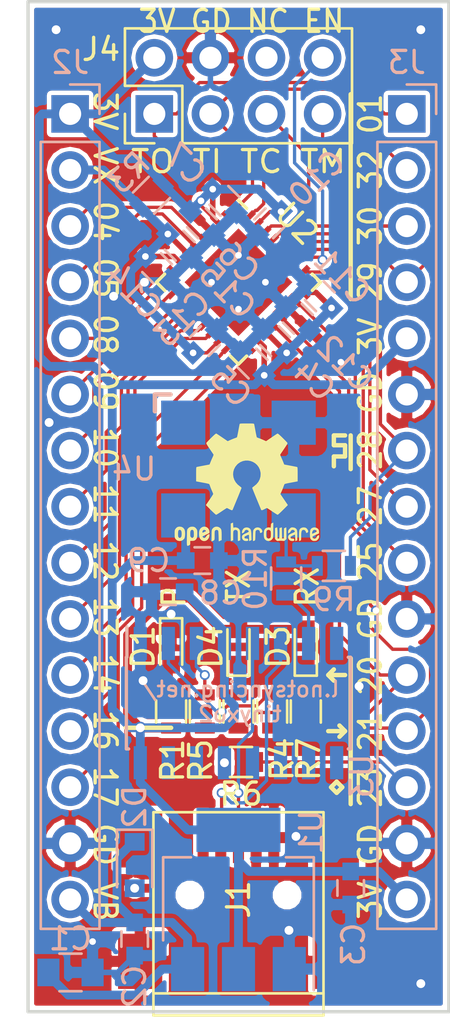
<source format=kicad_pcb>
(kicad_pcb (version 20170922) (host pcbnew "(2017-09-28 revision 6006b54dd)-master")

  (general
    (thickness 1.6)
    (drawings 34)
    (tracks 423)
    (zones 0)
    (modules 37)
    (nets 47)
  )

  (page A4)
  (layers
    (0 F.Cu signal)
    (31 B.Cu signal)
    (32 B.Adhes user)
    (33 F.Adhes user)
    (34 B.Paste user)
    (35 F.Paste user)
    (36 B.SilkS user)
    (37 F.SilkS user)
    (38 B.Mask user)
    (39 F.Mask user)
    (40 Dwgs.User user)
    (41 Cmts.User user)
    (42 Eco1.User user)
    (43 Eco2.User user)
    (44 Edge.Cuts user)
    (45 Margin user)
    (46 B.CrtYd user)
    (47 F.CrtYd user)
    (48 B.Fab user hide)
    (49 F.Fab user hide)
  )

  (setup
    (last_trace_width 0.4)
    (user_trace_width 0.15)
    (user_trace_width 0.4)
    (trace_clearance 0.15)
    (zone_clearance 0.2)
    (zone_45_only yes)
    (trace_min 0.15)
    (segment_width 0.2)
    (edge_width 0.15)
    (via_size 0.45)
    (via_drill 0.3)
    (via_min_size 0.45)
    (via_min_drill 0.3)
    (user_via 0.45 0.3)
    (user_via 0.55 0.4)
    (uvia_size 0.3)
    (uvia_drill 0.1)
    (uvias_allowed no)
    (uvia_min_size 0.2)
    (uvia_min_drill 0.1)
    (pcb_text_width 0.3)
    (pcb_text_size 1.5 1.5)
    (mod_edge_width 0.15)
    (mod_text_size 1 1)
    (mod_text_width 0.15)
    (pad_size 1.524 1.524)
    (pad_drill 0.762)
    (pad_to_mask_clearance 0.2)
    (aux_axis_origin 0 0)
    (visible_elements FFFFFF7F)
    (pcbplotparams
      (layerselection 0x010fc_ffffffff)
      (usegerberextensions true)
      (usegerberattributes true)
      (usegerberadvancedattributes true)
      (creategerberjobfile true)
      (excludeedgelayer true)
      (linewidth 0.100000)
      (plotframeref false)
      (viasonmask false)
      (mode 1)
      (useauxorigin false)
      (hpglpennumber 1)
      (hpglpenspeed 20)
      (hpglpendiameter 15)
      (psnegative false)
      (psa4output false)
      (plotreference true)
      (plotvalue true)
      (plotinvisibletext false)
      (padsonsilk false)
      (subtractmaskfromsilk true)
      (outputformat 1)
      (mirror false)
      (drillshape 0)
      (scaleselection 1)
      (outputdirectory gerber/))
  )

  (net 0 "")
  (net 1 /fpga/TX)
  (net 2 /fpga/RX)
  (net 3 /fpga/RS)
  (net 4 GND)
  (net 5 VBUS)
  (net 6 /fpga/VCCIO23)
  (net 7 +3V3)
  (net 8 /fpga/JTAG_TDI)
  (net 9 /fpga/JTAG_TCK)
  (net 10 /fpga/JTAG_TMS)
  (net 11 /fpga/JTAG_EN)
  (net 12 /fpga/JTAG_TDO)
  (net 13 /usbserial/DTR)
  (net 14 "Net-(U3-Pad8)")
  (net 15 /usbserial/USB-)
  (net 16 /usbserial/USB+)
  (net 17 /fpga/P27)
  (net 18 /fpga/P25)
  (net 19 /fpga/P16)
  (net 20 /fpga/P14)
  (net 21 /fpga/P13)
  (net 22 /fpga/P12)
  (net 23 /fpga/P11)
  (net 24 /fpga/P10)
  (net 25 /fpga/P9)
  (net 26 /fpga/P8)
  (net 27 /fpga/P5)
  (net 28 /fpga/P4)
  (net 29 /fpga/P17)
  (net 30 "Net-(J4-Pad6)")
  (net 31 "Net-(D1-Pad2)")
  (net 32 /fpga/TXD)
  (net 33 /fpga/RXD)
  (net 34 /fpga/CLK_FPGA)
  (net 35 /fpga/CLK_USBSER)
  (net 36 "Net-(U4-Pad1)")
  (net 37 "Net-(U3-Pad15)")
  (net 38 "Net-(U3-Pad14)")
  (net 39 "Net-(U3-Pad12)")
  (net 40 "Net-(U3-Pad11)")
  (net 41 "Net-(U3-Pad10)")
  (net 42 "Net-(U3-Pad9)")
  (net 43 "Net-(R10-Pad2)")
  (net 44 /usbserial/VU)
  (net 45 "Net-(D3-Pad1)")
  (net 46 "Net-(D4-Pad1)")

  (net_class Default "This is the default net class."
    (clearance 0.15)
    (trace_width 0.25)
    (via_dia 0.45)
    (via_drill 0.3)
    (uvia_dia 0.3)
    (uvia_drill 0.1)
    (add_net /fpga/CLK_FPGA)
    (add_net /fpga/CLK_USBSER)
    (add_net /fpga/JTAG_EN)
    (add_net /fpga/JTAG_TCK)
    (add_net /fpga/JTAG_TDI)
    (add_net /fpga/JTAG_TDO)
    (add_net /fpga/JTAG_TMS)
    (add_net /fpga/P10)
    (add_net /fpga/P11)
    (add_net /fpga/P12)
    (add_net /fpga/P13)
    (add_net /fpga/P14)
    (add_net /fpga/P16)
    (add_net /fpga/P17)
    (add_net /fpga/P25)
    (add_net /fpga/P27)
    (add_net /fpga/P4)
    (add_net /fpga/P5)
    (add_net /fpga/P8)
    (add_net /fpga/P9)
    (add_net /fpga/RS)
    (add_net /fpga/RX)
    (add_net /fpga/RXD)
    (add_net /fpga/TX)
    (add_net /fpga/TXD)
    (add_net /usbserial/DTR)
    (add_net /usbserial/USB+)
    (add_net /usbserial/USB-)
    (add_net GND)
    (add_net "Net-(D1-Pad2)")
    (add_net "Net-(D3-Pad1)")
    (add_net "Net-(D4-Pad1)")
    (add_net "Net-(J4-Pad6)")
    (add_net "Net-(R10-Pad2)")
    (add_net "Net-(U3-Pad10)")
    (add_net "Net-(U3-Pad11)")
    (add_net "Net-(U3-Pad12)")
    (add_net "Net-(U3-Pad14)")
    (add_net "Net-(U3-Pad15)")
    (add_net "Net-(U3-Pad8)")
    (add_net "Net-(U3-Pad9)")
    (add_net "Net-(U4-Pad1)")
  )

  (net_class power ""
    (clearance 0.15)
    (trace_width 0.4)
    (via_dia 0.55)
    (via_drill 0.4)
    (uvia_dia 0.3)
    (uvia_drill 0.1)
    (add_net +3V3)
    (add_net /fpga/VCCIO23)
    (add_net /usbserial/VU)
    (add_net VBUS)
  )

  (module Symbols:OSHW-Logo2_7.3x6mm_SilkScreen (layer F.Cu) (tedit 0) (tstamp 5A32F57D)
    (at 117.221 98.0567)
    (descr "Open Source Hardware Symbol")
    (tags "Logo Symbol OSHW")
    (attr virtual)
    (fp_text reference REF*** (at 0 0) (layer F.SilkS) hide
      (effects (font (size 1 1) (thickness 0.15)))
    )
    (fp_text value OSHW-Logo2_7.3x6mm_SilkScreen (at 0.75 0) (layer F.Fab) hide
      (effects (font (size 1 1) (thickness 0.15)))
    )
    (fp_poly (pts (xy -2.400256 1.919918) (xy -2.344799 1.947568) (xy -2.295852 1.99848) (xy -2.282371 2.017338)
      (xy -2.267686 2.042015) (xy -2.258158 2.068816) (xy -2.252707 2.104587) (xy -2.250253 2.156169)
      (xy -2.249714 2.224267) (xy -2.252148 2.317588) (xy -2.260606 2.387657) (xy -2.276826 2.439931)
      (xy -2.302546 2.479869) (xy -2.339503 2.512929) (xy -2.342218 2.514886) (xy -2.37864 2.534908)
      (xy -2.422498 2.544815) (xy -2.478276 2.547257) (xy -2.568952 2.547257) (xy -2.56899 2.635283)
      (xy -2.569834 2.684308) (xy -2.574976 2.713065) (xy -2.588413 2.730311) (xy -2.614142 2.744808)
      (xy -2.620321 2.747769) (xy -2.649236 2.761648) (xy -2.671624 2.770414) (xy -2.688271 2.771171)
      (xy -2.699964 2.761023) (xy -2.70749 2.737073) (xy -2.711634 2.696426) (xy -2.713185 2.636186)
      (xy -2.712929 2.553455) (xy -2.711651 2.445339) (xy -2.711252 2.413) (xy -2.709815 2.301524)
      (xy -2.708528 2.228603) (xy -2.569029 2.228603) (xy -2.568245 2.290499) (xy -2.56476 2.330997)
      (xy -2.556876 2.357708) (xy -2.542895 2.378244) (xy -2.533403 2.38826) (xy -2.494596 2.417567)
      (xy -2.460237 2.419952) (xy -2.424784 2.39575) (xy -2.423886 2.394857) (xy -2.409461 2.376153)
      (xy -2.400687 2.350732) (xy -2.396261 2.311584) (xy -2.394882 2.251697) (xy -2.394857 2.23843)
      (xy -2.398188 2.155901) (xy -2.409031 2.098691) (xy -2.42866 2.063766) (xy -2.45835 2.048094)
      (xy -2.475509 2.046514) (xy -2.516234 2.053926) (xy -2.544168 2.07833) (xy -2.560983 2.12298)
      (xy -2.56835 2.19113) (xy -2.569029 2.228603) (xy -2.708528 2.228603) (xy -2.708292 2.215245)
      (xy -2.706323 2.150333) (xy -2.70355 2.102958) (xy -2.699612 2.06929) (xy -2.694151 2.045498)
      (xy -2.686808 2.027753) (xy -2.677223 2.012224) (xy -2.673113 2.006381) (xy -2.618595 1.951185)
      (xy -2.549664 1.91989) (xy -2.469928 1.911165) (xy -2.400256 1.919918)) (layer F.SilkS) (width 0.01))
    (fp_poly (pts (xy -1.283907 1.92778) (xy -1.237328 1.954723) (xy -1.204943 1.981466) (xy -1.181258 2.009484)
      (xy -1.164941 2.043748) (xy -1.154661 2.089227) (xy -1.149086 2.150892) (xy -1.146884 2.233711)
      (xy -1.146629 2.293246) (xy -1.146629 2.512391) (xy -1.208314 2.540044) (xy -1.27 2.567697)
      (xy -1.277257 2.32767) (xy -1.280256 2.238028) (xy -1.283402 2.172962) (xy -1.287299 2.128026)
      (xy -1.292553 2.09877) (xy -1.299769 2.080748) (xy -1.30955 2.069511) (xy -1.312688 2.067079)
      (xy -1.360239 2.048083) (xy -1.408303 2.0556) (xy -1.436914 2.075543) (xy -1.448553 2.089675)
      (xy -1.456609 2.10822) (xy -1.461729 2.136334) (xy -1.464559 2.179173) (xy -1.465744 2.241895)
      (xy -1.465943 2.307261) (xy -1.465982 2.389268) (xy -1.467386 2.447316) (xy -1.472086 2.486465)
      (xy -1.482013 2.51178) (xy -1.499097 2.528323) (xy -1.525268 2.541156) (xy -1.560225 2.554491)
      (xy -1.598404 2.569007) (xy -1.593859 2.311389) (xy -1.592029 2.218519) (xy -1.589888 2.149889)
      (xy -1.586819 2.100711) (xy -1.582206 2.066198) (xy -1.575432 2.041562) (xy -1.565881 2.022016)
      (xy -1.554366 2.00477) (xy -1.49881 1.94968) (xy -1.43102 1.917822) (xy -1.357287 1.910191)
      (xy -1.283907 1.92778)) (layer F.SilkS) (width 0.01))
    (fp_poly (pts (xy -2.958885 1.921962) (xy -2.890855 1.957733) (xy -2.840649 2.015301) (xy -2.822815 2.052312)
      (xy -2.808937 2.107882) (xy -2.801833 2.178096) (xy -2.80116 2.254727) (xy -2.806573 2.329552)
      (xy -2.81773 2.394342) (xy -2.834286 2.440873) (xy -2.839374 2.448887) (xy -2.899645 2.508707)
      (xy -2.971231 2.544535) (xy -3.048908 2.55502) (xy -3.127452 2.53881) (xy -3.149311 2.529092)
      (xy -3.191878 2.499143) (xy -3.229237 2.459433) (xy -3.232768 2.454397) (xy -3.247119 2.430124)
      (xy -3.256606 2.404178) (xy -3.26221 2.370022) (xy -3.264914 2.321119) (xy -3.265701 2.250935)
      (xy -3.265714 2.2352) (xy -3.265678 2.230192) (xy -3.120571 2.230192) (xy -3.119727 2.29643)
      (xy -3.116404 2.340386) (xy -3.109417 2.368779) (xy -3.097584 2.388325) (xy -3.091543 2.394857)
      (xy -3.056814 2.41968) (xy -3.023097 2.418548) (xy -2.989005 2.397016) (xy -2.968671 2.374029)
      (xy -2.956629 2.340478) (xy -2.949866 2.287569) (xy -2.949402 2.281399) (xy -2.948248 2.185513)
      (xy -2.960312 2.114299) (xy -2.98543 2.068194) (xy -3.02344 2.047635) (xy -3.037008 2.046514)
      (xy -3.072636 2.052152) (xy -3.097006 2.071686) (xy -3.111907 2.109042) (xy -3.119125 2.16815)
      (xy -3.120571 2.230192) (xy -3.265678 2.230192) (xy -3.265174 2.160413) (xy -3.262904 2.108159)
      (xy -3.257932 2.071949) (xy -3.249287 2.045299) (xy -3.235995 2.021722) (xy -3.233057 2.017338)
      (xy -3.183687 1.958249) (xy -3.129891 1.923947) (xy -3.064398 1.910331) (xy -3.042158 1.909665)
      (xy -2.958885 1.921962)) (layer F.SilkS) (width 0.01))
    (fp_poly (pts (xy -1.831697 1.931239) (xy -1.774473 1.969735) (xy -1.730251 2.025335) (xy -1.703833 2.096086)
      (xy -1.69849 2.148162) (xy -1.699097 2.169893) (xy -1.704178 2.186531) (xy -1.718145 2.201437)
      (xy -1.745411 2.217973) (xy -1.790388 2.239498) (xy -1.857489 2.269374) (xy -1.857829 2.269524)
      (xy -1.919593 2.297813) (xy -1.970241 2.322933) (xy -2.004596 2.342179) (xy -2.017482 2.352848)
      (xy -2.017486 2.352934) (xy -2.006128 2.376166) (xy -1.979569 2.401774) (xy -1.949077 2.420221)
      (xy -1.93363 2.423886) (xy -1.891485 2.411212) (xy -1.855192 2.379471) (xy -1.837483 2.344572)
      (xy -1.820448 2.318845) (xy -1.787078 2.289546) (xy -1.747851 2.264235) (xy -1.713244 2.250471)
      (xy -1.706007 2.249714) (xy -1.697861 2.26216) (xy -1.69737 2.293972) (xy -1.703357 2.336866)
      (xy -1.714643 2.382558) (xy -1.73005 2.422761) (xy -1.730829 2.424322) (xy -1.777196 2.489062)
      (xy -1.837289 2.533097) (xy -1.905535 2.554711) (xy -1.976362 2.552185) (xy -2.044196 2.523804)
      (xy -2.047212 2.521808) (xy -2.100573 2.473448) (xy -2.13566 2.410352) (xy -2.155078 2.327387)
      (xy -2.157684 2.304078) (xy -2.162299 2.194055) (xy -2.156767 2.142748) (xy -2.017486 2.142748)
      (xy -2.015676 2.174753) (xy -2.005778 2.184093) (xy -1.981102 2.177105) (xy -1.942205 2.160587)
      (xy -1.898725 2.139881) (xy -1.897644 2.139333) (xy -1.860791 2.119949) (xy -1.846 2.107013)
      (xy -1.849647 2.093451) (xy -1.865005 2.075632) (xy -1.904077 2.049845) (xy -1.946154 2.04795)
      (xy -1.983897 2.066717) (xy -2.009966 2.102915) (xy -2.017486 2.142748) (xy -2.156767 2.142748)
      (xy -2.152806 2.106027) (xy -2.12845 2.036212) (xy -2.094544 1.987302) (xy -2.033347 1.937878)
      (xy -1.965937 1.913359) (xy -1.89712 1.911797) (xy -1.831697 1.931239)) (layer F.SilkS) (width 0.01))
    (fp_poly (pts (xy -0.624114 1.851289) (xy -0.619861 1.910613) (xy -0.614975 1.945572) (xy -0.608205 1.96082)
      (xy -0.598298 1.961015) (xy -0.595086 1.959195) (xy -0.552356 1.946015) (xy -0.496773 1.946785)
      (xy -0.440263 1.960333) (xy -0.404918 1.977861) (xy -0.368679 2.005861) (xy -0.342187 2.037549)
      (xy -0.324001 2.077813) (xy -0.312678 2.131543) (xy -0.306778 2.203626) (xy -0.304857 2.298951)
      (xy -0.304823 2.317237) (xy -0.3048 2.522646) (xy -0.350509 2.53858) (xy -0.382973 2.54942)
      (xy -0.400785 2.554468) (xy -0.401309 2.554514) (xy -0.403063 2.540828) (xy -0.404556 2.503076)
      (xy -0.405674 2.446224) (xy -0.406303 2.375234) (xy -0.4064 2.332073) (xy -0.406602 2.246973)
      (xy -0.407642 2.185981) (xy -0.410169 2.144177) (xy -0.414836 2.116642) (xy -0.422293 2.098456)
      (xy -0.433189 2.084698) (xy -0.439993 2.078073) (xy -0.486728 2.051375) (xy -0.537728 2.049375)
      (xy -0.583999 2.071955) (xy -0.592556 2.080107) (xy -0.605107 2.095436) (xy -0.613812 2.113618)
      (xy -0.619369 2.139909) (xy -0.622474 2.179562) (xy -0.623824 2.237832) (xy -0.624114 2.318173)
      (xy -0.624114 2.522646) (xy -0.669823 2.53858) (xy -0.702287 2.54942) (xy -0.720099 2.554468)
      (xy -0.720623 2.554514) (xy -0.721963 2.540623) (xy -0.723172 2.501439) (xy -0.724199 2.4407)
      (xy -0.724998 2.362141) (xy -0.725519 2.269498) (xy -0.725714 2.166509) (xy -0.725714 1.769342)
      (xy -0.678543 1.749444) (xy -0.631371 1.729547) (xy -0.624114 1.851289)) (layer F.SilkS) (width 0.01))
    (fp_poly (pts (xy 0.039744 1.950968) (xy 0.096616 1.972087) (xy 0.097267 1.972493) (xy 0.13244 1.99838)
      (xy 0.158407 2.028633) (xy 0.17667 2.068058) (xy 0.188732 2.121462) (xy 0.196096 2.193651)
      (xy 0.200264 2.289432) (xy 0.200629 2.303078) (xy 0.205876 2.508842) (xy 0.161716 2.531678)
      (xy 0.129763 2.54711) (xy 0.11047 2.554423) (xy 0.109578 2.554514) (xy 0.106239 2.541022)
      (xy 0.103587 2.504626) (xy 0.101956 2.451452) (xy 0.1016 2.408393) (xy 0.101592 2.338641)
      (xy 0.098403 2.294837) (xy 0.087288 2.273944) (xy 0.063501 2.272925) (xy 0.022296 2.288741)
      (xy -0.039914 2.317815) (xy -0.085659 2.341963) (xy -0.109187 2.362913) (xy -0.116104 2.385747)
      (xy -0.116114 2.386877) (xy -0.104701 2.426212) (xy -0.070908 2.447462) (xy -0.019191 2.450539)
      (xy 0.018061 2.450006) (xy 0.037703 2.460735) (xy 0.049952 2.486505) (xy 0.057002 2.519337)
      (xy 0.046842 2.537966) (xy 0.043017 2.540632) (xy 0.007001 2.55134) (xy -0.043434 2.552856)
      (xy -0.095374 2.545759) (xy -0.132178 2.532788) (xy -0.183062 2.489585) (xy -0.211986 2.429446)
      (xy -0.217714 2.382462) (xy -0.213343 2.340082) (xy -0.197525 2.305488) (xy -0.166203 2.274763)
      (xy -0.115322 2.24399) (xy -0.040824 2.209252) (xy -0.036286 2.207288) (xy 0.030821 2.176287)
      (xy 0.072232 2.150862) (xy 0.089981 2.128014) (xy 0.086107 2.104745) (xy 0.062643 2.078056)
      (xy 0.055627 2.071914) (xy 0.00863 2.0481) (xy -0.040067 2.049103) (xy -0.082478 2.072451)
      (xy -0.110616 2.115675) (xy -0.113231 2.12416) (xy -0.138692 2.165308) (xy -0.170999 2.185128)
      (xy -0.217714 2.20477) (xy -0.217714 2.15395) (xy -0.203504 2.080082) (xy -0.161325 2.012327)
      (xy -0.139376 1.989661) (xy -0.089483 1.960569) (xy -0.026033 1.9474) (xy 0.039744 1.950968)) (layer F.SilkS) (width 0.01))
    (fp_poly (pts (xy 0.529926 1.949755) (xy 0.595858 1.974084) (xy 0.649273 2.017117) (xy 0.670164 2.047409)
      (xy 0.692939 2.102994) (xy 0.692466 2.143186) (xy 0.668562 2.170217) (xy 0.659717 2.174813)
      (xy 0.62153 2.189144) (xy 0.602028 2.185472) (xy 0.595422 2.161407) (xy 0.595086 2.148114)
      (xy 0.582992 2.09921) (xy 0.551471 2.064999) (xy 0.507659 2.048476) (xy 0.458695 2.052634)
      (xy 0.418894 2.074227) (xy 0.40545 2.086544) (xy 0.395921 2.101487) (xy 0.389485 2.124075)
      (xy 0.385317 2.159328) (xy 0.382597 2.212266) (xy 0.380502 2.287907) (xy 0.37996 2.311857)
      (xy 0.377981 2.39379) (xy 0.375731 2.451455) (xy 0.372357 2.489608) (xy 0.367006 2.513004)
      (xy 0.358824 2.526398) (xy 0.346959 2.534545) (xy 0.339362 2.538144) (xy 0.307102 2.550452)
      (xy 0.288111 2.554514) (xy 0.281836 2.540948) (xy 0.278006 2.499934) (xy 0.2766 2.430999)
      (xy 0.277598 2.333669) (xy 0.277908 2.318657) (xy 0.280101 2.229859) (xy 0.282693 2.165019)
      (xy 0.286382 2.119067) (xy 0.291864 2.086935) (xy 0.299835 2.063553) (xy 0.310993 2.043852)
      (xy 0.31683 2.03541) (xy 0.350296 1.998057) (xy 0.387727 1.969003) (xy 0.392309 1.966467)
      (xy 0.459426 1.946443) (xy 0.529926 1.949755)) (layer F.SilkS) (width 0.01))
    (fp_poly (pts (xy 1.190117 2.065358) (xy 1.189933 2.173837) (xy 1.189219 2.257287) (xy 1.187675 2.319704)
      (xy 1.185001 2.365085) (xy 1.180894 2.397429) (xy 1.175055 2.420733) (xy 1.167182 2.438995)
      (xy 1.161221 2.449418) (xy 1.111855 2.505945) (xy 1.049264 2.541377) (xy 0.980013 2.55409)
      (xy 0.910668 2.542463) (xy 0.869375 2.521568) (xy 0.826025 2.485422) (xy 0.796481 2.441276)
      (xy 0.778655 2.383462) (xy 0.770463 2.306313) (xy 0.769302 2.249714) (xy 0.769458 2.245647)
      (xy 0.870857 2.245647) (xy 0.871476 2.31055) (xy 0.874314 2.353514) (xy 0.88084 2.381622)
      (xy 0.892523 2.401953) (xy 0.906483 2.417288) (xy 0.953365 2.44689) (xy 1.003701 2.449419)
      (xy 1.051276 2.424705) (xy 1.054979 2.421356) (xy 1.070783 2.403935) (xy 1.080693 2.383209)
      (xy 1.086058 2.352362) (xy 1.088228 2.304577) (xy 1.088571 2.251748) (xy 1.087827 2.185381)
      (xy 1.084748 2.141106) (xy 1.078061 2.112009) (xy 1.066496 2.091173) (xy 1.057013 2.080107)
      (xy 1.01296 2.052198) (xy 0.962224 2.048843) (xy 0.913796 2.070159) (xy 0.90445 2.078073)
      (xy 0.88854 2.095647) (xy 0.87861 2.116587) (xy 0.873278 2.147782) (xy 0.871163 2.196122)
      (xy 0.870857 2.245647) (xy 0.769458 2.245647) (xy 0.77281 2.158568) (xy 0.784726 2.090086)
      (xy 0.807135 2.0386) (xy 0.842124 1.998443) (xy 0.869375 1.977861) (xy 0.918907 1.955625)
      (xy 0.976316 1.945304) (xy 1.029682 1.948067) (xy 1.059543 1.959212) (xy 1.071261 1.962383)
      (xy 1.079037 1.950557) (xy 1.084465 1.918866) (xy 1.088571 1.870593) (xy 1.093067 1.816829)
      (xy 1.099313 1.784482) (xy 1.110676 1.765985) (xy 1.130528 1.75377) (xy 1.143 1.748362)
      (xy 1.190171 1.728601) (xy 1.190117 2.065358)) (layer F.SilkS) (width 0.01))
    (fp_poly (pts (xy 1.779833 1.958663) (xy 1.782048 1.99685) (xy 1.783784 2.054886) (xy 1.784899 2.12818)
      (xy 1.785257 2.205055) (xy 1.785257 2.465196) (xy 1.739326 2.511127) (xy 1.707675 2.539429)
      (xy 1.67989 2.550893) (xy 1.641915 2.550168) (xy 1.62684 2.548321) (xy 1.579726 2.542948)
      (xy 1.540756 2.539869) (xy 1.531257 2.539585) (xy 1.499233 2.541445) (xy 1.453432 2.546114)
      (xy 1.435674 2.548321) (xy 1.392057 2.551735) (xy 1.362745 2.54432) (xy 1.33368 2.521427)
      (xy 1.323188 2.511127) (xy 1.277257 2.465196) (xy 1.277257 1.978602) (xy 1.314226 1.961758)
      (xy 1.346059 1.949282) (xy 1.364683 1.944914) (xy 1.369458 1.958718) (xy 1.373921 1.997286)
      (xy 1.377775 2.056356) (xy 1.380722 2.131663) (xy 1.382143 2.195286) (xy 1.386114 2.445657)
      (xy 1.420759 2.450556) (xy 1.452268 2.447131) (xy 1.467708 2.436041) (xy 1.472023 2.415308)
      (xy 1.475708 2.371145) (xy 1.478469 2.309146) (xy 1.480012 2.234909) (xy 1.480235 2.196706)
      (xy 1.480457 1.976783) (xy 1.526166 1.960849) (xy 1.558518 1.950015) (xy 1.576115 1.944962)
      (xy 1.576623 1.944914) (xy 1.578388 1.958648) (xy 1.580329 1.99673) (xy 1.582282 2.054482)
      (xy 1.584084 2.127227) (xy 1.585343 2.195286) (xy 1.589314 2.445657) (xy 1.6764 2.445657)
      (xy 1.680396 2.21724) (xy 1.684392 1.988822) (xy 1.726847 1.966868) (xy 1.758192 1.951793)
      (xy 1.776744 1.944951) (xy 1.777279 1.944914) (xy 1.779833 1.958663)) (layer F.SilkS) (width 0.01))
    (fp_poly (pts (xy 2.144876 1.956335) (xy 2.186667 1.975344) (xy 2.219469 1.998378) (xy 2.243503 2.024133)
      (xy 2.260097 2.057358) (xy 2.270577 2.1028) (xy 2.276271 2.165207) (xy 2.278507 2.249327)
      (xy 2.278743 2.304721) (xy 2.278743 2.520826) (xy 2.241774 2.53767) (xy 2.212656 2.549981)
      (xy 2.198231 2.554514) (xy 2.195472 2.541025) (xy 2.193282 2.504653) (xy 2.191942 2.451542)
      (xy 2.191657 2.409372) (xy 2.190434 2.348447) (xy 2.187136 2.300115) (xy 2.182321 2.270518)
      (xy 2.178496 2.264229) (xy 2.152783 2.270652) (xy 2.112418 2.287125) (xy 2.065679 2.309458)
      (xy 2.020845 2.333457) (xy 1.986193 2.35493) (xy 1.970002 2.369685) (xy 1.969938 2.369845)
      (xy 1.97133 2.397152) (xy 1.983818 2.423219) (xy 2.005743 2.444392) (xy 2.037743 2.451474)
      (xy 2.065092 2.450649) (xy 2.103826 2.450042) (xy 2.124158 2.459116) (xy 2.136369 2.483092)
      (xy 2.137909 2.487613) (xy 2.143203 2.521806) (xy 2.129047 2.542568) (xy 2.092148 2.552462)
      (xy 2.052289 2.554292) (xy 1.980562 2.540727) (xy 1.943432 2.521355) (xy 1.897576 2.475845)
      (xy 1.873256 2.419983) (xy 1.871073 2.360957) (xy 1.891629 2.305953) (xy 1.922549 2.271486)
      (xy 1.95342 2.252189) (xy 2.001942 2.227759) (xy 2.058485 2.202985) (xy 2.06791 2.199199)
      (xy 2.130019 2.171791) (xy 2.165822 2.147634) (xy 2.177337 2.123619) (xy 2.16658 2.096635)
      (xy 2.148114 2.075543) (xy 2.104469 2.049572) (xy 2.056446 2.047624) (xy 2.012406 2.067637)
      (xy 1.980709 2.107551) (xy 1.976549 2.117848) (xy 1.952327 2.155724) (xy 1.916965 2.183842)
      (xy 1.872343 2.206917) (xy 1.872343 2.141485) (xy 1.874969 2.101506) (xy 1.88623 2.069997)
      (xy 1.911199 2.036378) (xy 1.935169 2.010484) (xy 1.972441 1.973817) (xy 2.001401 1.954121)
      (xy 2.032505 1.94622) (xy 2.067713 1.944914) (xy 2.144876 1.956335)) (layer F.SilkS) (width 0.01))
    (fp_poly (pts (xy 2.6526 1.958752) (xy 2.669948 1.966334) (xy 2.711356 1.999128) (xy 2.746765 2.046547)
      (xy 2.768664 2.097151) (xy 2.772229 2.122098) (xy 2.760279 2.156927) (xy 2.734067 2.175357)
      (xy 2.705964 2.186516) (xy 2.693095 2.188572) (xy 2.686829 2.173649) (xy 2.674456 2.141175)
      (xy 2.669028 2.126502) (xy 2.63859 2.075744) (xy 2.59452 2.050427) (xy 2.53801 2.051206)
      (xy 2.533825 2.052203) (xy 2.503655 2.066507) (xy 2.481476 2.094393) (xy 2.466327 2.139287)
      (xy 2.45725 2.204615) (xy 2.453286 2.293804) (xy 2.452914 2.341261) (xy 2.45273 2.416071)
      (xy 2.451522 2.467069) (xy 2.448309 2.499471) (xy 2.442109 2.518495) (xy 2.43194 2.529356)
      (xy 2.416819 2.537272) (xy 2.415946 2.53767) (xy 2.386828 2.549981) (xy 2.372403 2.554514)
      (xy 2.370186 2.540809) (xy 2.368289 2.502925) (xy 2.366847 2.445715) (xy 2.365998 2.374027)
      (xy 2.365829 2.321565) (xy 2.366692 2.220047) (xy 2.37007 2.143032) (xy 2.377142 2.086023)
      (xy 2.389088 2.044526) (xy 2.40709 2.014043) (xy 2.432327 1.99008) (xy 2.457247 1.973355)
      (xy 2.517171 1.951097) (xy 2.586911 1.946076) (xy 2.6526 1.958752)) (layer F.SilkS) (width 0.01))
    (fp_poly (pts (xy 3.153595 1.966966) (xy 3.211021 2.004497) (xy 3.238719 2.038096) (xy 3.260662 2.099064)
      (xy 3.262405 2.147308) (xy 3.258457 2.211816) (xy 3.109686 2.276934) (xy 3.037349 2.310202)
      (xy 2.990084 2.336964) (xy 2.965507 2.360144) (xy 2.961237 2.382667) (xy 2.974889 2.407455)
      (xy 2.989943 2.423886) (xy 3.033746 2.450235) (xy 3.081389 2.452081) (xy 3.125145 2.431546)
      (xy 3.157289 2.390752) (xy 3.163038 2.376347) (xy 3.190576 2.331356) (xy 3.222258 2.312182)
      (xy 3.265714 2.295779) (xy 3.265714 2.357966) (xy 3.261872 2.400283) (xy 3.246823 2.435969)
      (xy 3.21528 2.476943) (xy 3.210592 2.482267) (xy 3.175506 2.51872) (xy 3.145347 2.538283)
      (xy 3.107615 2.547283) (xy 3.076335 2.55023) (xy 3.020385 2.550965) (xy 2.980555 2.54166)
      (xy 2.955708 2.527846) (xy 2.916656 2.497467) (xy 2.889625 2.464613) (xy 2.872517 2.423294)
      (xy 2.863238 2.367521) (xy 2.859693 2.291305) (xy 2.85941 2.252622) (xy 2.860372 2.206247)
      (xy 2.948007 2.206247) (xy 2.949023 2.231126) (xy 2.951556 2.2352) (xy 2.968274 2.229665)
      (xy 3.004249 2.215017) (xy 3.052331 2.19419) (xy 3.062386 2.189714) (xy 3.123152 2.158814)
      (xy 3.156632 2.131657) (xy 3.16399 2.10622) (xy 3.146391 2.080481) (xy 3.131856 2.069109)
      (xy 3.07941 2.046364) (xy 3.030322 2.050122) (xy 2.989227 2.077884) (xy 2.960758 2.127152)
      (xy 2.951631 2.166257) (xy 2.948007 2.206247) (xy 2.860372 2.206247) (xy 2.861285 2.162249)
      (xy 2.868196 2.095384) (xy 2.881884 2.046695) (xy 2.904096 2.010849) (xy 2.936574 1.982513)
      (xy 2.950733 1.973355) (xy 3.015053 1.949507) (xy 3.085473 1.948006) (xy 3.153595 1.966966)) (layer F.SilkS) (width 0.01))
    (fp_poly (pts (xy 0.10391 -2.757652) (xy 0.182454 -2.757222) (xy 0.239298 -2.756058) (xy 0.278105 -2.753793)
      (xy 0.302538 -2.75006) (xy 0.316262 -2.744494) (xy 0.32294 -2.736727) (xy 0.326236 -2.726395)
      (xy 0.326556 -2.725057) (xy 0.331562 -2.700921) (xy 0.340829 -2.653299) (xy 0.353392 -2.587259)
      (xy 0.368287 -2.507872) (xy 0.384551 -2.420204) (xy 0.385119 -2.417125) (xy 0.40141 -2.331211)
      (xy 0.416652 -2.255304) (xy 0.429861 -2.193955) (xy 0.440054 -2.151718) (xy 0.446248 -2.133145)
      (xy 0.446543 -2.132816) (xy 0.464788 -2.123747) (xy 0.502405 -2.108633) (xy 0.551271 -2.090738)
      (xy 0.551543 -2.090642) (xy 0.613093 -2.067507) (xy 0.685657 -2.038035) (xy 0.754057 -2.008403)
      (xy 0.757294 -2.006938) (xy 0.868702 -1.956374) (xy 1.115399 -2.12484) (xy 1.191077 -2.176197)
      (xy 1.259631 -2.222111) (xy 1.317088 -2.25997) (xy 1.359476 -2.287163) (xy 1.382825 -2.301079)
      (xy 1.385042 -2.302111) (xy 1.40201 -2.297516) (xy 1.433701 -2.275345) (xy 1.481352 -2.234553)
      (xy 1.546198 -2.174095) (xy 1.612397 -2.109773) (xy 1.676214 -2.046388) (xy 1.733329 -1.988549)
      (xy 1.780305 -1.939825) (xy 1.813703 -1.90379) (xy 1.830085 -1.884016) (xy 1.830694 -1.882998)
      (xy 1.832505 -1.869428) (xy 1.825683 -1.847267) (xy 1.80854 -1.813522) (xy 1.779393 -1.7652)
      (xy 1.736555 -1.699308) (xy 1.679448 -1.614483) (xy 1.628766 -1.539823) (xy 1.583461 -1.47286)
      (xy 1.54615 -1.417484) (xy 1.519452 -1.37758) (xy 1.505985 -1.357038) (xy 1.505137 -1.355644)
      (xy 1.506781 -1.335962) (xy 1.519245 -1.297707) (xy 1.540048 -1.248111) (xy 1.547462 -1.232272)
      (xy 1.579814 -1.16171) (xy 1.614328 -1.081647) (xy 1.642365 -1.012371) (xy 1.662568 -0.960955)
      (xy 1.678615 -0.921881) (xy 1.687888 -0.901459) (xy 1.689041 -0.899886) (xy 1.706096 -0.897279)
      (xy 1.746298 -0.890137) (xy 1.804302 -0.879477) (xy 1.874763 -0.866315) (xy 1.952335 -0.851667)
      (xy 2.031672 -0.836551) (xy 2.107431 -0.821982) (xy 2.174264 -0.808978) (xy 2.226828 -0.798555)
      (xy 2.259776 -0.79173) (xy 2.267857 -0.789801) (xy 2.276205 -0.785038) (xy 2.282506 -0.774282)
      (xy 2.287045 -0.753902) (xy 2.290104 -0.720266) (xy 2.291967 -0.669745) (xy 2.292918 -0.598708)
      (xy 2.29324 -0.503524) (xy 2.293257 -0.464508) (xy 2.293257 -0.147201) (xy 2.217057 -0.132161)
      (xy 2.174663 -0.124005) (xy 2.1114 -0.112101) (xy 2.034962 -0.097884) (xy 1.953043 -0.08279)
      (xy 1.9304 -0.078645) (xy 1.854806 -0.063947) (xy 1.788953 -0.049495) (xy 1.738366 -0.036625)
      (xy 1.708574 -0.026678) (xy 1.703612 -0.023713) (xy 1.691426 -0.002717) (xy 1.673953 0.037967)
      (xy 1.654577 0.090322) (xy 1.650734 0.1016) (xy 1.625339 0.171523) (xy 1.593817 0.250418)
      (xy 1.562969 0.321266) (xy 1.562817 0.321595) (xy 1.511447 0.432733) (xy 1.680399 0.681253)
      (xy 1.849352 0.929772) (xy 1.632429 1.147058) (xy 1.566819 1.211726) (xy 1.506979 1.268733)
      (xy 1.456267 1.315033) (xy 1.418046 1.347584) (xy 1.395675 1.363343) (xy 1.392466 1.364343)
      (xy 1.373626 1.356469) (xy 1.33518 1.334578) (xy 1.28133 1.301267) (xy 1.216276 1.259131)
      (xy 1.14594 1.211943) (xy 1.074555 1.16381) (xy 1.010908 1.121928) (xy 0.959041 1.088871)
      (xy 0.922995 1.067218) (xy 0.906867 1.059543) (xy 0.887189 1.066037) (xy 0.849875 1.08315)
      (xy 0.802621 1.107326) (xy 0.797612 1.110013) (xy 0.733977 1.141927) (xy 0.690341 1.157579)
      (xy 0.663202 1.157745) (xy 0.649057 1.143204) (xy 0.648975 1.143) (xy 0.641905 1.125779)
      (xy 0.625042 1.084899) (xy 0.599695 1.023525) (xy 0.567171 0.944819) (xy 0.528778 0.851947)
      (xy 0.485822 0.748072) (xy 0.444222 0.647502) (xy 0.398504 0.536516) (xy 0.356526 0.433703)
      (xy 0.319548 0.342215) (xy 0.288827 0.265201) (xy 0.265622 0.205815) (xy 0.25119 0.167209)
      (xy 0.246743 0.1528) (xy 0.257896 0.136272) (xy 0.287069 0.10993) (xy 0.325971 0.080887)
      (xy 0.436757 -0.010961) (xy 0.523351 -0.116241) (xy 0.584716 -0.232734) (xy 0.619815 -0.358224)
      (xy 0.627608 -0.490493) (xy 0.621943 -0.551543) (xy 0.591078 -0.678205) (xy 0.53792 -0.790059)
      (xy 0.465767 -0.885999) (xy 0.377917 -0.964924) (xy 0.277665 -1.02573) (xy 0.16831 -1.067313)
      (xy 0.053147 -1.088572) (xy -0.064525 -1.088401) (xy -0.18141 -1.065699) (xy -0.294211 -1.019362)
      (xy -0.399631 -0.948287) (xy -0.443632 -0.908089) (xy -0.528021 -0.804871) (xy -0.586778 -0.692075)
      (xy -0.620296 -0.57299) (xy -0.628965 -0.450905) (xy -0.613177 -0.329107) (xy -0.573322 -0.210884)
      (xy -0.509793 -0.099525) (xy -0.422979 0.001684) (xy -0.325971 0.080887) (xy -0.285563 0.111162)
      (xy -0.257018 0.137219) (xy -0.246743 0.152825) (xy -0.252123 0.169843) (xy -0.267425 0.2105)
      (xy -0.291388 0.271642) (xy -0.322756 0.350119) (xy -0.360268 0.44278) (xy -0.402667 0.546472)
      (xy -0.444337 0.647526) (xy -0.49031 0.758607) (xy -0.532893 0.861541) (xy -0.570779 0.953165)
      (xy -0.60266 1.030316) (xy -0.627229 1.089831) (xy -0.64318 1.128544) (xy -0.64909 1.143)
      (xy -0.663052 1.157685) (xy -0.69006 1.157642) (xy -0.733587 1.142099) (xy -0.79711 1.110284)
      (xy -0.797612 1.110013) (xy -0.84544 1.085323) (xy -0.884103 1.067338) (xy -0.905905 1.059614)
      (xy -0.906867 1.059543) (xy -0.923279 1.067378) (xy -0.959513 1.089165) (xy -1.011526 1.122328)
      (xy -1.075275 1.164291) (xy -1.14594 1.211943) (xy -1.217884 1.260191) (xy -1.282726 1.302151)
      (xy -1.336265 1.335227) (xy -1.374303 1.356821) (xy -1.392467 1.364343) (xy -1.409192 1.354457)
      (xy -1.44282 1.326826) (xy -1.48999 1.284495) (xy -1.547342 1.230505) (xy -1.611516 1.167899)
      (xy -1.632503 1.146983) (xy -1.849501 0.929623) (xy -1.684332 0.68722) (xy -1.634136 0.612781)
      (xy -1.590081 0.545972) (xy -1.554638 0.490665) (xy -1.530281 0.450729) (xy -1.519478 0.430036)
      (xy -1.519162 0.428563) (xy -1.524857 0.409058) (xy -1.540174 0.369822) (xy -1.562463 0.31743)
      (xy -1.578107 0.282355) (xy -1.607359 0.215201) (xy -1.634906 0.147358) (xy -1.656263 0.090034)
      (xy -1.662065 0.072572) (xy -1.678548 0.025938) (xy -1.69466 -0.010095) (xy -1.70351 -0.023713)
      (xy -1.72304 -0.032048) (xy -1.765666 -0.043863) (xy -1.825855 -0.057819) (xy -1.898078 -0.072578)
      (xy -1.9304 -0.078645) (xy -2.012478 -0.093727) (xy -2.091205 -0.108331) (xy -2.158891 -0.12102)
      (xy -2.20784 -0.130358) (xy -2.217057 -0.132161) (xy -2.293257 -0.147201) (xy -2.293257 -0.464508)
      (xy -2.293086 -0.568846) (xy -2.292384 -0.647787) (xy -2.290866 -0.704962) (xy -2.288251 -0.744001)
      (xy -2.284254 -0.768535) (xy -2.278591 -0.782195) (xy -2.27098 -0.788611) (xy -2.267857 -0.789801)
      (xy -2.249022 -0.79402) (xy -2.207412 -0.802438) (xy -2.14837 -0.814039) (xy -2.077243 -0.827805)
      (xy -1.999375 -0.84272) (xy -1.920113 -0.857768) (xy -1.844802 -0.871931) (xy -1.778787 -0.884194)
      (xy -1.727413 -0.893539) (xy -1.696025 -0.89895) (xy -1.689041 -0.899886) (xy -1.682715 -0.912404)
      (xy -1.66871 -0.945754) (xy -1.649645 -0.993623) (xy -1.642366 -1.012371) (xy -1.613004 -1.084805)
      (xy -1.578429 -1.16483) (xy -1.547463 -1.232272) (xy -1.524677 -1.283841) (xy -1.509518 -1.326215)
      (xy -1.504458 -1.352166) (xy -1.505264 -1.355644) (xy -1.515959 -1.372064) (xy -1.54038 -1.408583)
      (xy -1.575905 -1.461313) (xy -1.619913 -1.526365) (xy -1.669783 -1.599849) (xy -1.679644 -1.614355)
      (xy -1.737508 -1.700296) (xy -1.780044 -1.765739) (xy -1.808946 -1.813696) (xy -1.82591 -1.84718)
      (xy -1.832633 -1.869205) (xy -1.83081 -1.882783) (xy -1.830764 -1.882869) (xy -1.816414 -1.900703)
      (xy -1.784677 -1.935183) (xy -1.73899 -1.982732) (xy -1.682796 -2.039778) (xy -1.619532 -2.102745)
      (xy -1.612398 -2.109773) (xy -1.53267 -2.18698) (xy -1.471143 -2.24367) (xy -1.426579 -2.28089)
      (xy -1.397743 -2.299685) (xy -1.385042 -2.302111) (xy -1.366506 -2.291529) (xy -1.328039 -2.267084)
      (xy -1.273614 -2.231388) (xy -1.207202 -2.187053) (xy -1.132775 -2.136689) (xy -1.115399 -2.12484)
      (xy -0.868703 -1.956374) (xy -0.757294 -2.006938) (xy -0.689543 -2.036405) (xy -0.616817 -2.066041)
      (xy -0.554297 -2.08967) (xy -0.551543 -2.090642) (xy -0.50264 -2.108543) (xy -0.464943 -2.12368)
      (xy -0.446575 -2.13279) (xy -0.446544 -2.132816) (xy -0.440715 -2.149283) (xy -0.430808 -2.189781)
      (xy -0.417805 -2.249758) (xy -0.402691 -2.32466) (xy -0.386448 -2.409936) (xy -0.385119 -2.417125)
      (xy -0.368825 -2.504986) (xy -0.353867 -2.58474) (xy -0.341209 -2.651319) (xy -0.331814 -2.699653)
      (xy -0.326646 -2.724675) (xy -0.326556 -2.725057) (xy -0.323411 -2.735701) (xy -0.317296 -2.743738)
      (xy -0.304547 -2.749533) (xy -0.2815 -2.753453) (xy -0.244491 -2.755865) (xy -0.189856 -2.757135)
      (xy -0.113933 -2.757629) (xy -0.013056 -2.757714) (xy 0 -2.757714) (xy 0.10391 -2.757652)) (layer F.SilkS) (width 0.01))
  )

  (module LEDs:LED_0603 (layer F.Cu) (tedit 57FE93A5) (tstamp 59E00625)
    (at 119.888 105.41 90)
    (descr "LED 0603 smd package")
    (tags "LED led 0603 SMD smd SMT smt smdled SMDLED smtled SMTLED")
    (path /59CE819F/59CEB277)
    (attr smd)
    (fp_text reference D3 (at 0 -1.25 90) (layer F.SilkS)
      (effects (font (size 1 1) (thickness 0.15)))
    )
    (fp_text value Rd (at 0 1.35 90) (layer F.Fab)
      (effects (font (size 1 1) (thickness 0.15)))
    )
    (fp_line (start -1.45 -0.65) (end 1.45 -0.65) (layer F.CrtYd) (width 0.05))
    (fp_line (start -1.45 0.65) (end -1.45 -0.65) (layer F.CrtYd) (width 0.05))
    (fp_line (start 1.45 0.65) (end -1.45 0.65) (layer F.CrtYd) (width 0.05))
    (fp_line (start 1.45 -0.65) (end 1.45 0.65) (layer F.CrtYd) (width 0.05))
    (fp_line (start -1.3 -0.5) (end 0.8 -0.5) (layer F.SilkS) (width 0.12))
    (fp_line (start -1.3 0.5) (end 0.8 0.5) (layer F.SilkS) (width 0.12))
    (fp_line (start -0.8 0.4) (end -0.8 -0.4) (layer F.Fab) (width 0.1))
    (fp_line (start -0.8 -0.4) (end 0.8 -0.4) (layer F.Fab) (width 0.1))
    (fp_line (start 0.8 -0.4) (end 0.8 0.4) (layer F.Fab) (width 0.1))
    (fp_line (start 0.8 0.4) (end -0.8 0.4) (layer F.Fab) (width 0.1))
    (fp_line (start 0.15 -0.2) (end 0.15 0.2) (layer F.Fab) (width 0.1))
    (fp_line (start 0.15 0.2) (end -0.15 0) (layer F.Fab) (width 0.1))
    (fp_line (start -0.15 0) (end 0.15 -0.2) (layer F.Fab) (width 0.1))
    (fp_line (start -0.2 -0.2) (end -0.2 0.2) (layer F.Fab) (width 0.1))
    (fp_line (start -1.3 -0.5) (end -1.3 0.5) (layer F.SilkS) (width 0.12))
    (pad 1 smd rect (at -0.8 0 270) (size 0.8 0.8) (layers F.Cu F.Paste F.Mask)
      (net 45 "Net-(D3-Pad1)"))
    (pad 2 smd rect (at 0.8 0 270) (size 0.8 0.8) (layers F.Cu F.Paste F.Mask)
      (net 7 +3V3))
    (model ${KISYS3DMOD}/LEDs.3dshapes/LED_0603.wrl
      (at (xyz 0 0 0))
      (scale (xyz 1 1 1))
      (rotate (xyz 0 0 180))
    )
  )

  (module LEDs:LED_0603 (layer F.Cu) (tedit 57FE93A5) (tstamp 59E0063A)
    (at 116.84 105.41 90)
    (descr "LED 0603 smd package")
    (tags "LED led 0603 SMD smd SMT smt smdled SMDLED smtled SMTLED")
    (path /59CE819F/59CEAE2F)
    (attr smd)
    (fp_text reference D4 (at 0 -1.25 90) (layer F.SilkS)
      (effects (font (size 1 1) (thickness 0.15)))
    )
    (fp_text value Or (at 0 1.35 90) (layer F.Fab)
      (effects (font (size 1 1) (thickness 0.15)))
    )
    (fp_line (start -1.3 -0.5) (end -1.3 0.5) (layer F.SilkS) (width 0.12))
    (fp_line (start -0.2 -0.2) (end -0.2 0.2) (layer F.Fab) (width 0.1))
    (fp_line (start -0.15 0) (end 0.15 -0.2) (layer F.Fab) (width 0.1))
    (fp_line (start 0.15 0.2) (end -0.15 0) (layer F.Fab) (width 0.1))
    (fp_line (start 0.15 -0.2) (end 0.15 0.2) (layer F.Fab) (width 0.1))
    (fp_line (start 0.8 0.4) (end -0.8 0.4) (layer F.Fab) (width 0.1))
    (fp_line (start 0.8 -0.4) (end 0.8 0.4) (layer F.Fab) (width 0.1))
    (fp_line (start -0.8 -0.4) (end 0.8 -0.4) (layer F.Fab) (width 0.1))
    (fp_line (start -0.8 0.4) (end -0.8 -0.4) (layer F.Fab) (width 0.1))
    (fp_line (start -1.3 0.5) (end 0.8 0.5) (layer F.SilkS) (width 0.12))
    (fp_line (start -1.3 -0.5) (end 0.8 -0.5) (layer F.SilkS) (width 0.12))
    (fp_line (start 1.45 -0.65) (end 1.45 0.65) (layer F.CrtYd) (width 0.05))
    (fp_line (start 1.45 0.65) (end -1.45 0.65) (layer F.CrtYd) (width 0.05))
    (fp_line (start -1.45 0.65) (end -1.45 -0.65) (layer F.CrtYd) (width 0.05))
    (fp_line (start -1.45 -0.65) (end 1.45 -0.65) (layer F.CrtYd) (width 0.05))
    (pad 2 smd rect (at 0.8 0 270) (size 0.8 0.8) (layers F.Cu F.Paste F.Mask)
      (net 7 +3V3))
    (pad 1 smd rect (at -0.8 0 270) (size 0.8 0.8) (layers F.Cu F.Paste F.Mask)
      (net 46 "Net-(D4-Pad1)"))
    (model ${KISYS3DMOD}/LEDs.3dshapes/LED_0603.wrl
      (at (xyz 0 0 0))
      (scale (xyz 1 1 1))
      (rotate (xyz 0 0 180))
    )
  )

  (module Pin_Headers:Pin_Header_Straight_1x15_Pitch2.54mm (layer B.Cu) (tedit 59650532) (tstamp 59E0065D)
    (at 109.22 81.28 180)
    (descr "Through hole straight pin header, 1x15, 2.54mm pitch, single row")
    (tags "Through hole pin header THT 1x15 2.54mm single row")
    (path /59CE819F/59CE37F9)
    (fp_text reference J2 (at 0 2.33 180) (layer B.SilkS)
      (effects (font (size 1 1) (thickness 0.15)) (justify mirror))
    )
    (fp_text value Conn_Left (at 0 -37.89 180) (layer B.Fab)
      (effects (font (size 1 1) (thickness 0.15)) (justify mirror))
    )
    (fp_line (start -0.635 1.27) (end 1.27 1.27) (layer B.Fab) (width 0.1))
    (fp_line (start 1.27 1.27) (end 1.27 -36.83) (layer B.Fab) (width 0.1))
    (fp_line (start 1.27 -36.83) (end -1.27 -36.83) (layer B.Fab) (width 0.1))
    (fp_line (start -1.27 -36.83) (end -1.27 0.635) (layer B.Fab) (width 0.1))
    (fp_line (start -1.27 0.635) (end -0.635 1.27) (layer B.Fab) (width 0.1))
    (fp_line (start -1.33 -36.89) (end 1.33 -36.89) (layer B.SilkS) (width 0.12))
    (fp_line (start -1.33 -1.27) (end -1.33 -36.89) (layer B.SilkS) (width 0.12))
    (fp_line (start 1.33 -1.27) (end 1.33 -36.89) (layer B.SilkS) (width 0.12))
    (fp_line (start -1.33 -1.27) (end 1.33 -1.27) (layer B.SilkS) (width 0.12))
    (fp_line (start -1.33 0) (end -1.33 1.33) (layer B.SilkS) (width 0.12))
    (fp_line (start -1.33 1.33) (end 0 1.33) (layer B.SilkS) (width 0.12))
    (fp_line (start -1.8 1.8) (end -1.8 -37.35) (layer B.CrtYd) (width 0.05))
    (fp_line (start -1.8 -37.35) (end 1.8 -37.35) (layer B.CrtYd) (width 0.05))
    (fp_line (start 1.8 -37.35) (end 1.8 1.8) (layer B.CrtYd) (width 0.05))
    (fp_line (start 1.8 1.8) (end -1.8 1.8) (layer B.CrtYd) (width 0.05))
    (fp_text user %R (at 0 -17.78 90) (layer B.Fab)
      (effects (font (size 1 1) (thickness 0.15)) (justify mirror))
    )
    (pad 1 thru_hole rect (at 0 0 180) (size 1.7 1.7) (drill 1) (layers *.Cu *.Mask)
      (net 7 +3V3))
    (pad 2 thru_hole oval (at 0 -2.54 180) (size 1.7 1.7) (drill 1) (layers *.Cu *.Mask)
      (net 6 /fpga/VCCIO23))
    (pad 3 thru_hole oval (at 0 -5.08 180) (size 1.7 1.7) (drill 1) (layers *.Cu *.Mask)
      (net 28 /fpga/P4))
    (pad 4 thru_hole oval (at 0 -7.62 180) (size 1.7 1.7) (drill 1) (layers *.Cu *.Mask)
      (net 27 /fpga/P5))
    (pad 5 thru_hole oval (at 0 -10.16 180) (size 1.7 1.7) (drill 1) (layers *.Cu *.Mask)
      (net 26 /fpga/P8))
    (pad 6 thru_hole oval (at 0 -12.7 180) (size 1.7 1.7) (drill 1) (layers *.Cu *.Mask)
      (net 25 /fpga/P9))
    (pad 7 thru_hole oval (at 0 -15.24 180) (size 1.7 1.7) (drill 1) (layers *.Cu *.Mask)
      (net 24 /fpga/P10))
    (pad 8 thru_hole oval (at 0 -17.78 180) (size 1.7 1.7) (drill 1) (layers *.Cu *.Mask)
      (net 23 /fpga/P11))
    (pad 9 thru_hole oval (at 0 -20.32 180) (size 1.7 1.7) (drill 1) (layers *.Cu *.Mask)
      (net 22 /fpga/P12))
    (pad 10 thru_hole oval (at 0 -22.86 180) (size 1.7 1.7) (drill 1) (layers *.Cu *.Mask)
      (net 21 /fpga/P13))
    (pad 11 thru_hole oval (at 0 -25.4 180) (size 1.7 1.7) (drill 1) (layers *.Cu *.Mask)
      (net 20 /fpga/P14))
    (pad 12 thru_hole oval (at 0 -27.94 180) (size 1.7 1.7) (drill 1) (layers *.Cu *.Mask)
      (net 19 /fpga/P16))
    (pad 13 thru_hole oval (at 0 -30.48 180) (size 1.7 1.7) (drill 1) (layers *.Cu *.Mask)
      (net 29 /fpga/P17))
    (pad 14 thru_hole oval (at 0 -33.02 180) (size 1.7 1.7) (drill 1) (layers *.Cu *.Mask)
      (net 4 GND))
    (pad 15 thru_hole oval (at 0 -35.56 180) (size 1.7 1.7) (drill 1) (layers *.Cu *.Mask)
      (net 5 VBUS))
    (model ${KISYS3DMOD}/Pin_Headers.3dshapes/Pin_Header_Straight_1x15_Pitch2.54mm.wrl
      (at (xyz 0 0 0))
      (scale (xyz 1 1 1))
      (rotate (xyz 0 0 0))
    )
  )

  (module Pin_Headers:Pin_Header_Straight_1x15_Pitch2.54mm (layer B.Cu) (tedit 59650532) (tstamp 59E00680)
    (at 124.46 81.28 180)
    (descr "Through hole straight pin header, 1x15, 2.54mm pitch, single row")
    (tags "Through hole pin header THT 1x15 2.54mm single row")
    (path /59CE819F/59CE3A58)
    (fp_text reference J3 (at 0 2.33 180) (layer B.SilkS)
      (effects (font (size 1 1) (thickness 0.15)) (justify mirror))
    )
    (fp_text value Conn_Right (at 0 -37.89 180) (layer B.Fab)
      (effects (font (size 1 1) (thickness 0.15)) (justify mirror))
    )
    (fp_text user %R (at 0 -17.78 90) (layer B.Fab)
      (effects (font (size 1 1) (thickness 0.15)) (justify mirror))
    )
    (fp_line (start 1.8 1.8) (end -1.8 1.8) (layer B.CrtYd) (width 0.05))
    (fp_line (start 1.8 -37.35) (end 1.8 1.8) (layer B.CrtYd) (width 0.05))
    (fp_line (start -1.8 -37.35) (end 1.8 -37.35) (layer B.CrtYd) (width 0.05))
    (fp_line (start -1.8 1.8) (end -1.8 -37.35) (layer B.CrtYd) (width 0.05))
    (fp_line (start -1.33 1.33) (end 0 1.33) (layer B.SilkS) (width 0.12))
    (fp_line (start -1.33 0) (end -1.33 1.33) (layer B.SilkS) (width 0.12))
    (fp_line (start -1.33 -1.27) (end 1.33 -1.27) (layer B.SilkS) (width 0.12))
    (fp_line (start 1.33 -1.27) (end 1.33 -36.89) (layer B.SilkS) (width 0.12))
    (fp_line (start -1.33 -1.27) (end -1.33 -36.89) (layer B.SilkS) (width 0.12))
    (fp_line (start -1.33 -36.89) (end 1.33 -36.89) (layer B.SilkS) (width 0.12))
    (fp_line (start -1.27 0.635) (end -0.635 1.27) (layer B.Fab) (width 0.1))
    (fp_line (start -1.27 -36.83) (end -1.27 0.635) (layer B.Fab) (width 0.1))
    (fp_line (start 1.27 -36.83) (end -1.27 -36.83) (layer B.Fab) (width 0.1))
    (fp_line (start 1.27 1.27) (end 1.27 -36.83) (layer B.Fab) (width 0.1))
    (fp_line (start -0.635 1.27) (end 1.27 1.27) (layer B.Fab) (width 0.1))
    (pad 15 thru_hole oval (at 0 -35.56 180) (size 1.7 1.7) (drill 1) (layers *.Cu *.Mask)
      (net 7 +3V3))
    (pad 14 thru_hole oval (at 0 -33.02 180) (size 1.7 1.7) (drill 1) (layers *.Cu *.Mask)
      (net 4 GND))
    (pad 13 thru_hole oval (at 0 -30.48 180) (size 1.7 1.7) (drill 1) (layers *.Cu *.Mask)
      (net 3 /fpga/RS))
    (pad 12 thru_hole oval (at 0 -27.94 180) (size 1.7 1.7) (drill 1) (layers *.Cu *.Mask)
      (net 1 /fpga/TX))
    (pad 11 thru_hole oval (at 0 -25.4 180) (size 1.7 1.7) (drill 1) (layers *.Cu *.Mask)
      (net 2 /fpga/RX))
    (pad 10 thru_hole oval (at 0 -22.86 180) (size 1.7 1.7) (drill 1) (layers *.Cu *.Mask)
      (net 4 GND))
    (pad 9 thru_hole oval (at 0 -20.32 180) (size 1.7 1.7) (drill 1) (layers *.Cu *.Mask)
      (net 18 /fpga/P25))
    (pad 8 thru_hole oval (at 0 -17.78 180) (size 1.7 1.7) (drill 1) (layers *.Cu *.Mask)
      (net 17 /fpga/P27))
    (pad 7 thru_hole oval (at 0 -15.24 180) (size 1.7 1.7) (drill 1) (layers *.Cu *.Mask)
      (net 34 /fpga/CLK_FPGA))
    (pad 6 thru_hole oval (at 0 -12.7 180) (size 1.7 1.7) (drill 1) (layers *.Cu *.Mask)
      (net 4 GND))
    (pad 5 thru_hole oval (at 0 -10.16 180) (size 1.7 1.7) (drill 1) (layers *.Cu *.Mask)
      (net 7 +3V3))
    (pad 4 thru_hole oval (at 0 -7.62 180) (size 1.7 1.7) (drill 1) (layers *.Cu *.Mask)
      (net 10 /fpga/JTAG_TMS))
    (pad 3 thru_hole oval (at 0 -5.08 180) (size 1.7 1.7) (drill 1) (layers *.Cu *.Mask)
      (net 9 /fpga/JTAG_TCK))
    (pad 2 thru_hole oval (at 0 -2.54 180) (size 1.7 1.7) (drill 1) (layers *.Cu *.Mask)
      (net 8 /fpga/JTAG_TDI))
    (pad 1 thru_hole rect (at 0 0 180) (size 1.7 1.7) (drill 1) (layers *.Cu *.Mask)
      (net 12 /fpga/JTAG_TDO))
    (model ${KISYS3DMOD}/Pin_Headers.3dshapes/Pin_Header_Straight_1x15_Pitch2.54mm.wrl
      (at (xyz 0 0 0))
      (scale (xyz 1 1 1))
      (rotate (xyz 0 0 0))
    )
  )

  (module TO_SOT_Packages_SMD:SOT-223-3Lead_TabPin2 (layer B.Cu) (tedit 58CE4E7E) (tstamp 59E00696)
    (at 116.84 116.84 90)
    (descr "module CMS SOT223 4 pins")
    (tags "CMS SOT")
    (path /59CE0A28/59CE0B45)
    (attr smd)
    (fp_text reference U1 (at 3.048 3.302 90) (layer B.SilkS)
      (effects (font (size 1 1) (thickness 0.15)) (justify mirror))
    )
    (fp_text value AP1117-33 (at 0 -4.5 90) (layer B.Fab)
      (effects (font (size 1 1) (thickness 0.15)) (justify mirror))
    )
    (fp_line (start 1.85 3.35) (end 1.85 -3.35) (layer B.Fab) (width 0.1))
    (fp_line (start -1.85 -3.35) (end 1.85 -3.35) (layer B.Fab) (width 0.1))
    (fp_line (start -4.1 3.41) (end 1.91 3.41) (layer B.SilkS) (width 0.12))
    (fp_line (start -0.85 3.35) (end 1.85 3.35) (layer B.Fab) (width 0.1))
    (fp_line (start -1.85 -3.41) (end 1.91 -3.41) (layer B.SilkS) (width 0.12))
    (fp_line (start -1.85 2.35) (end -1.85 -3.35) (layer B.Fab) (width 0.1))
    (fp_line (start -1.85 2.35) (end -0.85 3.35) (layer B.Fab) (width 0.1))
    (fp_line (start -4.4 3.6) (end -4.4 -3.6) (layer B.CrtYd) (width 0.05))
    (fp_line (start -4.4 -3.6) (end 4.4 -3.6) (layer B.CrtYd) (width 0.05))
    (fp_line (start 4.4 -3.6) (end 4.4 3.6) (layer B.CrtYd) (width 0.05))
    (fp_line (start 4.4 3.6) (end -4.4 3.6) (layer B.CrtYd) (width 0.05))
    (fp_line (start 1.91 3.41) (end 1.91 2.15) (layer B.SilkS) (width 0.12))
    (fp_line (start 1.91 -3.41) (end 1.91 -2.15) (layer B.SilkS) (width 0.12))
    (fp_text user %R (at 0 0) (layer B.Fab)
      (effects (font (size 0.8 0.8) (thickness 0.12)) (justify mirror))
    )
    (pad 1 smd rect (at -3.15 2.3 90) (size 2 1.5) (layers B.Cu B.Paste B.Mask)
      (net 4 GND))
    (pad 3 smd rect (at -3.15 -2.3 90) (size 2 1.5) (layers B.Cu B.Paste B.Mask)
      (net 5 VBUS))
    (pad 2 smd rect (at -3.15 0 90) (size 2 1.5) (layers B.Cu B.Paste B.Mask)
      (net 7 +3V3))
    (pad 2 smd rect (at 3.15 0 90) (size 2 3.8) (layers B.Cu B.Paste B.Mask)
      (net 7 +3V3))
    (model ${KISYS3DMOD}/TO_SOT_Packages_SMD.3dshapes/SOT-223.wrl
      (at (xyz 0 0 0))
      (scale (xyz 1 1 1))
      (rotate (xyz 0 0 0))
    )
  )

  (module Housings_DFN_QFN:QFN-32-1EP_5x5mm_Pitch0.5mm (layer F.Cu) (tedit 54130A77) (tstamp 59E006CE)
    (at 116.84 88.9 315)
    (descr "UH Package; 32-Lead Plastic QFN (5mm x 5mm); (see Linear Technology QFN_32_05-08-1693.pdf)")
    (tags "QFN 0.5")
    (path /59CE0A28/59CE1D8D)
    (attr smd)
    (fp_text reference U2 (at 0 -3.75 315) (layer F.SilkS)
      (effects (font (size 1 1) (thickness 0.15)))
    )
    (fp_text value LCMXO2-1200HC-4SG32C (at 0 3.75 315) (layer F.Fab)
      (effects (font (size 1 1) (thickness 0.15)))
    )
    (fp_line (start 2.625 -2.625) (end 2.1 -2.625) (layer F.SilkS) (width 0.15))
    (fp_line (start 2.625 2.625) (end 2.1 2.625) (layer F.SilkS) (width 0.15))
    (fp_line (start -2.625 2.625) (end -2.1 2.625) (layer F.SilkS) (width 0.15))
    (fp_line (start -2.625 -2.625) (end -2.1 -2.625) (layer F.SilkS) (width 0.15))
    (fp_line (start 2.625 2.625) (end 2.625 2.1) (layer F.SilkS) (width 0.15))
    (fp_line (start -2.625 2.625) (end -2.625 2.1) (layer F.SilkS) (width 0.15))
    (fp_line (start 2.625 -2.625) (end 2.625 -2.1) (layer F.SilkS) (width 0.15))
    (fp_line (start -3 3) (end 3 3) (layer F.CrtYd) (width 0.05))
    (fp_line (start -3 -3) (end 3 -3) (layer F.CrtYd) (width 0.05))
    (fp_line (start 3 -3) (end 3 3) (layer F.CrtYd) (width 0.05))
    (fp_line (start -3 -3) (end -3 3) (layer F.CrtYd) (width 0.05))
    (fp_line (start -2.5 -1.5) (end -1.5 -2.5) (layer F.Fab) (width 0.15))
    (fp_line (start -2.5 2.5) (end -2.5 -1.5) (layer F.Fab) (width 0.15))
    (fp_line (start 2.5 2.5) (end -2.5 2.5) (layer F.Fab) (width 0.15))
    (fp_line (start 2.5 -2.5) (end 2.5 2.5) (layer F.Fab) (width 0.15))
    (fp_line (start -1.5 -2.5) (end 2.5 -2.5) (layer F.Fab) (width 0.15))
    (pad 33 smd rect (at -0.8625 -0.8625 315) (size 1.725 1.725) (layers F.Cu F.Paste F.Mask)
      (net 4 GND) (solder_paste_margin_ratio -0.2))
    (pad 33 smd rect (at -0.8625 0.8625 315) (size 1.725 1.725) (layers F.Cu F.Paste F.Mask)
      (net 4 GND) (solder_paste_margin_ratio -0.2))
    (pad 33 smd rect (at 0.8625 -0.8625 315) (size 1.725 1.725) (layers F.Cu F.Paste F.Mask)
      (net 4 GND) (solder_paste_margin_ratio -0.2))
    (pad 33 smd rect (at 0.8625 0.8625 315) (size 1.725 1.725) (layers F.Cu F.Paste F.Mask)
      (net 4 GND) (solder_paste_margin_ratio -0.2))
    (pad 32 smd rect (at -1.75 -2.4 45) (size 0.7 0.25) (layers F.Cu F.Paste F.Mask)
      (net 8 /fpga/JTAG_TDI))
    (pad 31 smd rect (at -1.25 -2.4 45) (size 0.7 0.25) (layers F.Cu F.Paste F.Mask)
      (net 7 +3V3))
    (pad 30 smd rect (at -0.75 -2.4 45) (size 0.7 0.25) (layers F.Cu F.Paste F.Mask)
      (net 9 /fpga/JTAG_TCK))
    (pad 29 smd rect (at -0.25 -2.4 45) (size 0.7 0.25) (layers F.Cu F.Paste F.Mask)
      (net 10 /fpga/JTAG_TMS))
    (pad 28 smd rect (at 0.25 -2.4 45) (size 0.7 0.25) (layers F.Cu F.Paste F.Mask)
      (net 34 /fpga/CLK_FPGA))
    (pad 27 smd rect (at 0.75 -2.4 45) (size 0.7 0.25) (layers F.Cu F.Paste F.Mask)
      (net 17 /fpga/P27))
    (pad 26 smd rect (at 1.25 -2.4 45) (size 0.7 0.25) (layers F.Cu F.Paste F.Mask)
      (net 11 /fpga/JTAG_EN))
    (pad 25 smd rect (at 1.75 -2.4 45) (size 0.7 0.25) (layers F.Cu F.Paste F.Mask)
      (net 18 /fpga/P25))
    (pad 24 smd rect (at 2.4 -1.75 315) (size 0.7 0.25) (layers F.Cu F.Paste F.Mask)
      (net 7 +3V3))
    (pad 23 smd rect (at 2.4 -1.25 315) (size 0.7 0.25) (layers F.Cu F.Paste F.Mask)
      (net 3 /fpga/RS))
    (pad 22 smd rect (at 2.4 -0.75 315) (size 0.7 0.25) (layers F.Cu F.Paste F.Mask)
      (net 4 GND))
    (pad 21 smd rect (at 2.4 -0.25 315) (size 0.7 0.25) (layers F.Cu F.Paste F.Mask)
      (net 1 /fpga/TX))
    (pad 20 smd rect (at 2.4 0.25 315) (size 0.7 0.25) (layers F.Cu F.Paste F.Mask)
      (net 2 /fpga/RX))
    (pad 19 smd rect (at 2.4 0.75 315) (size 0.7 0.25) (layers F.Cu F.Paste F.Mask)
      (net 7 +3V3))
    (pad 18 smd rect (at 2.4 1.25 315) (size 0.7 0.25) (layers F.Cu F.Paste F.Mask)
      (net 7 +3V3))
    (pad 17 smd rect (at 2.4 1.75 315) (size 0.7 0.25) (layers F.Cu F.Paste F.Mask)
      (net 29 /fpga/P17))
    (pad 16 smd rect (at 1.75 2.4 45) (size 0.7 0.25) (layers F.Cu F.Paste F.Mask)
      (net 19 /fpga/P16))
    (pad 15 smd rect (at 1.25 2.4 45) (size 0.7 0.25) (layers F.Cu F.Paste F.Mask)
      (net 6 /fpga/VCCIO23))
    (pad 14 smd rect (at 0.75 2.4 45) (size 0.7 0.25) (layers F.Cu F.Paste F.Mask)
      (net 20 /fpga/P14))
    (pad 13 smd rect (at 0.25 2.4 45) (size 0.7 0.25) (layers F.Cu F.Paste F.Mask)
      (net 21 /fpga/P13))
    (pad 12 smd rect (at -0.25 2.4 45) (size 0.7 0.25) (layers F.Cu F.Paste F.Mask)
      (net 22 /fpga/P12))
    (pad 11 smd rect (at -0.75 2.4 45) (size 0.7 0.25) (layers F.Cu F.Paste F.Mask)
      (net 23 /fpga/P11))
    (pad 10 smd rect (at -1.25 2.4 45) (size 0.7 0.25) (layers F.Cu F.Paste F.Mask)
      (net 24 /fpga/P10))
    (pad 9 smd rect (at -1.75 2.4 45) (size 0.7 0.25) (layers F.Cu F.Paste F.Mask)
      (net 25 /fpga/P9))
    (pad 8 smd rect (at -2.4 1.75 315) (size 0.7 0.25) (layers F.Cu F.Paste F.Mask)
      (net 26 /fpga/P8))
    (pad 7 smd rect (at -2.4 1.25 315) (size 0.7 0.25) (layers F.Cu F.Paste F.Mask)
      (net 6 /fpga/VCCIO23))
    (pad 6 smd rect (at -2.4 0.75 315) (size 0.7 0.25) (layers F.Cu F.Paste F.Mask)
      (net 6 /fpga/VCCIO23))
    (pad 5 smd rect (at -2.4 0.25 315) (size 0.7 0.25) (layers F.Cu F.Paste F.Mask)
      (net 27 /fpga/P5))
    (pad 4 smd rect (at -2.4 -0.25 315) (size 0.7 0.25) (layers F.Cu F.Paste F.Mask)
      (net 28 /fpga/P4))
    (pad 3 smd rect (at -2.4 -0.75 315) (size 0.7 0.25) (layers F.Cu F.Paste F.Mask)
      (net 4 GND))
    (pad 2 smd rect (at -2.4 -1.25 315) (size 0.7 0.25) (layers F.Cu F.Paste F.Mask)
      (net 7 +3V3))
    (pad 1 smd rect (at -2.4 -1.75 315) (size 0.7 0.25) (layers F.Cu F.Paste F.Mask)
      (net 12 /fpga/JTAG_TDO))
    (model ${KISYS3DMOD}/Housings_DFN_QFN.3dshapes/QFN-32-1EP_5x5mm_Pitch0.5mm.wrl
      (at (xyz 0 0 0))
      (scale (xyz 1 1 1))
      (rotate (xyz 0 0 0))
    )
  )

  (module Housings_SOIC:SOIC-16_3.9x9.9mm_Pitch1.27mm (layer B.Cu) (tedit 58CC8F64) (tstamp 59E006F3)
    (at 116.84 107.95 270)
    (descr "16-Lead Plastic Small Outline (SL) - Narrow, 3.90 mm Body [SOIC] (see Microchip Packaging Specification 00000049BS.pdf)")
    (tags "SOIC 1.27")
    (path /59CE3CDF/59CE5435)
    (attr smd)
    (fp_text reference U3 (at 3.302 -5.588 270) (layer B.SilkS)
      (effects (font (size 1 1) (thickness 0.15)) (justify mirror))
    )
    (fp_text value ch340g (at 0 -6 270) (layer B.Fab)
      (effects (font (size 1 1) (thickness 0.15)) (justify mirror))
    )
    (fp_line (start -2.075 5.05) (end -3.45 5.05) (layer B.SilkS) (width 0.15))
    (fp_line (start -2.075 -5.075) (end 2.075 -5.075) (layer B.SilkS) (width 0.15))
    (fp_line (start -2.075 5.075) (end 2.075 5.075) (layer B.SilkS) (width 0.15))
    (fp_line (start -2.075 -5.075) (end -2.075 -4.97) (layer B.SilkS) (width 0.15))
    (fp_line (start 2.075 -5.075) (end 2.075 -4.97) (layer B.SilkS) (width 0.15))
    (fp_line (start 2.075 5.075) (end 2.075 4.97) (layer B.SilkS) (width 0.15))
    (fp_line (start -2.075 5.075) (end -2.075 5.05) (layer B.SilkS) (width 0.15))
    (fp_line (start -3.7 -5.25) (end 3.7 -5.25) (layer B.CrtYd) (width 0.05))
    (fp_line (start -3.7 5.25) (end 3.7 5.25) (layer B.CrtYd) (width 0.05))
    (fp_line (start 3.7 5.25) (end 3.7 -5.25) (layer B.CrtYd) (width 0.05))
    (fp_line (start -3.7 5.25) (end -3.7 -5.25) (layer B.CrtYd) (width 0.05))
    (fp_line (start -1.95 3.95) (end -0.95 4.95) (layer B.Fab) (width 0.15))
    (fp_line (start -1.95 -4.95) (end -1.95 3.95) (layer B.Fab) (width 0.15))
    (fp_line (start 1.95 -4.95) (end -1.95 -4.95) (layer B.Fab) (width 0.15))
    (fp_line (start 1.95 4.95) (end 1.95 -4.95) (layer B.Fab) (width 0.15))
    (fp_line (start -0.95 4.95) (end 1.95 4.95) (layer B.Fab) (width 0.15))
    (fp_text user %R (at 0 0 270) (layer B.Fab)
      (effects (font (size 0.9 0.9) (thickness 0.135)) (justify mirror))
    )
    (pad 16 smd rect (at 2.7 4.445 270) (size 1.5 0.6) (layers B.Cu B.Paste B.Mask)
      (net 7 +3V3))
    (pad 15 smd rect (at 2.7 3.175 270) (size 1.5 0.6) (layers B.Cu B.Paste B.Mask)
      (net 37 "Net-(U3-Pad15)"))
    (pad 14 smd rect (at 2.7 1.905 270) (size 1.5 0.6) (layers B.Cu B.Paste B.Mask)
      (net 38 "Net-(U3-Pad14)"))
    (pad 13 smd rect (at 2.7 0.635 270) (size 1.5 0.6) (layers B.Cu B.Paste B.Mask)
      (net 13 /usbserial/DTR))
    (pad 12 smd rect (at 2.7 -0.635 270) (size 1.5 0.6) (layers B.Cu B.Paste B.Mask)
      (net 39 "Net-(U3-Pad12)"))
    (pad 11 smd rect (at 2.7 -1.905 270) (size 1.5 0.6) (layers B.Cu B.Paste B.Mask)
      (net 40 "Net-(U3-Pad11)"))
    (pad 10 smd rect (at 2.7 -3.175 270) (size 1.5 0.6) (layers B.Cu B.Paste B.Mask)
      (net 41 "Net-(U3-Pad10)"))
    (pad 9 smd rect (at 2.7 -4.445 270) (size 1.5 0.6) (layers B.Cu B.Paste B.Mask)
      (net 42 "Net-(U3-Pad9)"))
    (pad 8 smd rect (at -2.7 -4.445 270) (size 1.5 0.6) (layers B.Cu B.Paste B.Mask)
      (net 14 "Net-(U3-Pad8)"))
    (pad 7 smd rect (at -2.7 -3.175 270) (size 1.5 0.6) (layers B.Cu B.Paste B.Mask)
      (net 35 /fpga/CLK_USBSER))
    (pad 6 smd rect (at -2.7 -1.905 270) (size 1.5 0.6) (layers B.Cu B.Paste B.Mask)
      (net 15 /usbserial/USB-))
    (pad 5 smd rect (at -2.7 -0.635 270) (size 1.5 0.6) (layers B.Cu B.Paste B.Mask)
      (net 16 /usbserial/USB+))
    (pad 4 smd rect (at -2.7 0.635 270) (size 1.5 0.6) (layers B.Cu B.Paste B.Mask)
      (net 7 +3V3))
    (pad 3 smd rect (at -2.7 1.905 270) (size 1.5 0.6) (layers B.Cu B.Paste B.Mask)
      (net 33 /fpga/RXD))
    (pad 2 smd rect (at -2.7 3.175 270) (size 1.5 0.6) (layers B.Cu B.Paste B.Mask)
      (net 32 /fpga/TXD))
    (pad 1 smd rect (at -2.7 4.445 270) (size 1.5 0.6) (layers B.Cu B.Paste B.Mask)
      (net 4 GND))
    (model ${KISYS3DMOD}/Housings_SOIC.3dshapes/SOIC-16_3.9x9.9mm_Pitch1.27mm.wrl
      (at (xyz 0 0 0))
      (scale (xyz 1 1 1))
      (rotate (xyz 0 0 0))
    )
  )

  (module Pin_Headers:Pin_Header_Straight_2x04_Pitch2.54mm (layer F.Cu) (tedit 59650532) (tstamp 5A00FBEC)
    (at 113.03 81.28 90)
    (descr "Through hole straight pin header, 2x04, 2.54mm pitch, double rows")
    (tags "Through hole pin header THT 2x04 2.54mm double row")
    (path /59CE819F/59CE71D1)
    (fp_text reference J4 (at 2.921 -2.413 180) (layer F.SilkS)
      (effects (font (size 1 1) (thickness 0.15)))
    )
    (fp_text value JTAG (at 1.27 9.95 90) (layer F.Fab)
      (effects (font (size 1 1) (thickness 0.15)))
    )
    (fp_text user %R (at 1.27 3.81 180) (layer F.Fab)
      (effects (font (size 1 1) (thickness 0.15)))
    )
    (fp_line (start 4.35 -1.8) (end -1.8 -1.8) (layer F.CrtYd) (width 0.05))
    (fp_line (start 4.35 9.4) (end 4.35 -1.8) (layer F.CrtYd) (width 0.05))
    (fp_line (start -1.8 9.4) (end 4.35 9.4) (layer F.CrtYd) (width 0.05))
    (fp_line (start -1.8 -1.8) (end -1.8 9.4) (layer F.CrtYd) (width 0.05))
    (fp_line (start -1.33 -1.33) (end 0 -1.33) (layer F.SilkS) (width 0.12))
    (fp_line (start -1.33 0) (end -1.33 -1.33) (layer F.SilkS) (width 0.12))
    (fp_line (start 1.27 -1.33) (end 3.87 -1.33) (layer F.SilkS) (width 0.12))
    (fp_line (start 1.27 1.27) (end 1.27 -1.33) (layer F.SilkS) (width 0.12))
    (fp_line (start -1.33 1.27) (end 1.27 1.27) (layer F.SilkS) (width 0.12))
    (fp_line (start 3.87 -1.33) (end 3.87 8.95) (layer F.SilkS) (width 0.12))
    (fp_line (start -1.33 1.27) (end -1.33 8.95) (layer F.SilkS) (width 0.12))
    (fp_line (start -1.33 8.95) (end 3.87 8.95) (layer F.SilkS) (width 0.12))
    (fp_line (start -1.27 0) (end 0 -1.27) (layer F.Fab) (width 0.1))
    (fp_line (start -1.27 8.89) (end -1.27 0) (layer F.Fab) (width 0.1))
    (fp_line (start 3.81 8.89) (end -1.27 8.89) (layer F.Fab) (width 0.1))
    (fp_line (start 3.81 -1.27) (end 3.81 8.89) (layer F.Fab) (width 0.1))
    (fp_line (start 0 -1.27) (end 3.81 -1.27) (layer F.Fab) (width 0.1))
    (pad 8 thru_hole oval (at 2.54 7.62 90) (size 1.7 1.7) (drill 1) (layers *.Cu *.Mask)
      (net 11 /fpga/JTAG_EN))
    (pad 7 thru_hole oval (at 0 7.62 90) (size 1.7 1.7) (drill 1) (layers *.Cu *.Mask)
      (net 10 /fpga/JTAG_TMS))
    (pad 6 thru_hole oval (at 2.54 5.08 90) (size 1.7 1.7) (drill 1) (layers *.Cu *.Mask)
      (net 30 "Net-(J4-Pad6)"))
    (pad 5 thru_hole oval (at 0 5.08 90) (size 1.7 1.7) (drill 1) (layers *.Cu *.Mask)
      (net 9 /fpga/JTAG_TCK))
    (pad 4 thru_hole oval (at 2.54 2.54 90) (size 1.7 1.7) (drill 1) (layers *.Cu *.Mask)
      (net 4 GND))
    (pad 3 thru_hole oval (at 0 2.54 90) (size 1.7 1.7) (drill 1) (layers *.Cu *.Mask)
      (net 8 /fpga/JTAG_TDI))
    (pad 2 thru_hole oval (at 2.54 0 90) (size 1.7 1.7) (drill 1) (layers *.Cu *.Mask)
      (net 7 +3V3))
    (pad 1 thru_hole rect (at 0 0 90) (size 1.7 1.7) (drill 1) (layers *.Cu *.Mask)
      (net 12 /fpga/JTAG_TDO))
    (model ${KISYS3DMOD}/Pin_Headers.3dshapes/Pin_Header_Straight_2x04_Pitch2.54mm.wrl
      (at (xyz 0 0 0))
      (scale (xyz 1 1 1))
      (rotate (xyz 0 0 0))
    )
  )

  (module Capacitors_SMD:C_0805 (layer B.Cu) (tedit 58AA8463) (tstamp 5A1184B9)
    (at 109.236 120.142)
    (descr "Capacitor SMD 0805, reflow soldering, AVX (see smccp.pdf)")
    (tags "capacitor 0805")
    (path /59CE0A28/59CE0E72)
    (attr smd)
    (fp_text reference C1 (at 0 -1.524) (layer B.SilkS)
      (effects (font (size 1 1) (thickness 0.15)) (justify mirror))
    )
    (fp_text value 1u (at 0 -1.75) (layer B.Fab)
      (effects (font (size 1 1) (thickness 0.15)) (justify mirror))
    )
    (fp_line (start 1.75 -0.87) (end -1.75 -0.87) (layer B.CrtYd) (width 0.05))
    (fp_line (start 1.75 -0.87) (end 1.75 0.88) (layer B.CrtYd) (width 0.05))
    (fp_line (start -1.75 0.88) (end -1.75 -0.87) (layer B.CrtYd) (width 0.05))
    (fp_line (start -1.75 0.88) (end 1.75 0.88) (layer B.CrtYd) (width 0.05))
    (fp_line (start -0.5 -0.85) (end 0.5 -0.85) (layer B.SilkS) (width 0.12))
    (fp_line (start 0.5 0.85) (end -0.5 0.85) (layer B.SilkS) (width 0.12))
    (fp_line (start -1 0.62) (end 1 0.62) (layer B.Fab) (width 0.1))
    (fp_line (start 1 0.62) (end 1 -0.62) (layer B.Fab) (width 0.1))
    (fp_line (start 1 -0.62) (end -1 -0.62) (layer B.Fab) (width 0.1))
    (fp_line (start -1 -0.62) (end -1 0.62) (layer B.Fab) (width 0.1))
    (fp_text user %R (at 0 1.5) (layer B.Fab)
      (effects (font (size 1 1) (thickness 0.15)) (justify mirror))
    )
    (pad 2 smd rect (at 1 0) (size 1 1.25) (layers B.Cu B.Paste B.Mask)
      (net 4 GND))
    (pad 1 smd rect (at -1 0) (size 1 1.25) (layers B.Cu B.Paste B.Mask)
      (net 5 VBUS))
    (model Capacitors_SMD.3dshapes/C_0805.wrl
      (at (xyz 0 0 0))
      (scale (xyz 1 1 1))
      (rotate (xyz 0 0 0))
    )
  )

  (module Capacitors_SMD:C_0603 (layer B.Cu) (tedit 59958EE7) (tstamp 5A1184CA)
    (at 112.141 118.63 270)
    (descr "Capacitor SMD 0603, reflow soldering, AVX (see smccp.pdf)")
    (tags "capacitor 0603")
    (path /59CE0A28/59CE0D8D)
    (attr smd)
    (fp_text reference C2 (at 2.147 0 270) (layer B.SilkS)
      (effects (font (size 1 1) (thickness 0.15)) (justify mirror))
    )
    (fp_text value 100n (at 0 -1.5 270) (layer B.Fab)
      (effects (font (size 1 1) (thickness 0.15)) (justify mirror))
    )
    (fp_line (start 1.4 -0.65) (end -1.4 -0.65) (layer B.CrtYd) (width 0.05))
    (fp_line (start 1.4 -0.65) (end 1.4 0.65) (layer B.CrtYd) (width 0.05))
    (fp_line (start -1.4 0.65) (end -1.4 -0.65) (layer B.CrtYd) (width 0.05))
    (fp_line (start -1.4 0.65) (end 1.4 0.65) (layer B.CrtYd) (width 0.05))
    (fp_line (start 0.35 -0.6) (end -0.35 -0.6) (layer B.SilkS) (width 0.12))
    (fp_line (start -0.35 0.6) (end 0.35 0.6) (layer B.SilkS) (width 0.12))
    (fp_line (start -0.8 0.4) (end 0.8 0.4) (layer B.Fab) (width 0.1))
    (fp_line (start 0.8 0.4) (end 0.8 -0.4) (layer B.Fab) (width 0.1))
    (fp_line (start 0.8 -0.4) (end -0.8 -0.4) (layer B.Fab) (width 0.1))
    (fp_line (start -0.8 -0.4) (end -0.8 0.4) (layer B.Fab) (width 0.1))
    (fp_text user %R (at 0 0 270) (layer B.Fab)
      (effects (font (size 0.3 0.3) (thickness 0.075)) (justify mirror))
    )
    (pad 2 smd rect (at 0.75 0 270) (size 0.8 0.75) (layers B.Cu B.Paste B.Mask)
      (net 4 GND))
    (pad 1 smd rect (at -0.75 0 270) (size 0.8 0.75) (layers B.Cu B.Paste B.Mask)
      (net 5 VBUS))
    (model Capacitors_SMD.3dshapes/C_0603.wrl
      (at (xyz 0 0 0))
      (scale (xyz 1 1 1))
      (rotate (xyz 0 0 0))
    )
  )

  (module Capacitors_SMD:C_0603 (layer B.Cu) (tedit 59958EE7) (tstamp 5A1184DB)
    (at 121.92 116.32 90)
    (descr "Capacitor SMD 0603, reflow soldering, AVX (see smccp.pdf)")
    (tags "capacitor 0603")
    (path /59CE0A28/59CE1081)
    (attr smd)
    (fp_text reference C3 (at -2.552 0.127 90) (layer B.SilkS)
      (effects (font (size 1 1) (thickness 0.15)) (justify mirror))
    )
    (fp_text value 100n (at 0 -1.5 90) (layer B.Fab)
      (effects (font (size 1 1) (thickness 0.15)) (justify mirror))
    )
    (fp_text user %R (at 0 0 90) (layer B.Fab)
      (effects (font (size 0.3 0.3) (thickness 0.075)) (justify mirror))
    )
    (fp_line (start -0.8 -0.4) (end -0.8 0.4) (layer B.Fab) (width 0.1))
    (fp_line (start 0.8 -0.4) (end -0.8 -0.4) (layer B.Fab) (width 0.1))
    (fp_line (start 0.8 0.4) (end 0.8 -0.4) (layer B.Fab) (width 0.1))
    (fp_line (start -0.8 0.4) (end 0.8 0.4) (layer B.Fab) (width 0.1))
    (fp_line (start -0.35 0.6) (end 0.35 0.6) (layer B.SilkS) (width 0.12))
    (fp_line (start 0.35 -0.6) (end -0.35 -0.6) (layer B.SilkS) (width 0.12))
    (fp_line (start -1.4 0.65) (end 1.4 0.65) (layer B.CrtYd) (width 0.05))
    (fp_line (start -1.4 0.65) (end -1.4 -0.65) (layer B.CrtYd) (width 0.05))
    (fp_line (start 1.4 -0.65) (end 1.4 0.65) (layer B.CrtYd) (width 0.05))
    (fp_line (start 1.4 -0.65) (end -1.4 -0.65) (layer B.CrtYd) (width 0.05))
    (pad 1 smd rect (at -0.75 0 90) (size 0.8 0.75) (layers B.Cu B.Paste B.Mask)
      (net 4 GND))
    (pad 2 smd rect (at 0.75 0 90) (size 0.8 0.75) (layers B.Cu B.Paste B.Mask)
      (net 7 +3V3))
    (model Capacitors_SMD.3dshapes/C_0603.wrl
      (at (xyz 0 0 0))
      (scale (xyz 1 1 1))
      (rotate (xyz 0 0 0))
    )
  )

  (module Capacitors_SMD:C_0603 (layer B.Cu) (tedit 59958EE7) (tstamp 5A1184EC)
    (at 118.491 91.567 315)
    (descr "Capacitor SMD 0603, reflow soldering, AVX (see smccp.pdf)")
    (tags "capacitor 0603")
    (path /59CE0A28/59CE1FC1)
    (attr smd)
    (fp_text reference C4 (at 2.514472 0 315) (layer B.SilkS)
      (effects (font (size 1 1) (thickness 0.15)) (justify mirror))
    )
    (fp_text value 10n (at 0 -1.5 315) (layer B.Fab)
      (effects (font (size 1 1) (thickness 0.15)) (justify mirror))
    )
    (fp_line (start 1.4 -0.65) (end -1.4 -0.65) (layer B.CrtYd) (width 0.05))
    (fp_line (start 1.4 -0.65) (end 1.4 0.65) (layer B.CrtYd) (width 0.05))
    (fp_line (start -1.4 0.65) (end -1.4 -0.65) (layer B.CrtYd) (width 0.05))
    (fp_line (start -1.4 0.65) (end 1.4 0.65) (layer B.CrtYd) (width 0.05))
    (fp_line (start 0.349999 -0.6) (end -0.349999 -0.6) (layer B.SilkS) (width 0.12))
    (fp_line (start -0.349999 0.6) (end 0.349999 0.6) (layer B.SilkS) (width 0.12))
    (fp_line (start -0.8 0.4) (end 0.8 0.4) (layer B.Fab) (width 0.1))
    (fp_line (start 0.8 0.4) (end 0.8 -0.4) (layer B.Fab) (width 0.1))
    (fp_line (start 0.8 -0.4) (end -0.8 -0.4) (layer B.Fab) (width 0.1))
    (fp_line (start -0.8 -0.4) (end -0.8 0.4) (layer B.Fab) (width 0.1))
    (fp_text user %R (at 0 0 315) (layer B.Fab)
      (effects (font (size 0.3 0.3) (thickness 0.075)) (justify mirror))
    )
    (pad 2 smd rect (at 0.75 0 315) (size 0.8 0.75) (layers B.Cu B.Paste B.Mask)
      (net 7 +3V3))
    (pad 1 smd rect (at -0.75 0 315) (size 0.8 0.75) (layers B.Cu B.Paste B.Mask)
      (net 4 GND))
    (model Capacitors_SMD.3dshapes/C_0603.wrl
      (at (xyz 0 0 0))
      (scale (xyz 1 1 1))
      (rotate (xyz 0 0 0))
    )
  )

  (module Capacitors_SMD:C_0603 (layer B.Cu) (tedit 59958EE7) (tstamp 5A1184FD)
    (at 117.475 92.583 315)
    (descr "Capacitor SMD 0603, reflow soldering, AVX (see smccp.pdf)")
    (tags "capacitor 0603")
    (path /59CE0A28/59CE2F41)
    (attr smd)
    (fp_text reference C5 (at 0.035921 1.436841 315) (layer B.SilkS)
      (effects (font (size 1 1) (thickness 0.15)) (justify mirror))
    )
    (fp_text value 100n (at 0 -1.5 315) (layer B.Fab)
      (effects (font (size 1 1) (thickness 0.15)) (justify mirror))
    )
    (fp_line (start 1.4 -0.65) (end -1.4 -0.65) (layer B.CrtYd) (width 0.05))
    (fp_line (start 1.4 -0.65) (end 1.4 0.65) (layer B.CrtYd) (width 0.05))
    (fp_line (start -1.4 0.65) (end -1.4 -0.65) (layer B.CrtYd) (width 0.05))
    (fp_line (start -1.4 0.65) (end 1.4 0.65) (layer B.CrtYd) (width 0.05))
    (fp_line (start 0.349999 -0.6) (end -0.349999 -0.6) (layer B.SilkS) (width 0.12))
    (fp_line (start -0.349999 0.6) (end 0.349999 0.6) (layer B.SilkS) (width 0.12))
    (fp_line (start -0.8 0.4) (end 0.8 0.4) (layer B.Fab) (width 0.1))
    (fp_line (start 0.8 0.4) (end 0.8 -0.4) (layer B.Fab) (width 0.1))
    (fp_line (start 0.8 -0.4) (end -0.8 -0.4) (layer B.Fab) (width 0.1))
    (fp_line (start -0.8 -0.4) (end -0.8 0.4) (layer B.Fab) (width 0.1))
    (fp_text user %R (at 0 0 315) (layer B.Fab)
      (effects (font (size 0.3 0.3) (thickness 0.075)) (justify mirror))
    )
    (pad 2 smd rect (at 0.75 0 315) (size 0.8 0.75) (layers B.Cu B.Paste B.Mask)
      (net 7 +3V3))
    (pad 1 smd rect (at -0.75 0 315) (size 0.8 0.75) (layers B.Cu B.Paste B.Mask)
      (net 4 GND))
    (model Capacitors_SMD.3dshapes/C_0603.wrl
      (at (xyz 0 0 0))
      (scale (xyz 1 1 1))
      (rotate (xyz 0 0 0))
    )
  )

  (module Capacitors_SMD:C_0603 (layer B.Cu) (tedit 59958EE7) (tstamp 5A11850E)
    (at 115.189 86.233 135)
    (descr "Capacitor SMD 0603, reflow soldering, AVX (see smccp.pdf)")
    (tags "capacitor 0603")
    (path /59CE0A28/59CE300F)
    (attr smd)
    (fp_text reference C6 (at -2.424669 -0.089803 135) (layer B.SilkS)
      (effects (font (size 1 1) (thickness 0.15)) (justify mirror))
    )
    (fp_text value 10n (at 0 -1.5 135) (layer B.Fab)
      (effects (font (size 1 1) (thickness 0.15)) (justify mirror))
    )
    (fp_line (start 1.4 -0.65) (end -1.4 -0.65) (layer B.CrtYd) (width 0.05))
    (fp_line (start 1.4 -0.65) (end 1.4 0.65) (layer B.CrtYd) (width 0.05))
    (fp_line (start -1.4 0.65) (end -1.4 -0.65) (layer B.CrtYd) (width 0.05))
    (fp_line (start -1.4 0.65) (end 1.4 0.65) (layer B.CrtYd) (width 0.05))
    (fp_line (start 0.349999 -0.6) (end -0.349999 -0.6) (layer B.SilkS) (width 0.12))
    (fp_line (start -0.349999 0.6) (end 0.349999 0.6) (layer B.SilkS) (width 0.12))
    (fp_line (start -0.8 0.4) (end 0.8 0.4) (layer B.Fab) (width 0.1))
    (fp_line (start 0.8 0.4) (end 0.8 -0.4) (layer B.Fab) (width 0.1))
    (fp_line (start 0.8 -0.4) (end -0.8 -0.4) (layer B.Fab) (width 0.1))
    (fp_line (start -0.8 -0.4) (end -0.8 0.4) (layer B.Fab) (width 0.1))
    (fp_text user %R (at 0 0 135) (layer B.Fab)
      (effects (font (size 0.3 0.3) (thickness 0.075)) (justify mirror))
    )
    (pad 2 smd rect (at 0.75 0 135) (size 0.8 0.75) (layers B.Cu B.Paste B.Mask)
      (net 7 +3V3))
    (pad 1 smd rect (at -0.75 0 135) (size 0.8 0.75) (layers B.Cu B.Paste B.Mask)
      (net 4 GND))
    (model Capacitors_SMD.3dshapes/C_0603.wrl
      (at (xyz 0 0 0))
      (scale (xyz 1 1 1))
      (rotate (xyz 0 0 0))
    )
  )

  (module Capacitors_SMD:C_0603 (layer B.Cu) (tedit 59958EE7) (tstamp 5A11851F)
    (at 116.205 85.217 135)
    (descr "Capacitor SMD 0603, reflow soldering, AVX (see smccp.pdf)")
    (tags "capacitor 0603")
    (path /59CE0A28/59CE303F)
    (attr smd)
    (fp_text reference C7 (at 2.424669 -0.089803 135) (layer B.SilkS)
      (effects (font (size 1 1) (thickness 0.15)) (justify mirror))
    )
    (fp_text value 100n (at 0 -1.5 135) (layer B.Fab)
      (effects (font (size 1 1) (thickness 0.15)) (justify mirror))
    )
    (fp_text user %R (at 0 0 135) (layer B.Fab)
      (effects (font (size 0.3 0.3) (thickness 0.075)) (justify mirror))
    )
    (fp_line (start -0.8 -0.4) (end -0.8 0.4) (layer B.Fab) (width 0.1))
    (fp_line (start 0.8 -0.4) (end -0.8 -0.4) (layer B.Fab) (width 0.1))
    (fp_line (start 0.8 0.4) (end 0.8 -0.4) (layer B.Fab) (width 0.1))
    (fp_line (start -0.8 0.4) (end 0.8 0.4) (layer B.Fab) (width 0.1))
    (fp_line (start -0.349999 0.6) (end 0.349999 0.6) (layer B.SilkS) (width 0.12))
    (fp_line (start 0.349999 -0.6) (end -0.349999 -0.6) (layer B.SilkS) (width 0.12))
    (fp_line (start -1.4 0.65) (end 1.4 0.65) (layer B.CrtYd) (width 0.05))
    (fp_line (start -1.4 0.65) (end -1.4 -0.65) (layer B.CrtYd) (width 0.05))
    (fp_line (start 1.4 -0.65) (end 1.4 0.65) (layer B.CrtYd) (width 0.05))
    (fp_line (start 1.4 -0.65) (end -1.4 -0.65) (layer B.CrtYd) (width 0.05))
    (pad 1 smd rect (at -0.75 0 135) (size 0.8 0.75) (layers B.Cu B.Paste B.Mask)
      (net 4 GND))
    (pad 2 smd rect (at 0.75 0 135) (size 0.8 0.75) (layers B.Cu B.Paste B.Mask)
      (net 7 +3V3))
    (model Capacitors_SMD.3dshapes/C_0603.wrl
      (at (xyz 0 0 0))
      (scale (xyz 1 1 1))
      (rotate (xyz 0 0 0))
    )
  )

  (module Capacitors_SMD:C_0603 (layer B.Cu) (tedit 59958EE7) (tstamp 5A118530)
    (at 113.6523 102.9081 180)
    (descr "Capacitor SMD 0603, reflow soldering, AVX (see smccp.pdf)")
    (tags "capacitor 0603")
    (path /59CE3CDF/59CE59BF)
    (attr smd)
    (fp_text reference C8 (at -2.3749 -0.0635 180) (layer B.SilkS)
      (effects (font (size 1 1) (thickness 0.15)) (justify mirror))
    )
    (fp_text value 100n (at 0 -1.5 180) (layer B.Fab)
      (effects (font (size 1 1) (thickness 0.15)) (justify mirror))
    )
    (fp_line (start 1.4 -0.65) (end -1.4 -0.65) (layer B.CrtYd) (width 0.05))
    (fp_line (start 1.4 -0.65) (end 1.4 0.65) (layer B.CrtYd) (width 0.05))
    (fp_line (start -1.4 0.65) (end -1.4 -0.65) (layer B.CrtYd) (width 0.05))
    (fp_line (start -1.4 0.65) (end 1.4 0.65) (layer B.CrtYd) (width 0.05))
    (fp_line (start 0.35 -0.6) (end -0.35 -0.6) (layer B.SilkS) (width 0.12))
    (fp_line (start -0.35 0.6) (end 0.35 0.6) (layer B.SilkS) (width 0.12))
    (fp_line (start -0.8 0.4) (end 0.8 0.4) (layer B.Fab) (width 0.1))
    (fp_line (start 0.8 0.4) (end 0.8 -0.4) (layer B.Fab) (width 0.1))
    (fp_line (start 0.8 -0.4) (end -0.8 -0.4) (layer B.Fab) (width 0.1))
    (fp_line (start -0.8 -0.4) (end -0.8 0.4) (layer B.Fab) (width 0.1))
    (fp_text user %R (at 0 0 180) (layer B.Fab)
      (effects (font (size 0.3 0.3) (thickness 0.075)) (justify mirror))
    )
    (pad 2 smd rect (at 0.75 0 180) (size 0.8 0.75) (layers B.Cu B.Paste B.Mask)
      (net 4 GND))
    (pad 1 smd rect (at -0.75 0 180) (size 0.8 0.75) (layers B.Cu B.Paste B.Mask)
      (net 7 +3V3))
    (model Capacitors_SMD.3dshapes/C_0603.wrl
      (at (xyz 0 0 0))
      (scale (xyz 1 1 1))
      (rotate (xyz 0 0 0))
    )
  )

  (module Capacitors_SMD:C_0603 (layer B.Cu) (tedit 59958EE7) (tstamp 5A118541)
    (at 115.2024 101.4984)
    (descr "Capacitor SMD 0603, reflow soldering, AVX (see smccp.pdf)")
    (tags "capacitor 0603")
    (path /59CE819F/59CE98A6)
    (attr smd)
    (fp_text reference C9 (at -2.4264 0) (layer B.SilkS)
      (effects (font (size 1 1) (thickness 0.15)) (justify mirror))
    )
    (fp_text value 100n (at 0 -1.5) (layer B.Fab)
      (effects (font (size 1 1) (thickness 0.15)) (justify mirror))
    )
    (fp_text user %R (at 0 0) (layer B.Fab)
      (effects (font (size 0.3 0.3) (thickness 0.075)) (justify mirror))
    )
    (fp_line (start -0.8 -0.4) (end -0.8 0.4) (layer B.Fab) (width 0.1))
    (fp_line (start 0.8 -0.4) (end -0.8 -0.4) (layer B.Fab) (width 0.1))
    (fp_line (start 0.8 0.4) (end 0.8 -0.4) (layer B.Fab) (width 0.1))
    (fp_line (start -0.8 0.4) (end 0.8 0.4) (layer B.Fab) (width 0.1))
    (fp_line (start -0.35 0.6) (end 0.35 0.6) (layer B.SilkS) (width 0.12))
    (fp_line (start 0.35 -0.6) (end -0.35 -0.6) (layer B.SilkS) (width 0.12))
    (fp_line (start -1.4 0.65) (end 1.4 0.65) (layer B.CrtYd) (width 0.05))
    (fp_line (start -1.4 0.65) (end -1.4 -0.65) (layer B.CrtYd) (width 0.05))
    (fp_line (start 1.4 -0.65) (end 1.4 0.65) (layer B.CrtYd) (width 0.05))
    (fp_line (start 1.4 -0.65) (end -1.4 -0.65) (layer B.CrtYd) (width 0.05))
    (pad 1 smd rect (at -0.75 0) (size 0.8 0.75) (layers B.Cu B.Paste B.Mask)
      (net 7 +3V3))
    (pad 2 smd rect (at 0.75 0) (size 0.8 0.75) (layers B.Cu B.Paste B.Mask)
      (net 4 GND))
    (model Capacitors_SMD.3dshapes/C_0603.wrl
      (at (xyz 0 0 0))
      (scale (xyz 1 1 1))
      (rotate (xyz 0 0 0))
    )
  )

  (module Capacitors_SMD:C_0603 (layer B.Cu) (tedit 59958EE7) (tstamp 5A118552)
    (at 118.237 86.233 225)
    (descr "Capacitor SMD 0603, reflow soldering, AVX (see smccp.pdf)")
    (tags "capacitor 0603")
    (path /59CE819F/59CEB38A)
    (attr smd)
    (fp_text reference C10 (at -2.963485 -0.089803 225) (layer B.SilkS)
      (effects (font (size 1 1) (thickness 0.15)) (justify mirror))
    )
    (fp_text value 100n (at 0 -1.5 225) (layer B.Fab)
      (effects (font (size 1 1) (thickness 0.15)) (justify mirror))
    )
    (fp_line (start 1.4 -0.65) (end -1.4 -0.65) (layer B.CrtYd) (width 0.05))
    (fp_line (start 1.4 -0.65) (end 1.4 0.65) (layer B.CrtYd) (width 0.05))
    (fp_line (start -1.4 0.65) (end -1.4 -0.65) (layer B.CrtYd) (width 0.05))
    (fp_line (start -1.4 0.65) (end 1.4 0.65) (layer B.CrtYd) (width 0.05))
    (fp_line (start 0.349999 -0.6) (end -0.349999 -0.6) (layer B.SilkS) (width 0.12))
    (fp_line (start -0.349999 0.6) (end 0.349999 0.6) (layer B.SilkS) (width 0.12))
    (fp_line (start -0.8 0.4) (end 0.8 0.4) (layer B.Fab) (width 0.1))
    (fp_line (start 0.8 0.4) (end 0.8 -0.4) (layer B.Fab) (width 0.1))
    (fp_line (start 0.8 -0.4) (end -0.8 -0.4) (layer B.Fab) (width 0.1))
    (fp_line (start -0.8 -0.4) (end -0.8 0.4) (layer B.Fab) (width 0.1))
    (fp_text user %R (at 0 0 225) (layer B.Fab)
      (effects (font (size 0.3 0.3) (thickness 0.075)) (justify mirror))
    )
    (pad 2 smd rect (at 0.75 0 225) (size 0.8 0.75) (layers B.Cu B.Paste B.Mask)
      (net 4 GND))
    (pad 1 smd rect (at -0.75 0 225) (size 0.8 0.75) (layers B.Cu B.Paste B.Mask)
      (net 7 +3V3))
    (model Capacitors_SMD.3dshapes/C_0603.wrl
      (at (xyz 0 0 0))
      (scale (xyz 1 1 1))
      (rotate (xyz 0 0 0))
    )
  )

  (module Capacitors_SMD:C_0603 (layer B.Cu) (tedit 59958EE7) (tstamp 5A118563)
    (at 120.523 89.535 135)
    (descr "Capacitor SMD 0603, reflow soldering, AVX (see smccp.pdf)")
    (tags "capacitor 0603")
    (path /59CE819F/59CEB4E5)
    (attr smd)
    (fp_text reference C11 (at -0.089803 1.347038 135) (layer B.SilkS)
      (effects (font (size 1 1) (thickness 0.15)) (justify mirror))
    )
    (fp_text value 100n (at 0 -1.5 135) (layer B.Fab)
      (effects (font (size 1 1) (thickness 0.15)) (justify mirror))
    )
    (fp_text user %R (at 0 0 135) (layer B.Fab)
      (effects (font (size 0.3 0.3) (thickness 0.075)) (justify mirror))
    )
    (fp_line (start -0.8 -0.4) (end -0.8 0.4) (layer B.Fab) (width 0.1))
    (fp_line (start 0.8 -0.4) (end -0.8 -0.4) (layer B.Fab) (width 0.1))
    (fp_line (start 0.8 0.4) (end 0.8 -0.4) (layer B.Fab) (width 0.1))
    (fp_line (start -0.8 0.4) (end 0.8 0.4) (layer B.Fab) (width 0.1))
    (fp_line (start -0.349999 0.6) (end 0.349999 0.6) (layer B.SilkS) (width 0.12))
    (fp_line (start 0.349999 -0.6) (end -0.349999 -0.6) (layer B.SilkS) (width 0.12))
    (fp_line (start -1.4 0.65) (end 1.4 0.65) (layer B.CrtYd) (width 0.05))
    (fp_line (start -1.4 0.65) (end -1.4 -0.65) (layer B.CrtYd) (width 0.05))
    (fp_line (start 1.4 -0.65) (end 1.4 0.65) (layer B.CrtYd) (width 0.05))
    (fp_line (start 1.4 -0.65) (end -1.4 -0.65) (layer B.CrtYd) (width 0.05))
    (pad 1 smd rect (at -0.75 0 135) (size 0.8 0.75) (layers B.Cu B.Paste B.Mask)
      (net 7 +3V3))
    (pad 2 smd rect (at 0.75 0 135) (size 0.8 0.75) (layers B.Cu B.Paste B.Mask)
      (net 4 GND))
    (model Capacitors_SMD.3dshapes/C_0603.wrl
      (at (xyz 0 0 0))
      (scale (xyz 1 1 1))
      (rotate (xyz 0 0 0))
    )
  )

  (module Capacitors_SMD:C_0603 (layer B.Cu) (tedit 59958EE7) (tstamp 5A118574)
    (at 119.52933 90.551 135)
    (descr "Capacitor SMD 0603, reflow soldering, AVX (see smccp.pdf)")
    (tags "capacitor 0603")
    (path /59CE819F/59CEB527)
    (attr smd)
    (fp_text reference C12 (at -2.947695 0.074013 135) (layer B.SilkS)
      (effects (font (size 1 1) (thickness 0.15)) (justify mirror))
    )
    (fp_text value 100n (at 0 -1.5 135) (layer B.Fab)
      (effects (font (size 1 1) (thickness 0.15)) (justify mirror))
    )
    (fp_line (start 1.4 -0.65) (end -1.4 -0.65) (layer B.CrtYd) (width 0.05))
    (fp_line (start 1.4 -0.65) (end 1.4 0.65) (layer B.CrtYd) (width 0.05))
    (fp_line (start -1.4 0.65) (end -1.4 -0.65) (layer B.CrtYd) (width 0.05))
    (fp_line (start -1.4 0.65) (end 1.4 0.65) (layer B.CrtYd) (width 0.05))
    (fp_line (start 0.349999 -0.6) (end -0.349999 -0.6) (layer B.SilkS) (width 0.12))
    (fp_line (start -0.349999 0.6) (end 0.349999 0.6) (layer B.SilkS) (width 0.12))
    (fp_line (start -0.8 0.4) (end 0.8 0.4) (layer B.Fab) (width 0.1))
    (fp_line (start 0.8 0.4) (end 0.8 -0.4) (layer B.Fab) (width 0.1))
    (fp_line (start 0.8 -0.4) (end -0.8 -0.4) (layer B.Fab) (width 0.1))
    (fp_line (start -0.8 -0.4) (end -0.8 0.4) (layer B.Fab) (width 0.1))
    (fp_text user %R (at 0 0 135) (layer B.Fab)
      (effects (font (size 0.3 0.3) (thickness 0.075)) (justify mirror))
    )
    (pad 2 smd rect (at 0.75 0 135) (size 0.8 0.75) (layers B.Cu B.Paste B.Mask)
      (net 4 GND))
    (pad 1 smd rect (at -0.75 0 135) (size 0.8 0.75) (layers B.Cu B.Paste B.Mask)
      (net 7 +3V3))
    (model Capacitors_SMD.3dshapes/C_0603.wrl
      (at (xyz 0 0 0))
      (scale (xyz 1 1 1))
      (rotate (xyz 0 0 0))
    )
  )

  (module Capacitors_SMD:C_0603 (layer B.Cu) (tedit 59958EE7) (tstamp 5A118585)
    (at 115.316 91.567 45)
    (descr "Capacitor SMD 0603, reflow soldering, AVX (see smccp.pdf)")
    (tags "capacitor 0603")
    (path /59CE819F/59CEBF63)
    (attr smd)
    (fp_text reference C13 (at 0 -1.436841 45) (layer B.SilkS)
      (effects (font (size 1 1) (thickness 0.15)) (justify mirror))
    )
    (fp_text value 100n (at 0 -1.5 45) (layer B.Fab)
      (effects (font (size 1 1) (thickness 0.15)) (justify mirror))
    )
    (fp_text user %R (at 0 0 45) (layer B.Fab)
      (effects (font (size 0.3 0.3) (thickness 0.075)) (justify mirror))
    )
    (fp_line (start -0.8 -0.4) (end -0.8 0.4) (layer B.Fab) (width 0.1))
    (fp_line (start 0.8 -0.4) (end -0.8 -0.4) (layer B.Fab) (width 0.1))
    (fp_line (start 0.8 0.4) (end 0.8 -0.4) (layer B.Fab) (width 0.1))
    (fp_line (start -0.8 0.4) (end 0.8 0.4) (layer B.Fab) (width 0.1))
    (fp_line (start -0.349999 0.6) (end 0.349999 0.6) (layer B.SilkS) (width 0.12))
    (fp_line (start 0.349999 -0.6) (end -0.349999 -0.6) (layer B.SilkS) (width 0.12))
    (fp_line (start -1.4 0.65) (end 1.4 0.65) (layer B.CrtYd) (width 0.05))
    (fp_line (start -1.4 0.65) (end -1.4 -0.65) (layer B.CrtYd) (width 0.05))
    (fp_line (start 1.4 -0.65) (end 1.4 0.65) (layer B.CrtYd) (width 0.05))
    (fp_line (start 1.4 -0.65) (end -1.4 -0.65) (layer B.CrtYd) (width 0.05))
    (pad 1 smd rect (at -0.75 0 45) (size 0.8 0.75) (layers B.Cu B.Paste B.Mask)
      (net 6 /fpga/VCCIO23))
    (pad 2 smd rect (at 0.75 0 45) (size 0.8 0.75) (layers B.Cu B.Paste B.Mask)
      (net 4 GND))
    (model Capacitors_SMD.3dshapes/C_0603.wrl
      (at (xyz 0 0 0))
      (scale (xyz 1 1 1))
      (rotate (xyz 0 0 0))
    )
  )

  (module Capacitors_SMD:C_0603 (layer B.Cu) (tedit 59958EE7) (tstamp 5A118596)
    (at 113.157 88.265 315)
    (descr "Capacitor SMD 0603, reflow soldering, AVX (see smccp.pdf)")
    (tags "capacitor 0603")
    (path /59CE819F/59CEBF69)
    (attr smd)
    (fp_text reference C14 (at 0 1.5 315) (layer B.SilkS)
      (effects (font (size 1 1) (thickness 0.15)) (justify mirror))
    )
    (fp_text value 100n (at 0 -1.5 315) (layer B.Fab)
      (effects (font (size 1 1) (thickness 0.15)) (justify mirror))
    )
    (fp_text user %R (at 0 0 315) (layer B.Fab)
      (effects (font (size 0.3 0.3) (thickness 0.075)) (justify mirror))
    )
    (fp_line (start -0.8 -0.4) (end -0.8 0.4) (layer B.Fab) (width 0.1))
    (fp_line (start 0.8 -0.4) (end -0.8 -0.4) (layer B.Fab) (width 0.1))
    (fp_line (start 0.8 0.4) (end 0.8 -0.4) (layer B.Fab) (width 0.1))
    (fp_line (start -0.8 0.4) (end 0.8 0.4) (layer B.Fab) (width 0.1))
    (fp_line (start -0.349999 0.6) (end 0.349999 0.6) (layer B.SilkS) (width 0.12))
    (fp_line (start 0.349999 -0.6) (end -0.349999 -0.6) (layer B.SilkS) (width 0.12))
    (fp_line (start -1.4 0.65) (end 1.4 0.65) (layer B.CrtYd) (width 0.05))
    (fp_line (start -1.4 0.65) (end -1.4 -0.65) (layer B.CrtYd) (width 0.05))
    (fp_line (start 1.4 -0.65) (end 1.4 0.65) (layer B.CrtYd) (width 0.05))
    (fp_line (start 1.4 -0.65) (end -1.4 -0.65) (layer B.CrtYd) (width 0.05))
    (pad 1 smd rect (at -0.75 0 315) (size 0.8 0.75) (layers B.Cu B.Paste B.Mask)
      (net 6 /fpga/VCCIO23))
    (pad 2 smd rect (at 0.75 0 315) (size 0.8 0.75) (layers B.Cu B.Paste B.Mask)
      (net 4 GND))
    (model Capacitors_SMD.3dshapes/C_0603.wrl
      (at (xyz 0 0 0))
      (scale (xyz 1 1 1))
      (rotate (xyz 0 0 0))
    )
  )

  (module Capacitors_SMD:C_0603 (layer B.Cu) (tedit 59958EE7) (tstamp 5A1185A7)
    (at 114.173 87.249 315)
    (descr "Capacitor SMD 0603, reflow soldering, AVX (see smccp.pdf)")
    (tags "capacitor 0603")
    (path /59CE819F/59CEBF6F)
    (attr smd)
    (fp_text reference C15 (at 2.963485 -0.089803 315) (layer B.SilkS)
      (effects (font (size 1 1) (thickness 0.15)) (justify mirror))
    )
    (fp_text value 100n (at 0 -1.5 315) (layer B.Fab)
      (effects (font (size 1 1) (thickness 0.15)) (justify mirror))
    )
    (fp_text user %R (at 0 0 315) (layer B.Fab)
      (effects (font (size 0.3 0.3) (thickness 0.075)) (justify mirror))
    )
    (fp_line (start -0.8 -0.4) (end -0.8 0.4) (layer B.Fab) (width 0.1))
    (fp_line (start 0.8 -0.4) (end -0.8 -0.4) (layer B.Fab) (width 0.1))
    (fp_line (start 0.8 0.4) (end 0.8 -0.4) (layer B.Fab) (width 0.1))
    (fp_line (start -0.8 0.4) (end 0.8 0.4) (layer B.Fab) (width 0.1))
    (fp_line (start -0.349999 0.6) (end 0.349999 0.6) (layer B.SilkS) (width 0.12))
    (fp_line (start 0.349999 -0.6) (end -0.349999 -0.6) (layer B.SilkS) (width 0.12))
    (fp_line (start -1.4 0.65) (end 1.4 0.65) (layer B.CrtYd) (width 0.05))
    (fp_line (start -1.4 0.65) (end -1.4 -0.65) (layer B.CrtYd) (width 0.05))
    (fp_line (start 1.4 -0.65) (end 1.4 0.65) (layer B.CrtYd) (width 0.05))
    (fp_line (start 1.4 -0.65) (end -1.4 -0.65) (layer B.CrtYd) (width 0.05))
    (pad 1 smd rect (at -0.75 0 315) (size 0.8 0.75) (layers B.Cu B.Paste B.Mask)
      (net 6 /fpga/VCCIO23))
    (pad 2 smd rect (at 0.75 0 315) (size 0.8 0.75) (layers B.Cu B.Paste B.Mask)
      (net 4 GND))
    (model Capacitors_SMD.3dshapes/C_0603.wrl
      (at (xyz 0 0 0))
      (scale (xyz 1 1 1))
      (rotate (xyz 0 0 0))
    )
  )

  (module Connectors:USB_Mini-B (layer F.Cu) (tedit 5543E571) (tstamp 5A1185E8)
    (at 116.84 116.84 90)
    (descr "USB Mini-B 5-pin SMD connector")
    (tags "USB USB_B USB_Mini connector")
    (path /59CE3CDF/59CE581D)
    (attr smd)
    (fp_text reference J1 (at 0 0 90) (layer F.SilkS)
      (effects (font (size 1 1) (thickness 0.15)))
    )
    (fp_text value USB_OTG (at -0.65 -7.1 90) (layer F.Fab)
      (effects (font (size 1 1) (thickness 0.15)))
    )
    (fp_line (start 3.95 -3.85) (end -5.25 -3.85) (layer F.SilkS) (width 0.12))
    (fp_line (start 3.95 3.85) (end 3.95 -3.85) (layer F.SilkS) (width 0.12))
    (fp_line (start -5.25 3.85) (end 3.95 3.85) (layer F.SilkS) (width 0.12))
    (fp_line (start -5.25 -3.85) (end -5.25 3.85) (layer F.SilkS) (width 0.12))
    (fp_line (start -4.25 -3.85) (end -4.25 3.85) (layer F.SilkS) (width 0.12))
    (fp_line (start -5.5 5.7) (end -5.5 -5.7) (layer F.CrtYd) (width 0.05))
    (fp_line (start 4.2 5.7) (end -5.5 5.7) (layer F.CrtYd) (width 0.05))
    (fp_line (start 4.2 -5.7) (end 4.2 5.7) (layer F.CrtYd) (width 0.05))
    (fp_line (start -5.5 -5.7) (end 4.2 -5.7) (layer F.CrtYd) (width 0.05))
    (pad "" np_thru_hole circle (at 0.2 2.2 90) (size 0.9 0.9) (drill 0.9) (layers *.Cu *.Mask))
    (pad "" np_thru_hole circle (at 0.2 -2.2 90) (size 0.9 0.9) (drill 0.9) (layers *.Cu *.Mask))
    (pad 6 smd rect (at -2.8 4.45 90) (size 2.5 2) (layers F.Cu F.Paste F.Mask)
      (net 4 GND))
    (pad 6 smd rect (at 2.7 4.45 90) (size 2.5 2) (layers F.Cu F.Paste F.Mask)
      (net 4 GND))
    (pad 6 smd rect (at -2.8 -4.45 90) (size 2.5 2) (layers F.Cu F.Paste F.Mask)
      (net 4 GND))
    (pad 6 smd rect (at 2.7 -4.45 90) (size 2.5 2) (layers F.Cu F.Paste F.Mask)
      (net 4 GND))
    (pad 5 smd rect (at 2.8 1.6 90) (size 2.3 0.5) (layers F.Cu F.Paste F.Mask)
      (net 4 GND))
    (pad 4 smd rect (at 2.8 0.8 90) (size 2.3 0.5) (layers F.Cu F.Paste F.Mask)
      (net 4 GND))
    (pad 3 smd rect (at 2.8 0 90) (size 2.3 0.5) (layers F.Cu F.Paste F.Mask)
      (net 16 /usbserial/USB+))
    (pad 2 smd rect (at 2.8 -0.8 90) (size 2.3 0.5) (layers F.Cu F.Paste F.Mask)
      (net 15 /usbserial/USB-))
    (pad 1 smd rect (at 2.8 -1.6 90) (size 2.3 0.5) (layers F.Cu F.Paste F.Mask)
      (net 44 /usbserial/VU))
    (model ${KISYS3DMOD}/smd.shapes3d/USB_JACK.x3d
      (at (xyz -0.02362204724409449 0 0))
      (scale (xyz 1 1 1))
      (rotate (xyz 0 0 0))
    )
  )

  (module Resistors_SMD:R_0603 (layer B.Cu) (tedit 58E0A804) (tstamp 5A11860A)
    (at 112.903 84.963 45)
    (descr "Resistor SMD 0603, reflow soldering, Vishay (see dcrcw.pdf)")
    (tags "resistor 0603")
    (path /59CE819F/59CEC5BE)
    (attr smd)
    (fp_text reference R3 (at 0 -1.436841 45) (layer B.SilkS)
      (effects (font (size 1 1) (thickness 0.15)) (justify mirror))
    )
    (fp_text value DNP (at 0 -1.5 45) (layer B.Fab)
      (effects (font (size 1 1) (thickness 0.15)) (justify mirror))
    )
    (fp_text user %R (at 0 0 45) (layer B.Fab)
      (effects (font (size 0.4 0.4) (thickness 0.075)) (justify mirror))
    )
    (fp_line (start -0.8 -0.4) (end -0.8 0.4) (layer B.Fab) (width 0.1))
    (fp_line (start 0.8 -0.4) (end -0.8 -0.4) (layer B.Fab) (width 0.1))
    (fp_line (start 0.8 0.4) (end 0.8 -0.4) (layer B.Fab) (width 0.1))
    (fp_line (start -0.8 0.4) (end 0.8 0.4) (layer B.Fab) (width 0.1))
    (fp_line (start 0.5 -0.68) (end -0.5 -0.68) (layer B.SilkS) (width 0.12))
    (fp_line (start -0.5 0.68) (end 0.5 0.68) (layer B.SilkS) (width 0.12))
    (fp_line (start -1.25 0.7) (end 1.25 0.7) (layer B.CrtYd) (width 0.05))
    (fp_line (start -1.25 0.7) (end -1.25 -0.7) (layer B.CrtYd) (width 0.05))
    (fp_line (start 1.25 -0.7) (end 1.25 0.7) (layer B.CrtYd) (width 0.05))
    (fp_line (start 1.25 -0.7) (end -1.25 -0.7) (layer B.CrtYd) (width 0.05))
    (pad 1 smd rect (at -0.75 0 45) (size 0.5 0.9) (layers B.Cu B.Paste B.Mask)
      (net 6 /fpga/VCCIO23))
    (pad 2 smd rect (at 0.75 0 45) (size 0.5 0.9) (layers B.Cu B.Paste B.Mask)
      (net 7 +3V3))
    (model ${KISYS3DMOD}/Resistors_SMD.3dshapes/R_0603.wrl
      (at (xyz 0 0 0))
      (scale (xyz 1 1 1))
      (rotate (xyz 0 0 0))
    )
  )

  (module Resistors_SMD:R_0603 (layer F.Cu) (tedit 58E0A804) (tstamp 5A11861B)
    (at 118.364 108.331 90)
    (descr "Resistor SMD 0603, reflow soldering, Vishay (see dcrcw.pdf)")
    (tags "resistor 0603")
    (path /59CE819F/59CE5A45)
    (attr smd)
    (fp_text reference R4 (at -2.159 0.4445 90) (layer F.SilkS)
      (effects (font (size 1 1) (thickness 0.15)))
    )
    (fp_text value 1k (at 0 1.5 90) (layer F.Fab)
      (effects (font (size 1 1) (thickness 0.15)))
    )
    (fp_line (start 1.25 0.7) (end -1.25 0.7) (layer F.CrtYd) (width 0.05))
    (fp_line (start 1.25 0.7) (end 1.25 -0.7) (layer F.CrtYd) (width 0.05))
    (fp_line (start -1.25 -0.7) (end -1.25 0.7) (layer F.CrtYd) (width 0.05))
    (fp_line (start -1.25 -0.7) (end 1.25 -0.7) (layer F.CrtYd) (width 0.05))
    (fp_line (start -0.5 -0.68) (end 0.5 -0.68) (layer F.SilkS) (width 0.12))
    (fp_line (start 0.5 0.68) (end -0.5 0.68) (layer F.SilkS) (width 0.12))
    (fp_line (start -0.8 -0.4) (end 0.8 -0.4) (layer F.Fab) (width 0.1))
    (fp_line (start 0.8 -0.4) (end 0.8 0.4) (layer F.Fab) (width 0.1))
    (fp_line (start 0.8 0.4) (end -0.8 0.4) (layer F.Fab) (width 0.1))
    (fp_line (start -0.8 0.4) (end -0.8 -0.4) (layer F.Fab) (width 0.1))
    (fp_text user %R (at 0 0 90) (layer F.Fab)
      (effects (font (size 0.4 0.4) (thickness 0.075)))
    )
    (pad 2 smd rect (at 0.75 0 90) (size 0.5 0.9) (layers F.Cu F.Paste F.Mask)
      (net 32 /fpga/TXD))
    (pad 1 smd rect (at -0.75 0 90) (size 0.5 0.9) (layers F.Cu F.Paste F.Mask)
      (net 1 /fpga/TX))
    (model ${KISYS3DMOD}/Resistors_SMD.3dshapes/R_0603.wrl
      (at (xyz 0 0 0))
      (scale (xyz 1 1 1))
      (rotate (xyz 0 0 0))
    )
  )

  (module Resistors_SMD:R_0603 (layer F.Cu) (tedit 58E0A804) (tstamp 5A11862C)
    (at 115.316 108.331 90)
    (descr "Resistor SMD 0603, reflow soldering, Vishay (see dcrcw.pdf)")
    (tags "resistor 0603")
    (path /59CE819F/59CE5D31)
    (attr smd)
    (fp_text reference R5 (at -2.2225 -0.1905 90) (layer F.SilkS)
      (effects (font (size 1 1) (thickness 0.15)))
    )
    (fp_text value 1k (at 0 1.5 90) (layer F.Fab)
      (effects (font (size 1 1) (thickness 0.15)))
    )
    (fp_line (start 1.25 0.7) (end -1.25 0.7) (layer F.CrtYd) (width 0.05))
    (fp_line (start 1.25 0.7) (end 1.25 -0.7) (layer F.CrtYd) (width 0.05))
    (fp_line (start -1.25 -0.7) (end -1.25 0.7) (layer F.CrtYd) (width 0.05))
    (fp_line (start -1.25 -0.7) (end 1.25 -0.7) (layer F.CrtYd) (width 0.05))
    (fp_line (start -0.5 -0.68) (end 0.5 -0.68) (layer F.SilkS) (width 0.12))
    (fp_line (start 0.5 0.68) (end -0.5 0.68) (layer F.SilkS) (width 0.12))
    (fp_line (start -0.8 -0.4) (end 0.8 -0.4) (layer F.Fab) (width 0.1))
    (fp_line (start 0.8 -0.4) (end 0.8 0.4) (layer F.Fab) (width 0.1))
    (fp_line (start 0.8 0.4) (end -0.8 0.4) (layer F.Fab) (width 0.1))
    (fp_line (start -0.8 0.4) (end -0.8 -0.4) (layer F.Fab) (width 0.1))
    (fp_text user %R (at 0 0 90) (layer F.Fab)
      (effects (font (size 0.4 0.4) (thickness 0.075)))
    )
    (pad 2 smd rect (at 0.75 0 90) (size 0.5 0.9) (layers F.Cu F.Paste F.Mask)
      (net 33 /fpga/RXD))
    (pad 1 smd rect (at -0.75 0 90) (size 0.5 0.9) (layers F.Cu F.Paste F.Mask)
      (net 2 /fpga/RX))
    (model ${KISYS3DMOD}/Resistors_SMD.3dshapes/R_0603.wrl
      (at (xyz 0 0 0))
      (scale (xyz 1 1 1))
      (rotate (xyz 0 0 0))
    )
  )

  (module Resistors_SMD:R_0603 (layer F.Cu) (tedit 59CF6124) (tstamp 5A11863D)
    (at 116.955 110.617 180)
    (descr "Resistor SMD 0603, reflow soldering, Vishay (see dcrcw.pdf)")
    (tags "resistor 0603")
    (path /59CE819F/59CE5D67)
    (attr smd)
    (fp_text reference R6 (at 0 -1.45 180) (layer F.SilkS)
      (effects (font (size 1 1) (thickness 0.15)))
    )
    (fp_text value 1k (at 0 1.5 180) (layer F.Fab)
      (effects (font (size 1 1) (thickness 0.15)))
    )
    (fp_text user %R (at 0 0 180) (layer F.Fab)
      (effects (font (size 0.4 0.4) (thickness 0.075)))
    )
    (fp_line (start -0.8 0.4) (end -0.8 -0.4) (layer F.Fab) (width 0.1))
    (fp_line (start 0.8 0.4) (end -0.8 0.4) (layer F.Fab) (width 0.1))
    (fp_line (start 0.8 -0.4) (end 0.8 0.4) (layer F.Fab) (width 0.1))
    (fp_line (start -0.8 -0.4) (end 0.8 -0.4) (layer F.Fab) (width 0.1))
    (fp_line (start 0.5 0.68) (end -0.5 0.68) (layer F.SilkS) (width 0.12))
    (fp_line (start -0.5 -0.68) (end 0.5 -0.68) (layer F.SilkS) (width 0.12))
    (fp_line (start -1.25 -0.7) (end 1.25 -0.7) (layer F.CrtYd) (width 0.05))
    (fp_line (start -1.25 -0.7) (end -1.25 0.7) (layer F.CrtYd) (width 0.05))
    (fp_line (start 1.25 0.7) (end 1.25 -0.7) (layer F.CrtYd) (width 0.05))
    (fp_line (start 1.25 0.7) (end -1.25 0.7) (layer F.CrtYd) (width 0.05))
    (pad 1 smd rect (at -0.75 0 180) (size 0.5 0.9) (layers F.Cu F.Paste F.Mask)
      (net 3 /fpga/RS))
    (pad 2 smd rect (at 0.75 0 180) (size 0.5 0.9) (layers F.Cu F.Paste F.Mask)
      (net 13 /usbserial/DTR))
    (model ${KISYS3DMOD}/Resistors_SMD.3dshapes/R_0603.wrl
      (at (xyz 0 0 0))
      (scale (xyz 1 1 1))
      (rotate (xyz 0 0 0))
    )
  )

  (module Resistors_SMD:R_0603 (layer F.Cu) (tedit 58E0A804) (tstamp 5A11864E)
    (at 119.888 108.331 270)
    (descr "Resistor SMD 0603, reflow soldering, Vishay (see dcrcw.pdf)")
    (tags "resistor 0603")
    (path /59CE819F/59CEBC90)
    (attr smd)
    (fp_text reference R7 (at 2.159 -0.127 270) (layer F.SilkS)
      (effects (font (size 1 1) (thickness 0.15)))
    )
    (fp_text value 1k (at 0 1.5 270) (layer F.Fab)
      (effects (font (size 1 1) (thickness 0.15)))
    )
    (fp_line (start 1.25 0.7) (end -1.25 0.7) (layer F.CrtYd) (width 0.05))
    (fp_line (start 1.25 0.7) (end 1.25 -0.7) (layer F.CrtYd) (width 0.05))
    (fp_line (start -1.25 -0.7) (end -1.25 0.7) (layer F.CrtYd) (width 0.05))
    (fp_line (start -1.25 -0.7) (end 1.25 -0.7) (layer F.CrtYd) (width 0.05))
    (fp_line (start -0.5 -0.68) (end 0.5 -0.68) (layer F.SilkS) (width 0.12))
    (fp_line (start 0.5 0.68) (end -0.5 0.68) (layer F.SilkS) (width 0.12))
    (fp_line (start -0.8 -0.4) (end 0.8 -0.4) (layer F.Fab) (width 0.1))
    (fp_line (start 0.8 -0.4) (end 0.8 0.4) (layer F.Fab) (width 0.1))
    (fp_line (start 0.8 0.4) (end -0.8 0.4) (layer F.Fab) (width 0.1))
    (fp_line (start -0.8 0.4) (end -0.8 -0.4) (layer F.Fab) (width 0.1))
    (fp_text user %R (at 0 0 270) (layer F.Fab)
      (effects (font (size 0.4 0.4) (thickness 0.075)))
    )
    (pad 2 smd rect (at 0.75 0 270) (size 0.5 0.9) (layers F.Cu F.Paste F.Mask)
      (net 1 /fpga/TX))
    (pad 1 smd rect (at -0.75 0 270) (size 0.5 0.9) (layers F.Cu F.Paste F.Mask)
      (net 45 "Net-(D3-Pad1)"))
    (model ${KISYS3DMOD}/Resistors_SMD.3dshapes/R_0603.wrl
      (at (xyz 0 0 0))
      (scale (xyz 1 1 1))
      (rotate (xyz 0 0 0))
    )
  )

  (module Resistors_SMD:R_0603 (layer F.Cu) (tedit 59CF890F) (tstamp 5A11865F)
    (at 116.84 108.331 270)
    (descr "Resistor SMD 0603, reflow soldering, Vishay (see dcrcw.pdf)")
    (tags "resistor 0603")
    (path /59CE819F/59CEBBCC)
    (attr smd)
    (fp_text reference R8 (at 0.0635 -0.0635 270) (layer F.SilkS) hide
      (effects (font (size 1 1) (thickness 0.15)))
    )
    (fp_text value 1k (at 0 1.5 270) (layer F.Fab)
      (effects (font (size 1 1) (thickness 0.15)))
    )
    (fp_line (start 1.25 0.7) (end -1.25 0.7) (layer F.CrtYd) (width 0.05))
    (fp_line (start 1.25 0.7) (end 1.25 -0.7) (layer F.CrtYd) (width 0.05))
    (fp_line (start -1.25 -0.7) (end -1.25 0.7) (layer F.CrtYd) (width 0.05))
    (fp_line (start -1.25 -0.7) (end 1.25 -0.7) (layer F.CrtYd) (width 0.05))
    (fp_line (start -0.5 -0.68) (end 0.5 -0.68) (layer F.SilkS) (width 0.12))
    (fp_line (start 0.5 0.68) (end -0.5 0.68) (layer F.SilkS) (width 0.12))
    (fp_line (start -0.8 -0.4) (end 0.8 -0.4) (layer F.Fab) (width 0.1))
    (fp_line (start 0.8 -0.4) (end 0.8 0.4) (layer F.Fab) (width 0.1))
    (fp_line (start 0.8 0.4) (end -0.8 0.4) (layer F.Fab) (width 0.1))
    (fp_line (start -0.8 0.4) (end -0.8 -0.4) (layer F.Fab) (width 0.1))
    (fp_text user %R (at 0 0 270) (layer F.Fab)
      (effects (font (size 0.4 0.4) (thickness 0.075)))
    )
    (pad 2 smd rect (at 0.75 0 270) (size 0.5 0.9) (layers F.Cu F.Paste F.Mask)
      (net 2 /fpga/RX))
    (pad 1 smd rect (at -0.75 0 270) (size 0.5 0.9) (layers F.Cu F.Paste F.Mask)
      (net 46 "Net-(D4-Pad1)"))
    (model ${KISYS3DMOD}/Resistors_SMD.3dshapes/R_0603.wrl
      (at (xyz 0 0 0))
      (scale (xyz 1 1 1))
      (rotate (xyz 0 0 0))
    )
  )

  (module Resistors_SMD:R_0603 (layer B.Cu) (tedit 58E0A804) (tstamp 5A118670)
    (at 121.158 101.7397 180)
    (descr "Resistor SMD 0603, reflow soldering, Vishay (see dcrcw.pdf)")
    (tags "resistor 0603")
    (path /59CE819F/59CEA10C)
    (attr smd)
    (fp_text reference R9 (at 0 -1.524 180) (layer B.SilkS)
      (effects (font (size 1 1) (thickness 0.15)) (justify mirror))
    )
    (fp_text value 33 (at 0 -1.5 180) (layer B.Fab)
      (effects (font (size 1 1) (thickness 0.15)) (justify mirror))
    )
    (fp_text user %R (at 0 0 180) (layer B.Fab)
      (effects (font (size 0.4 0.4) (thickness 0.075)) (justify mirror))
    )
    (fp_line (start -0.8 -0.4) (end -0.8 0.4) (layer B.Fab) (width 0.1))
    (fp_line (start 0.8 -0.4) (end -0.8 -0.4) (layer B.Fab) (width 0.1))
    (fp_line (start 0.8 0.4) (end 0.8 -0.4) (layer B.Fab) (width 0.1))
    (fp_line (start -0.8 0.4) (end 0.8 0.4) (layer B.Fab) (width 0.1))
    (fp_line (start 0.5 -0.68) (end -0.5 -0.68) (layer B.SilkS) (width 0.12))
    (fp_line (start -0.5 0.68) (end 0.5 0.68) (layer B.SilkS) (width 0.12))
    (fp_line (start -1.25 0.7) (end 1.25 0.7) (layer B.CrtYd) (width 0.05))
    (fp_line (start -1.25 0.7) (end -1.25 -0.7) (layer B.CrtYd) (width 0.05))
    (fp_line (start 1.25 -0.7) (end 1.25 0.7) (layer B.CrtYd) (width 0.05))
    (fp_line (start 1.25 -0.7) (end -1.25 -0.7) (layer B.CrtYd) (width 0.05))
    (pad 1 smd rect (at -0.75 0 180) (size 0.5 0.9) (layers B.Cu B.Paste B.Mask)
      (net 34 /fpga/CLK_FPGA))
    (pad 2 smd rect (at 0.75 0 180) (size 0.5 0.9) (layers B.Cu B.Paste B.Mask)
      (net 43 "Net-(R10-Pad2)"))
    (model ${KISYS3DMOD}/Resistors_SMD.3dshapes/R_0603.wrl
      (at (xyz 0 0 0))
      (scale (xyz 1 1 1))
      (rotate (xyz 0 0 0))
    )
  )

  (module Resistors_SMD:R_0603 (layer B.Cu) (tedit 58E0A804) (tstamp 5A118681)
    (at 118.999 102.3112 90)
    (descr "Resistor SMD 0603, reflow soldering, Vishay (see dcrcw.pdf)")
    (tags "resistor 0603")
    (path /59CE819F/59CEA1C2)
    (attr smd)
    (fp_text reference R10 (at 0 -1.397 90) (layer B.SilkS)
      (effects (font (size 1 1) (thickness 0.15)) (justify mirror))
    )
    (fp_text value 33 (at 0 -1.5 90) (layer B.Fab)
      (effects (font (size 1 1) (thickness 0.15)) (justify mirror))
    )
    (fp_line (start 1.25 -0.7) (end -1.25 -0.7) (layer B.CrtYd) (width 0.05))
    (fp_line (start 1.25 -0.7) (end 1.25 0.7) (layer B.CrtYd) (width 0.05))
    (fp_line (start -1.25 0.7) (end -1.25 -0.7) (layer B.CrtYd) (width 0.05))
    (fp_line (start -1.25 0.7) (end 1.25 0.7) (layer B.CrtYd) (width 0.05))
    (fp_line (start -0.5 0.68) (end 0.5 0.68) (layer B.SilkS) (width 0.12))
    (fp_line (start 0.5 -0.68) (end -0.5 -0.68) (layer B.SilkS) (width 0.12))
    (fp_line (start -0.8 0.4) (end 0.8 0.4) (layer B.Fab) (width 0.1))
    (fp_line (start 0.8 0.4) (end 0.8 -0.4) (layer B.Fab) (width 0.1))
    (fp_line (start 0.8 -0.4) (end -0.8 -0.4) (layer B.Fab) (width 0.1))
    (fp_line (start -0.8 -0.4) (end -0.8 0.4) (layer B.Fab) (width 0.1))
    (fp_text user %R (at 0 0 90) (layer B.Fab)
      (effects (font (size 0.4 0.4) (thickness 0.075)) (justify mirror))
    )
    (pad 2 smd rect (at 0.75 0 90) (size 0.5 0.9) (layers B.Cu B.Paste B.Mask)
      (net 43 "Net-(R10-Pad2)"))
    (pad 1 smd rect (at -0.75 0 90) (size 0.5 0.9) (layers B.Cu B.Paste B.Mask)
      (net 35 /fpga/CLK_USBSER))
    (model ${KISYS3DMOD}/Resistors_SMD.3dshapes/R_0603.wrl
      (at (xyz 0 0 0))
      (scale (xyz 1 1 1))
      (rotate (xyz 0 0 0))
    )
  )

  (module Diodes_SMD:D_0805 (layer B.Cu) (tedit 590CE9A4) (tstamp 5A19B8E8)
    (at 112.141 115.282 270)
    (descr "Diode SMD in 0805 package http://datasheets.avx.com/schottky.pdf")
    (tags "smd diode")
    (path /59CE3CDF/59CE5824)
    (attr smd)
    (fp_text reference D2 (at -2.633 0 270) (layer B.SilkS)
      (effects (font (size 1 1) (thickness 0.15)) (justify mirror))
    )
    (fp_text value POL (at 0 -1.7 270) (layer B.Fab)
      (effects (font (size 1 1) (thickness 0.15)) (justify mirror))
    )
    (fp_line (start -1.6 0.8) (end 1 0.8) (layer B.SilkS) (width 0.12))
    (fp_line (start -1.6 -0.8) (end 1 -0.8) (layer B.SilkS) (width 0.12))
    (fp_line (start -1 0.65) (end 1 0.65) (layer B.Fab) (width 0.1))
    (fp_line (start 1 0.65) (end 1 -0.65) (layer B.Fab) (width 0.1))
    (fp_line (start 1 -0.65) (end -1 -0.65) (layer B.Fab) (width 0.1))
    (fp_line (start -1 -0.65) (end -1 0.65) (layer B.Fab) (width 0.1))
    (fp_line (start 0.2 0.2) (end -0.1 0) (layer B.Fab) (width 0.1))
    (fp_line (start -0.1 0) (end 0.2 -0.2) (layer B.Fab) (width 0.1))
    (fp_line (start 0.2 -0.2) (end 0.2 0.2) (layer B.Fab) (width 0.1))
    (fp_line (start -0.1 0.2) (end -0.1 -0.2) (layer B.Fab) (width 0.1))
    (fp_line (start -0.1 0) (end -0.3 0) (layer B.Fab) (width 0.1))
    (fp_line (start 0.2 0) (end 0.4 0) (layer B.Fab) (width 0.1))
    (fp_line (start -1.7 0.88) (end 1.7 0.88) (layer B.CrtYd) (width 0.05))
    (fp_line (start 1.7 0.88) (end 1.7 -0.88) (layer B.CrtYd) (width 0.05))
    (fp_line (start 1.7 -0.88) (end -1.7 -0.88) (layer B.CrtYd) (width 0.05))
    (fp_line (start -1.7 -0.88) (end -1.7 0.88) (layer B.CrtYd) (width 0.05))
    (fp_line (start -1.6 0.8) (end -1.6 -0.8) (layer B.SilkS) (width 0.12))
    (fp_text user %R (at 0 1.6 270) (layer B.Fab)
      (effects (font (size 1 1) (thickness 0.15)) (justify mirror))
    )
    (pad 2 smd rect (at 1.05 0 270) (size 0.8 0.9) (layers B.Cu B.Paste B.Mask)
      (net 44 /usbserial/VU))
    (pad 1 smd rect (at -1.05 0 270) (size 0.8 0.9) (layers B.Cu B.Paste B.Mask)
      (net 5 VBUS))
    (model ${KISYS3DMOD}/Diodes_SMD.3dshapes/D_0805.wrl
      (at (xyz 0 0 0))
      (scale (xyz 1 1 1))
      (rotate (xyz 0 0 0))
    )
  )

  (module LEDs:LED_0603 (layer F.Cu) (tedit 57FE93A5) (tstamp 5A19C6CE)
    (at 113.792 105.41 270)
    (descr "LED 0603 smd package")
    (tags "LED led 0603 SMD smd SMT smt smdled SMDLED smtled SMTLED")
    (path /59CE0A28/59CF2B39)
    (attr smd)
    (fp_text reference D1 (at 0 1.27 270) (layer F.SilkS)
      (effects (font (size 1 1) (thickness 0.15)))
    )
    (fp_text value Gn (at 0 1.35 270) (layer F.Fab)
      (effects (font (size 1 1) (thickness 0.15)))
    )
    (fp_line (start -1.45 -0.65) (end 1.45 -0.65) (layer F.CrtYd) (width 0.05))
    (fp_line (start -1.45 0.65) (end -1.45 -0.65) (layer F.CrtYd) (width 0.05))
    (fp_line (start 1.45 0.65) (end -1.45 0.65) (layer F.CrtYd) (width 0.05))
    (fp_line (start 1.45 -0.65) (end 1.45 0.65) (layer F.CrtYd) (width 0.05))
    (fp_line (start -1.3 -0.5) (end 0.8 -0.5) (layer F.SilkS) (width 0.12))
    (fp_line (start -1.3 0.5) (end 0.8 0.5) (layer F.SilkS) (width 0.12))
    (fp_line (start -0.8 0.4) (end -0.8 -0.4) (layer F.Fab) (width 0.1))
    (fp_line (start -0.8 -0.4) (end 0.8 -0.4) (layer F.Fab) (width 0.1))
    (fp_line (start 0.8 -0.4) (end 0.8 0.4) (layer F.Fab) (width 0.1))
    (fp_line (start 0.8 0.4) (end -0.8 0.4) (layer F.Fab) (width 0.1))
    (fp_line (start 0.15 -0.2) (end 0.15 0.2) (layer F.Fab) (width 0.1))
    (fp_line (start 0.15 0.2) (end -0.15 0) (layer F.Fab) (width 0.1))
    (fp_line (start -0.15 0) (end 0.15 -0.2) (layer F.Fab) (width 0.1))
    (fp_line (start -0.2 -0.2) (end -0.2 0.2) (layer F.Fab) (width 0.1))
    (fp_line (start -1.3 -0.5) (end -1.3 0.5) (layer F.SilkS) (width 0.12))
    (pad 1 smd rect (at -0.8 0 90) (size 0.8 0.8) (layers F.Cu F.Paste F.Mask)
      (net 4 GND))
    (pad 2 smd rect (at 0.8 0 90) (size 0.8 0.8) (layers F.Cu F.Paste F.Mask)
      (net 31 "Net-(D1-Pad2)"))
    (model ${KISYS3DMOD}/LEDs.3dshapes/LED_0603.wrl
      (at (xyz 0 0 0))
      (scale (xyz 1 1 1))
      (rotate (xyz 0 0 180))
    )
  )

  (module Resistors_SMD:R_0603 (layer F.Cu) (tedit 58E0A804) (tstamp 5A2A4299)
    (at 113.792 108.331 90)
    (descr "Resistor SMD 0603, reflow soldering, Vishay (see dcrcw.pdf)")
    (tags "resistor 0603")
    (path /59CE0A28/59CF2BD7)
    (attr smd)
    (fp_text reference R1 (at -2.2225 0.0635 90) (layer F.SilkS)
      (effects (font (size 1 1) (thickness 0.15)))
    )
    (fp_text value 1k (at 0 1.5 90) (layer F.Fab)
      (effects (font (size 1 1) (thickness 0.15)))
    )
    (fp_line (start 1.25 0.7) (end -1.25 0.7) (layer F.CrtYd) (width 0.05))
    (fp_line (start 1.25 0.7) (end 1.25 -0.7) (layer F.CrtYd) (width 0.05))
    (fp_line (start -1.25 -0.7) (end -1.25 0.7) (layer F.CrtYd) (width 0.05))
    (fp_line (start -1.25 -0.7) (end 1.25 -0.7) (layer F.CrtYd) (width 0.05))
    (fp_line (start -0.5 -0.68) (end 0.5 -0.68) (layer F.SilkS) (width 0.12))
    (fp_line (start 0.5 0.68) (end -0.5 0.68) (layer F.SilkS) (width 0.12))
    (fp_line (start -0.8 -0.4) (end 0.8 -0.4) (layer F.Fab) (width 0.1))
    (fp_line (start 0.8 -0.4) (end 0.8 0.4) (layer F.Fab) (width 0.1))
    (fp_line (start 0.8 0.4) (end -0.8 0.4) (layer F.Fab) (width 0.1))
    (fp_line (start -0.8 0.4) (end -0.8 -0.4) (layer F.Fab) (width 0.1))
    (fp_text user %R (at 0 0 90) (layer F.Fab)
      (effects (font (size 0.4 0.4) (thickness 0.075)))
    )
    (pad 2 smd rect (at 0.75 0 90) (size 0.5 0.9) (layers F.Cu F.Paste F.Mask)
      (net 31 "Net-(D1-Pad2)"))
    (pad 1 smd rect (at -0.75 0 90) (size 0.5 0.9) (layers F.Cu F.Paste F.Mask)
      (net 7 +3V3))
    (model ${KISYS3DMOD}/Resistors_SMD.3dshapes/R_0603.wrl
      (at (xyz 0 0 0))
      (scale (xyz 1 1 1))
      (rotate (xyz 0 0 0))
    )
  )

  (module Oscillators:Oscillator_SMD_EuroQuartz_XO91-4pin_7.0x5.0mm (layer B.Cu) (tedit 58CD3345) (tstamp 59D99D12)
    (at 116.84 97.3582)
    (descr "Miniature Crystal Clock Oscillator EuroQuartz XO91 series, http://cdn-reichelt.de/documents/datenblatt/B400/XO91.pdf, 7.0x5.0mm^2 package")
    (tags "SMD SMT crystal oscillator")
    (path /59CE819F/59CE9484)
    (attr smd)
    (fp_text reference U4 (at -4.7244 0) (layer B.SilkS)
      (effects (font (size 1 1) (thickness 0.15)) (justify mirror))
    )
    (fp_text value 12MHz (at 0 -4.1) (layer B.Fab)
      (effects (font (size 1 1) (thickness 0.15)) (justify mirror))
    )
    (fp_circle (center 0 0) (end 0.233333 0) (layer B.Adhes) (width 0.466667))
    (fp_circle (center 0 0) (end 0.533333 0) (layer B.Adhes) (width 0.333333))
    (fp_circle (center 0 0) (end 0.833333 0) (layer B.Adhes) (width 0.333333))
    (fp_circle (center 0 0) (end 1 0) (layer B.Adhes) (width 0.1))
    (fp_line (start 3.8 3.4) (end -3.8 3.4) (layer B.CrtYd) (width 0.05))
    (fp_line (start 3.8 -3.4) (end 3.8 3.4) (layer B.CrtYd) (width 0.05))
    (fp_line (start -3.8 -3.4) (end 3.8 -3.4) (layer B.CrtYd) (width 0.05))
    (fp_line (start -3.8 3.4) (end -3.8 -3.4) (layer B.CrtYd) (width 0.05))
    (fp_line (start -3.5 -1.5) (end -2.5 -2.5) (layer B.Fab) (width 0.1))
    (fp_line (start -3.5 2.4) (end -3.4 2.5) (layer B.Fab) (width 0.1))
    (fp_line (start -3.5 -2.4) (end -3.5 2.4) (layer B.Fab) (width 0.1))
    (fp_line (start -3.4 -2.5) (end -3.5 -2.4) (layer B.Fab) (width 0.1))
    (fp_line (start 3.4 -2.5) (end -3.4 -2.5) (layer B.Fab) (width 0.1))
    (fp_line (start 3.5 -2.4) (end 3.4 -2.5) (layer B.Fab) (width 0.1))
    (fp_line (start 3.5 2.4) (end 3.5 -2.4) (layer B.Fab) (width 0.1))
    (fp_line (start 3.4 2.5) (end 3.5 2.4) (layer B.Fab) (width 0.1))
    (fp_line (start -3.4 2.5) (end 3.4 2.5) (layer B.Fab) (width 0.1))
    (fp_text user %R (at 0 0) (layer B.Fab)
      (effects (font (size 1 1) (thickness 0.15)) (justify mirror))
    )
    (pad 4 smd rect (at -2.5 2.1) (size 2 2) (layers B.Cu B.Paste B.Mask)
      (net 7 +3V3))
    (pad 3 smd rect (at 2.5 2.1) (size 2 2) (layers B.Cu B.Paste B.Mask)
      (net 43 "Net-(R10-Pad2)"))
    (pad 2 smd rect (at 2.5 -2.1) (size 2 2) (layers B.Cu B.Paste B.Mask)
      (net 4 GND))
    (pad 1 smd rect (at -2.5 -2.1) (size 2 2) (layers B.Cu B.Paste B.Mask)
      (net 36 "Net-(U4-Pad1)"))
    (model ${KISYS3DMOD}/Oscillators.3dshapes/Oscillator_SMD_EuroQuartz_XO91-4pin_7.0x5.0mm.wrl
      (at (xyz 0 0 0))
      (scale (xyz 1 1 1))
      (rotate (xyz 0 0 0))
    )
    (model ${KISYS3DMOD}/Crystals.3dshapes/Crystal_SMD_SeikoEpson_TSX3225-4pin_3.2x2.5mm.wrl
      (at (xyz 0 0 0))
      (scale (xyz 0.5 0.5 0.5))
      (rotate (xyz 0 0 0))
    )
  )

  (gr_line (start 113.792 109.0676) (end 111.7346 109.0676) (layer F.SilkS) (width 0.2))
  (gr_line (start 113.0554 93.98) (end 113.7666 93.98) (layer B.SilkS) (width 0.2))
  (gr_line (start 113.0554 93.98) (end 113.0554 94.742) (layer B.SilkS) (width 0.2))
  (gr_line (start 121.158 96.2787) (end 121.158 95.8342) (layer F.SilkS) (width 0.2))
  (gr_line (start 121.158 95.8342) (end 121.666 95.8342) (layer F.SilkS) (width 0.2))
  (gr_line (start 121.666 96.2787) (end 121.158 96.2787) (layer F.SilkS) (width 0.2))
  (gr_line (start 121.666 96.7867) (end 121.666 96.2787) (layer F.SilkS) (width 0.2))
  (gr_line (start 121.158 96.7867) (end 121.666 96.7867) (layer F.SilkS) (width 0.2))
  (gr_line (start 121.158 97.2312) (end 121.158 96.7867) (layer F.SilkS) (width 0.2))
  (gr_line (start 121.285 112.014) (end 121.539 111.76) (layer F.SilkS) (width 0.2))
  (gr_line (start 121.031 111.76) (end 121.285 112.014) (layer F.SilkS) (width 0.2))
  (gr_line (start 121.285 111.506) (end 121.031 111.76) (layer F.SilkS) (width 0.2))
  (gr_line (start 121.539 111.76) (end 121.285 111.506) (layer F.SilkS) (width 0.2))
  (gr_line (start 120.904 106.68) (end 121.158 106.934) (layer F.SilkS) (width 0.2))
  (gr_line (start 120.904 106.68) (end 121.158 106.426) (layer F.SilkS) (width 0.2))
  (gr_line (start 121.666 106.68) (end 120.904 106.68) (layer F.SilkS) (width 0.2))
  (gr_line (start 121.666 109.22) (end 121.412 109.474) (layer F.SilkS) (width 0.2))
  (gr_line (start 121.666 109.22) (end 121.412 108.966) (layer F.SilkS) (width 0.2))
  (gr_line (start 121.666 109.22) (end 120.904 109.22) (layer F.SilkS) (width 0.2))
  (gr_line (start 121.92 112.522) (end 121.92 105.918) (layer F.SilkS) (width 0.2) (tstamp 59CF8648))
  (gr_line (start 121.92 89.662) (end 121.92 80.391) (layer F.SilkS) (width 0.2) (tstamp 59CF8625))
  (gr_line (start 121.92 97.3582) (end 121.92 95.8342) (layer F.SilkS) (width 0.2))
  (gr_text "l.notsyncing.net/\ntinyxo2" (at 116.9035 107.8865) (layer B.SilkS) (tstamp 5A32FCBB)
    (effects (font (size 0.7 0.7) (thickness 0.12)) (justify mirror))
  )
  (gr_text P (at 113.919 103.1367 90) (layer F.SilkS) (tstamp 5A32F7DA)
    (effects (font (size 1 0.92) (thickness 0.15)))
  )
  (gr_text TX (at 116.84 102.6922 90) (layer F.SilkS) (tstamp 5A32F7D0)
    (effects (font (size 1 0.92) (thickness 0.15)))
  )
  (gr_text RX (at 119.9515 102.6922 90) (layer F.SilkS) (tstamp 5A32F7C7)
    (effects (font (size 1 0.92) (thickness 0.15)))
  )
  (gr_text "TO TI TC TM" (at 116.84 83.439) (layer F.SilkS) (tstamp 5A2AB5FE)
    (effects (font (size 1 1.08) (thickness 0.15)))
  )
  (gr_text "3V GD NC EN" (at 116.967 77.089) (layer F.SilkS) (tstamp 5A2AB5ED)
    (effects (font (size 1 0.92) (thickness 0.15)))
  )
  (gr_text "3V VX 04 05 08 09 10 11 12 13 14 16 17 GD VB" (at 110.8075 99.06 270) (layer F.SilkS) (tstamp 5A2AB4A9)
    (effects (font (size 1 0.96) (thickness 0.15)))
  )
  (gr_text "3V GD 23 21 20 GD 25 27 28 GD 3V 29 30 32 01" (at 122.809 99.06 90) (layer F.SilkS)
    (effects (font (size 1 0.95) (thickness 0.15)))
  )
  (gr_line (start 107.315 121.92) (end 107.315 76.2) (layer Edge.Cuts) (width 0.15))
  (gr_line (start 126.365 121.92) (end 107.315 121.92) (layer Edge.Cuts) (width 0.15))
  (gr_line (start 126.365 76.2) (end 126.365 121.92) (layer Edge.Cuts) (width 0.15))
  (gr_line (start 107.315 76.2) (end 126.365 76.2) (layer Edge.Cuts) (width 0.15))

  (segment (start 124.46 109.22) (end 125.535001 108.144999) (width 0.15) (layer F.Cu) (net 1))
  (segment (start 125.535001 108.144999) (end 125.535001 106.163999) (width 0.15) (layer F.Cu) (net 1))
  (segment (start 125.535001 106.163999) (end 124.886014 105.515012) (width 0.15) (layer F.Cu) (net 1))
  (segment (start 124.886014 105.515012) (end 123.819731 105.515012) (width 0.15) (layer F.Cu) (net 1))
  (segment (start 123.819731 105.515012) (end 122.428 104.12328) (width 0.15) (layer F.Cu) (net 1))
  (segment (start 122.428 104.12328) (end 122.428 100.416558) (width 0.15) (layer F.Cu) (net 1))
  (segment (start 122.428 100.416558) (end 121.82798 99.816538) (width 0.15) (layer F.Cu) (net 1))
  (segment (start 121.82798 99.816538) (end 121.82798 93.534427) (width 0.15) (layer F.Cu) (net 1))
  (segment (start 121.82798 93.534427) (end 121.285 92.991447) (width 0.15) (layer F.Cu) (net 1))
  (segment (start 119.888 109.081) (end 124.321 109.081) (width 0.15) (layer F.Cu) (net 1))
  (segment (start 124.321 109.081) (end 124.46 109.22) (width 0.15) (layer F.Cu) (net 1))
  (segment (start 118.364 109.081) (end 119.888 109.081) (width 0.15) (layer F.Cu) (net 1))
  (segment (start 121.44698 93.153427) (end 121.285 92.991447) (width 0.15) (layer F.Cu) (net 1))
  (segment (start 121.285 92.991447) (end 119.03203 90.738477) (width 0.15) (layer F.Cu) (net 1))
  (segment (start 119.03203 90.738477) (end 118.713833 90.42028) (width 0.15) (layer F.Cu) (net 1))
  (segment (start 116.84 109.081) (end 115.316 109.081) (width 0.15) (layer F.Cu) (net 2))
  (segment (start 116.84 109.081) (end 117.04 109.081) (width 0.15) (layer F.Cu) (net 2))
  (segment (start 117.04 109.081) (end 117.743989 108.377011) (width 0.15) (layer F.Cu) (net 2))
  (segment (start 117.743989 108.377011) (end 122.762989 108.377011) (width 0.15) (layer F.Cu) (net 2))
  (segment (start 122.762989 108.377011) (end 124.46 106.68) (width 0.15) (layer F.Cu) (net 2))
  (segment (start 123.257919 106.68) (end 121.412 104.834081) (width 0.15) (layer F.Cu) (net 2))
  (segment (start 121.412 104.834081) (end 121.412 93.825553) (width 0.15) (layer F.Cu) (net 2))
  (segment (start 121.412 93.825553) (end 118.678477 91.09203) (width 0.15) (layer F.Cu) (net 2))
  (segment (start 118.678477 91.09203) (end 118.36028 90.773833) (width 0.15) (layer F.Cu) (net 2))
  (segment (start 123.257919 106.68) (end 121.873991 105.296072) (width 0.15) (layer F.Cu) (net 2))
  (segment (start 124.46 106.68) (end 123.257919 106.68) (width 0.15) (layer F.Cu) (net 2))
  (segment (start 117.705 110.617) (end 123.317 110.617) (width 0.15) (layer F.Cu) (net 3))
  (segment (start 123.317 110.617) (end 124.46 111.76) (width 0.15) (layer F.Cu) (net 3))
  (segment (start 119.42094 89.713173) (end 122.127991 92.420224) (width 0.15) (layer F.Cu) (net 3))
  (segment (start 122.127991 92.420224) (end 122.127991 99.692269) (width 0.15) (layer F.Cu) (net 3))
  (segment (start 122.127991 99.692269) (end 122.809 100.373278) (width 0.15) (layer F.Cu) (net 3))
  (segment (start 122.809 100.373278) (end 122.809 103.505) (width 0.15) (layer F.Cu) (net 3))
  (segment (start 122.809 103.505) (end 123.063 103.759) (width 0.15) (layer F.Cu) (net 3))
  (via (at 123.063 103.759) (size 0.45) (drill 0.3) (layers F.Cu B.Cu) (net 3))
  (segment (start 123.063 103.759) (end 123.063 110.363) (width 0.15) (layer B.Cu) (net 3))
  (segment (start 123.063 110.363) (end 124.46 111.76) (width 0.15) (layer B.Cu) (net 3))
  (segment (start 112.9023 102.9081) (end 112.9023 103.0344) (width 0.4) (layer B.Cu) (net 4))
  (segment (start 112.915 102.9462) (end 112.915 103.0471) (width 0.4) (layer B.Cu) (net 4))
  (via (at 113.792 103.9241) (size 0.55) (drill 0.4) (layers F.Cu B.Cu) (net 4))
  (segment (start 113.792 104.61) (end 113.792 103.9241) (width 0.25) (layer F.Cu) (net 4))
  (segment (start 112.915 102.9462) (end 112.915 103.0217) (width 0.25) (layer B.Cu) (net 4))
  (segment (start 108.017919 114.3) (end 108.017919 113.097919) (width 0.25) (layer B.Cu) (net 4))
  (segment (start 108.017919 113.097919) (end 107.8865 112.9665) (width 0.25) (layer B.Cu) (net 4))
  (segment (start 109.22 114.3) (end 108.017919 114.3) (width 0.25) (layer B.Cu) (net 4))
  (segment (start 124.46 114.3) (end 122.7455 114.3) (width 0.15) (layer B.Cu) (net 4))
  (segment (start 122.7455 114.3) (end 122.301 113.8555) (width 0.15) (layer B.Cu) (net 4))
  (segment (start 122.301 113.8555) (end 122.301 112.141) (width 0.15) (layer B.Cu) (net 4))
  (segment (start 122.301 112.141) (end 122.301 107.188) (width 0.15) (layer B.Cu) (net 4))
  (segment (start 111.1885 89.535) (end 111.9505 89.535) (width 0.25) (layer F.Cu) (net 4))
  (segment (start 111.9505 89.535) (end 112.5855 88.9) (width 0.25) (layer F.Cu) (net 4))
  (segment (start 113.68733 88.79533) (end 112.69017 88.79533) (width 0.25) (layer B.Cu) (net 4))
  (segment (start 112.69017 88.79533) (end 112.5855 88.9) (width 0.25) (layer B.Cu) (net 4))
  (via (at 112.5855 88.9) (size 0.55) (drill 0.4) (layers F.Cu B.Cu) (net 4))
  (segment (start 111.1885 89.535) (end 110.5535 90.17) (width 0.25) (layer F.Cu) (net 4))
  (segment (start 107.992501 94.975001) (end 108.2675 95.25) (width 0.25) (layer F.Cu) (net 4))
  (segment (start 110.5535 90.17) (end 108.458 90.17) (width 0.25) (layer F.Cu) (net 4))
  (segment (start 107.992501 90.635499) (end 107.992501 94.975001) (width 0.25) (layer F.Cu) (net 4))
  (segment (start 108.458 90.17) (end 107.992501 90.635499) (width 0.25) (layer F.Cu) (net 4))
  (via (at 111.1885 89.535) (size 0.55) (drill 0.4) (layers F.Cu B.Cu) (net 4))
  (segment (start 119.067386 90.066726) (end 121.4755 92.47484) (width 0.15) (layer F.Cu) (net 4))
  (segment (start 121.4755 92.47484) (end 121.4755 92.5195) (width 0.15) (layer F.Cu) (net 4))
  (via (at 121.4755 92.5195) (size 0.45) (drill 0.3) (layers F.Cu B.Cu) (net 4))
  (via (at 108.2675 95.25) (size 0.55) (drill 0.4) (layers F.Cu B.Cu) (net 4))
  (segment (start 108.2675 95.25) (end 108.077 95.25) (width 0.25) (layer B.Cu) (net 4))
  (segment (start 108.077 95.25) (end 107.8865 95.4405) (width 0.25) (layer B.Cu) (net 4))
  (segment (start 107.8865 95.4405) (end 107.8865 112.9665) (width 0.25) (layer B.Cu) (net 4))
  (segment (start 115.57 79.942081) (end 115.701419 80.0735) (width 0.25) (layer B.Cu) (net 4))
  (segment (start 115.57 78.74) (end 115.57 79.942081) (width 0.25) (layer B.Cu) (net 4))
  (segment (start 115.57 79.942081) (end 115.502081 80.01) (width 0.25) (layer B.Cu) (net 4))
  (segment (start 112.39 114.14) (end 112.39 113.89) (width 0.25) (layer F.Cu) (net 4))
  (segment (start 119.14 119.99) (end 119.14 118.251) (width 0.25) (layer B.Cu) (net 4))
  (segment (start 119.14 118.251) (end 119.126 118.237) (width 0.25) (layer B.Cu) (net 4))
  (via (at 119.126 118.237) (size 0.55) (drill 0.4) (layers F.Cu B.Cu) (net 4))
  (segment (start 118.44 114.04) (end 119.386 114.04) (width 0.25) (layer F.Cu) (net 4))
  (segment (start 119.386 114.04) (end 119.4435 113.9825) (width 0.25) (layer F.Cu) (net 4))
  (via (at 119.4435 113.9825) (size 0.55) (drill 0.4) (layers F.Cu B.Cu) (net 4))
  (via (at 122.301 107.188) (size 0.55) (drill 0.4) (layers F.Cu B.Cu) (net 4))
  (segment (start 112.522 106.934) (end 112.796999 106.659001) (width 0.15) (layer F.Cu) (net 4))
  (segment (start 112.796999 106.659001) (end 112.796999 105.055001) (width 0.15) (layer F.Cu) (net 4))
  (segment (start 112.796999 105.055001) (end 113.242 104.61) (width 0.15) (layer F.Cu) (net 4))
  (segment (start 113.242 104.61) (end 113.792 104.61) (width 0.15) (layer F.Cu) (net 4))
  (segment (start 112.395 105.25) (end 112.395 106.807) (width 0.15) (layer B.Cu) (net 4))
  (segment (start 112.395 106.807) (end 112.522 106.934) (width 0.15) (layer B.Cu) (net 4))
  (via (at 112.522 106.934) (size 0.55) (drill 0.4) (layers F.Cu B.Cu) (net 4))
  (segment (start 119.14 119.99) (end 124.435 119.99) (width 0.25) (layer B.Cu) (net 4))
  (segment (start 124.435 119.99) (end 125.095 120.65) (width 0.25) (layer B.Cu) (net 4))
  (via (at 125.095 120.65) (size 0.55) (drill 0.4) (layers F.Cu B.Cu) (net 4))
  (segment (start 124.46 76.835) (end 125.095 77.47) (width 0.25) (layer F.Cu) (net 4))
  (via (at 125.095 77.47) (size 0.55) (drill 0.4) (layers F.Cu B.Cu) (net 4))
  (segment (start 115.57 76.835) (end 124.46 76.835) (width 0.25) (layer F.Cu) (net 4))
  (segment (start 115.57 78.74) (end 115.57 76.835) (width 0.25) (layer F.Cu) (net 4))
  (segment (start 115.57 76.835) (end 109.22 76.835) (width 0.25) (layer B.Cu) (net 4))
  (segment (start 109.22 76.835) (end 108.585 77.47) (width 0.25) (layer B.Cu) (net 4))
  (via (at 108.585 77.47) (size 0.55) (drill 0.4) (layers F.Cu B.Cu) (net 4))
  (segment (start 115.57 78.74) (end 115.57 76.835) (width 0.25) (layer B.Cu) (net 4))
  (segment (start 119.99267 89.00467) (end 120.328545 88.668795) (width 0.25) (layer B.Cu) (net 4))
  (segment (start 120.328545 88.668795) (end 122.024205 88.668795) (width 0.25) (layer B.Cu) (net 4))
  (segment (start 110.236 118.745) (end 111.131 119.64) (width 0.25) (layer F.Cu) (net 4))
  (segment (start 111.131 119.64) (end 112.39 119.64) (width 0.25) (layer F.Cu) (net 4))
  (segment (start 110.236 120.142) (end 110.236 118.745) (width 0.25) (layer B.Cu) (net 4))
  (via (at 110.236 118.745) (size 0.45) (drill 0.3) (layers F.Cu B.Cu) (net 4))
  (segment (start 110.236 120.142) (end 111.379 120.142) (width 0.25) (layer B.Cu) (net 4))
  (segment (start 111.379 120.142) (end 112.141 119.38) (width 0.25) (layer B.Cu) (net 4))
  (segment (start 118.059759 88.9) (end 116.84 87.680241) (width 0.25) (layer F.Cu) (net 4))
  (via (at 116.84 87.680241) (size 0.45) (drill 0.3) (layers F.Cu B.Cu) (net 4))
  (segment (start 115.620241 88.9) (end 116.84 90.119759) (width 0.25) (layer F.Cu) (net 4))
  (via (at 116.84 90.119759) (size 0.45) (drill 0.3) (layers F.Cu B.Cu) (net 4))
  (via (at 115.620241 88.9) (size 0.45) (drill 0.3) (layers F.Cu B.Cu) (net 4))
  (segment (start 116.84 90.119759) (end 118.059759 88.9) (width 0.25) (layer F.Cu) (net 4))
  (via (at 118.059759 88.9) (size 0.45) (drill 0.3) (layers F.Cu B.Cu) (net 4))
  (via (at 118.059759 88.9) (size 0.45) (drill 0.3) (layers F.Cu B.Cu) (net 4))
  (segment (start 119.067386 90.066726) (end 118.059759 89.059099) (width 0.25) (layer F.Cu) (net 4))
  (segment (start 118.059759 89.059099) (end 118.059759 88.9) (width 0.25) (layer F.Cu) (net 4))
  (segment (start 115.673274 86.672614) (end 116.680901 87.680241) (width 0.25) (layer F.Cu) (net 4))
  (segment (start 116.680901 87.680241) (end 116.84 87.680241) (width 0.25) (layer F.Cu) (net 4))
  (segment (start 112.141 117.88) (end 110.26 117.88) (width 0.4) (layer B.Cu) (net 5))
  (segment (start 110.26 117.88) (end 109.22 116.84) (width 0.4) (layer B.Cu) (net 5))
  (segment (start 114.54 119.99) (end 113.39 119.99) (width 0.4) (layer B.Cu) (net 5))
  (segment (start 113.39 119.99) (end 112.213 121.167) (width 0.4) (layer B.Cu) (net 5))
  (segment (start 112.213 121.167) (end 109.136 121.167) (width 0.4) (layer B.Cu) (net 5))
  (segment (start 109.136 121.167) (end 108.236 120.267) (width 0.4) (layer B.Cu) (net 5))
  (segment (start 108.236 120.267) (end 108.236 120.142) (width 0.4) (layer B.Cu) (net 5))
  (segment (start 114.54 119.99) (end 114.54 118.59) (width 0.4) (layer B.Cu) (net 5))
  (segment (start 114.54 118.59) (end 113.83 117.88) (width 0.4) (layer B.Cu) (net 5))
  (segment (start 113.83 117.88) (end 112.916 117.88) (width 0.4) (layer B.Cu) (net 5))
  (segment (start 112.916 117.88) (end 112.141 117.88) (width 0.4) (layer B.Cu) (net 5))
  (segment (start 108.236 120.142) (end 108.236 120.017) (width 0.4) (layer B.Cu) (net 5))
  (segment (start 112.141 114.232) (end 112.091 114.232) (width 0.4) (layer B.Cu) (net 5))
  (segment (start 112.091 114.232) (end 111.340999 114.982001) (width 0.4) (layer B.Cu) (net 5))
  (segment (start 111.340999 114.982001) (end 111.340999 117.054999) (width 0.4) (layer B.Cu) (net 5))
  (segment (start 111.340999 117.054999) (end 112.141 117.855) (width 0.4) (layer B.Cu) (net 5))
  (segment (start 112.141 117.855) (end 112.141 117.88) (width 0.4) (layer B.Cu) (net 5))
  (segment (start 111.960498 88.400842) (end 112.290795 88.070545) (width 0.4) (layer B.Cu) (net 6))
  (segment (start 111.960498 89.272158) (end 111.960498 88.400842) (width 0.4) (layer B.Cu) (net 6))
  (segment (start 114.78567 92.09733) (end 111.960498 89.272158) (width 0.4) (layer B.Cu) (net 6))
  (segment (start 112.290795 88.070545) (end 112.62667 87.73467) (width 0.4) (layer B.Cu) (net 6))
  (segment (start 115.410437 92.09733) (end 114.78567 92.09733) (width 0.15) (layer F.Cu) (net 6))
  (via (at 114.78567 92.09733) (size 0.45) (drill 0.3) (layers F.Cu B.Cu) (net 6))
  (via (at 112.62667 87.73467) (size 0.45) (drill 0.3) (layers F.Cu B.Cu) (net 6))
  (segment (start 109.22 83.82) (end 110.72167 83.82) (width 0.4) (layer B.Cu) (net 6))
  (segment (start 112.141 85.217) (end 113.64267 86.71867) (width 0.4) (layer B.Cu) (net 6))
  (segment (start 112.62667 87.73467) (end 113.64267 86.71867) (width 0.4) (layer B.Cu) (net 6))
  (segment (start 112.11867 85.217) (end 112.141 85.217) (width 0.4) (layer B.Cu) (net 6))
  (segment (start 110.72167 83.82) (end 112.11867 85.217) (width 0.4) (layer B.Cu) (net 6))
  (segment (start 113.906903 87.73467) (end 112.62667 87.73467) (width 0.25) (layer F.Cu) (net 6))
  (segment (start 114.612614 87.733274) (end 114.612614 87.688614) (width 0.25) (layer F.Cu) (net 6))
  (via (at 113.64267 86.71867) (size 0.45) (drill 0.3) (layers F.Cu B.Cu) (net 6))
  (segment (start 114.612614 87.688614) (end 113.64267 86.71867) (width 0.25) (layer F.Cu) (net 6))
  (segment (start 114.25906 88.086827) (end 113.906903 87.73467) (width 0.25) (layer F.Cu) (net 6))
  (segment (start 116.026827 91.48094) (end 115.410437 92.09733) (width 0.15) (layer F.Cu) (net 6))
  (segment (start 114.54 113.69) (end 112.395 111.545) (width 0.4) (layer B.Cu) (net 7))
  (segment (start 112.395 110.65) (end 112.395 111.545) (width 0.4) (layer B.Cu) (net 7))
  (segment (start 112.395 110.65) (end 112.395 109.0676) (width 0.4) (layer B.Cu) (net 7))
  (segment (start 111.9626 109.0676) (end 111.125 108.23) (width 0.4) (layer B.Cu) (net 7))
  (segment (start 112.395 109.0676) (end 111.9626 109.0676) (width 0.4) (layer B.Cu) (net 7))
  (segment (start 111.125 108.23) (end 111.125 102.4382) (width 0.4) (layer B.Cu) (net 7))
  (segment (start 116.205 105.25) (end 116.205 107.606998) (width 0.4) (layer B.Cu) (net 7))
  (segment (start 116.205 107.606998) (end 116.653001 108.054999) (width 0.4) (layer B.Cu) (net 7))
  (segment (start 116.653001 108.054999) (end 116.653001 108.607001) (width 0.4) (layer B.Cu) (net 7))
  (segment (start 116.653001 108.607001) (end 116.192402 109.0676) (width 0.4) (layer B.Cu) (net 7))
  (segment (start 116.192402 109.0676) (end 112.783908 109.0676) (width 0.4) (layer B.Cu) (net 7))
  (segment (start 112.783908 109.0676) (end 112.395 109.0676) (width 0.4) (layer B.Cu) (net 7))
  (segment (start 112.395 110.239998) (end 112.395 110.65) (width 0.4) (layer B.Cu) (net 7))
  (segment (start 112.395 109.0676) (end 111.819997 108.492597) (width 0.4) (layer F.Cu) (net 7))
  (segment (start 111.819997 108.492597) (end 111.819998 104.869498) (width 0.4) (layer F.Cu) (net 7))
  (segment (start 111.819998 104.869498) (end 113.491998 103.197498) (width 0.4) (layer F.Cu) (net 7))
  (segment (start 116.04 104.61) (end 116.84 104.61) (width 0.4) (layer F.Cu) (net 7))
  (segment (start 113.491998 103.197498) (end 114.627498 103.197498) (width 0.4) (layer F.Cu) (net 7))
  (segment (start 114.627498 103.197498) (end 116.04 104.61) (width 0.4) (layer F.Cu) (net 7))
  (segment (start 113.792 109.081) (end 112.4084 109.081) (width 0.4) (layer F.Cu) (net 7))
  (segment (start 112.4084 109.081) (end 112.395 109.0676) (width 0.4) (layer F.Cu) (net 7))
  (via (at 112.395 109.0676) (size 0.55) (drill 0.4) (layers F.Cu B.Cu) (net 7))
  (segment (start 114.4023 101.5485) (end 114.4524 101.4984) (width 0.4) (layer B.Cu) (net 7))
  (segment (start 111.125 102.4382) (end 111.125 93.472) (width 0.4) (layer B.Cu) (net 7))
  (segment (start 114.4524 101.4984) (end 112.0648 101.4984) (width 0.4) (layer B.Cu) (net 7))
  (segment (start 112.0648 101.4984) (end 111.125 102.4382) (width 0.4) (layer B.Cu) (net 7))
  (segment (start 114.4524 101.4984) (end 114.4524 99.5706) (width 0.4) (layer B.Cu) (net 7))
  (segment (start 114.4524 99.5706) (end 114.34 99.4582) (width 0.4) (layer B.Cu) (net 7))
  (segment (start 114.4023 102.9081) (end 116.205 104.7108) (width 0.4) (layer B.Cu) (net 7))
  (segment (start 116.205 104.7108) (end 116.205 105.25) (width 0.4) (layer B.Cu) (net 7))
  (segment (start 114.34 101.4615) (end 114.4023 101.5238) (width 0.4) (layer B.Cu) (net 7))
  (segment (start 114.415 99.5332) (end 114.34 99.4582) (width 0.4) (layer B.Cu) (net 7))
  (segment (start 118.00533 93.11333) (end 118.433999 93.541999) (width 0.4) (layer B.Cu) (net 7))
  (segment (start 122.358001 93.541999) (end 124.46 91.44) (width 0.4) (layer B.Cu) (net 7))
  (segment (start 118.433999 93.541999) (end 122.358001 93.541999) (width 0.4) (layer B.Cu) (net 7))
  (segment (start 114.65867 85.70267) (end 115.14434 85.217) (width 0.4) (layer B.Cu) (net 7))
  (segment (start 115.14434 85.217) (end 115.67467 84.68667) (width 0.4) (layer B.Cu) (net 7))
  (segment (start 116.026827 86.31906) (end 115.14434 85.436573) (width 0.15) (layer F.Cu) (net 7))
  (segment (start 115.14434 85.436573) (end 115.14434 85.217) (width 0.15) (layer F.Cu) (net 7))
  (via (at 115.14434 85.217) (size 0.45) (drill 0.3) (layers F.Cu B.Cu) (net 7))
  (via (at 115.67467 84.68667) (size 0.45) (drill 0.3) (layers F.Cu B.Cu) (net 7))
  (segment (start 115.67467 85.966903) (end 115.67467 84.68667) (width 0.25) (layer F.Cu) (net 7))
  (segment (start 116.026827 86.31906) (end 115.67467 85.966903) (width 0.25) (layer F.Cu) (net 7))
  (segment (start 111.131499 93.541999) (end 117.576661 93.541999) (width 0.4) (layer B.Cu) (net 7))
  (segment (start 117.576661 93.541999) (end 118.00533 93.11333) (width 0.4) (layer B.Cu) (net 7))
  (segment (start 121.92 115.57) (end 123.19 115.57) (width 0.4) (layer B.Cu) (net 7))
  (segment (start 123.19 115.57) (end 124.46 116.84) (width 0.4) (layer B.Cu) (net 7))
  (segment (start 110.293001 92.71) (end 108.2675 92.71) (width 0.4) (layer B.Cu) (net 7))
  (segment (start 108.2675 92.71) (end 107.823 92.2655) (width 0.4) (layer B.Cu) (net 7))
  (segment (start 107.823 92.2655) (end 107.823 91.8845) (width 0.4) (layer B.Cu) (net 7))
  (segment (start 110.2995 92.71) (end 111.131499 93.541999) (width 0.4) (layer B.Cu) (net 7))
  (segment (start 107.823 91.8845) (end 107.823 92.132001) (width 0.4) (layer B.Cu) (net 7))
  (segment (start 107.823 81.427) (end 107.823 91.8845) (width 0.4) (layer B.Cu) (net 7))
  (segment (start 109.22 81.28) (end 107.97 81.28) (width 0.4) (layer B.Cu) (net 7))
  (segment (start 107.97 81.28) (end 107.823 81.427) (width 0.4) (layer B.Cu) (net 7))
  (segment (start 113.89 98.7082) (end 113.69 98.7082) (width 0.4) (layer B.Cu) (net 7))
  (segment (start 119.888 104.61) (end 116.84 104.61) (width 0.4) (layer F.Cu) (net 7))
  (segment (start 117.653173 86.31906) (end 118.269563 85.70267) (width 0.15) (layer F.Cu) (net 7))
  (segment (start 118.269563 85.70267) (end 118.76733 85.70267) (width 0.15) (layer F.Cu) (net 7))
  (via (at 118.76733 85.70267) (size 0.45) (drill 0.3) (layers F.Cu B.Cu) (net 7))
  (segment (start 117.75133 84.68667) (end 118.76733 85.70267) (width 0.4) (layer B.Cu) (net 7))
  (segment (start 115.67467 84.68667) (end 117.75133 84.68667) (width 0.4) (layer B.Cu) (net 7))
  (segment (start 112.33499 83.312) (end 111.252 83.312) (width 0.4) (layer B.Cu) (net 7))
  (segment (start 109.22 81.28) (end 110.49 81.28) (width 0.4) (layer B.Cu) (net 7))
  (segment (start 113.17933 84.15634) (end 112.33499 83.312) (width 0.4) (layer B.Cu) (net 7))
  (segment (start 110.998 83.058) (end 109.22 81.28) (width 0.4) (layer B.Cu) (net 7))
  (segment (start 113.17933 84.15634) (end 113.17933 84.22333) (width 0.4) (layer B.Cu) (net 7))
  (segment (start 113.17933 84.22333) (end 114.65867 85.70267) (width 0.4) (layer B.Cu) (net 7))
  (segment (start 111.252 83.312) (end 110.998 83.058) (width 0.4) (layer B.Cu) (net 7))
  (segment (start 110.49 81.28) (end 113.03 78.74) (width 0.4) (layer B.Cu) (net 7))
  (segment (start 116.84 115.09) (end 116.84 116.84) (width 0.4) (layer B.Cu) (net 7))
  (segment (start 116.84 116.84) (end 116.84 119.99) (width 0.4) (layer B.Cu) (net 7))
  (segment (start 116.84 113.69) (end 116.84 116.84) (width 0.4) (layer B.Cu) (net 7))
  (segment (start 114.415 99.2332) (end 113.89 98.7082) (width 0.4) (layer B.Cu) (net 7))
  (segment (start 116.84 113.69) (end 114.54 113.69) (width 0.4) (layer B.Cu) (net 7))
  (segment (start 121.92 115.57) (end 117.32 115.57) (width 0.4) (layer B.Cu) (net 7))
  (segment (start 117.32 115.57) (end 116.84 115.09) (width 0.4) (layer B.Cu) (net 7))
  (segment (start 116.84 115.09) (end 116.84 113.69) (width 0.4) (layer B.Cu) (net 7))
  (segment (start 119.774493 89.359619) (end 120.347619 89.359619) (width 0.25) (layer F.Cu) (net 7))
  (segment (start 120.347619 89.359619) (end 121.05333 90.06533) (width 0.25) (layer F.Cu) (net 7))
  (segment (start 119.02133 92.09733) (end 118.00533 93.11333) (width 0.4) (layer B.Cu) (net 7))
  (segment (start 120.05966 91.08133) (end 120.03733 91.08133) (width 0.4) (layer B.Cu) (net 7))
  (segment (start 120.03733 91.08133) (end 119.02133 92.09733) (width 0.4) (layer B.Cu) (net 7))
  (segment (start 121.05333 90.06533) (end 121.05333 90.08766) (width 0.4) (layer B.Cu) (net 7))
  (segment (start 121.05333 90.08766) (end 120.05966 91.08133) (width 0.4) (layer B.Cu) (net 7))
  (via (at 121.05333 90.06533) (size 0.45) (drill 0.3) (layers F.Cu B.Cu) (net 7))
  (segment (start 118.006726 91.127386) (end 118.051386 91.127386) (width 0.25) (layer F.Cu) (net 7))
  (segment (start 118.051386 91.127386) (end 119.02133 92.09733) (width 0.25) (layer F.Cu) (net 7))
  (via (at 119.02133 92.09733) (size 0.45) (drill 0.3) (layers F.Cu B.Cu) (net 7))
  (segment (start 117.653173 91.48094) (end 118.00533 91.833097) (width 0.25) (layer F.Cu) (net 7))
  (segment (start 118.00533 91.833097) (end 118.00533 93.11333) (width 0.25) (layer F.Cu) (net 7))
  (via (at 118.00533 93.11333) (size 0.45) (drill 0.3) (layers F.Cu B.Cu) (net 7))
  (segment (start 124.46 83.82) (end 122.5042 81.8642) (width 0.15) (layer F.Cu) (net 8))
  (segment (start 122.5042 81.8642) (end 122.5042 81.2292) (width 0.15) (layer F.Cu) (net 8))
  (segment (start 122.5042 81.2292) (end 121.4374 80.1624) (width 0.15) (layer F.Cu) (net 8))
  (segment (start 121.4374 80.1624) (end 116.6876 80.1624) (width 0.15) (layer F.Cu) (net 8))
  (segment (start 116.6876 80.1624) (end 115.57 81.28) (width 0.15) (layer F.Cu) (net 8))
  (segment (start 117.983 85.344) (end 117.983 83.693) (width 0.15) (layer F.Cu) (net 8))
  (segment (start 117.983 83.693) (end 115.57 81.28) (width 0.15) (layer F.Cu) (net 8))
  (segment (start 117.67969 85.64731) (end 117.983 85.344) (width 0.15) (layer F.Cu) (net 8))
  (segment (start 117.299619 85.965507) (end 117.617816 85.64731) (width 0.15) (layer F.Cu) (net 8))
  (segment (start 117.617816 85.64731) (end 117.67969 85.64731) (width 0.15) (layer F.Cu) (net 8))
  (segment (start 118.006726 86.672614) (end 118.324923 86.354417) (width 0.15) (layer F.Cu) (net 9))
  (segment (start 118.324923 86.354417) (end 124.454417 86.354417) (width 0.15) (layer F.Cu) (net 9))
  (segment (start 124.454417 86.354417) (end 124.46 86.36) (width 0.15) (layer F.Cu) (net 9))
  (segment (start 120.019338 86.214674) (end 120.019338 86.36) (width 0.15) (layer F.Cu) (net 9))
  (segment (start 120.019338 83.189338) (end 120.019338 86.214674) (width 0.15) (layer F.Cu) (net 9))
  (segment (start 118.11 81.28) (end 120.019338 83.189338) (width 0.15) (layer F.Cu) (net 9))
  (segment (start 118.324923 86.354417) (end 120.013755 86.354417) (width 0.15) (layer F.Cu) (net 9))
  (segment (start 120.013755 86.354417) (end 120.019338 86.36) (width 0.15) (layer F.Cu) (net 9))
  (segment (start 124.46 86.36) (end 120.019338 86.36) (width 0.15) (layer F.Cu) (net 9))
  (segment (start 120.65 81.28) (end 120.65 82.482081) (width 0.15) (layer F.Cu) (net 10))
  (segment (start 125.603 87.757) (end 124.46 88.9) (width 0.15) (layer F.Cu) (net 10))
  (segment (start 120.65 82.482081) (end 123.257919 85.09) (width 0.15) (layer F.Cu) (net 10))
  (segment (start 123.257919 85.09) (end 125.095 85.09) (width 0.15) (layer F.Cu) (net 10))
  (segment (start 125.603 85.598) (end 125.603 87.757) (width 0.15) (layer F.Cu) (net 10))
  (segment (start 125.095 85.09) (end 125.603 85.598) (width 0.15) (layer F.Cu) (net 10))
  (segment (start 124.46 88.9) (end 122.267969 86.70797) (width 0.15) (layer F.Cu) (net 10))
  (segment (start 122.267969 86.70797) (end 118.678477 86.70797) (width 0.15) (layer F.Cu) (net 10))
  (segment (start 118.678477 86.70797) (end 118.36028 87.026167) (width 0.15) (layer F.Cu) (net 10))
  (segment (start 120.65 78.74) (end 119.38 80.01) (width 0.15) (layer B.Cu) (net 11))
  (segment (start 119.38 80.01) (end 119.38 83.498001) (width 0.15) (layer B.Cu) (net 11))
  (segment (start 119.38 83.498001) (end 120.65 84.768001) (width 0.15) (layer B.Cu) (net 11))
  (segment (start 120.65 84.768001) (end 120.65 87.884) (width 0.15) (layer B.Cu) (net 11))
  (segment (start 119.42094 88.086827) (end 119.739137 87.76863) (width 0.15) (layer F.Cu) (net 11))
  (segment (start 119.739137 87.76863) (end 120.53463 87.76863) (width 0.15) (layer F.Cu) (net 11))
  (segment (start 120.53463 87.76863) (end 120.65 87.884) (width 0.15) (layer F.Cu) (net 11))
  (via (at 120.65 87.884) (size 0.45) (drill 0.3) (layers F.Cu B.Cu) (net 11))
  (segment (start 123.46 81.28) (end 124.46 81.28) (width 0.15) (layer F.Cu) (net 12))
  (segment (start 122.042389 79.862389) (end 123.46 81.28) (width 0.15) (layer F.Cu) (net 12))
  (segment (start 115.082611 79.862389) (end 122.042389 79.862389) (width 0.15) (layer F.Cu) (net 12))
  (segment (start 114.2365 81.0735) (end 114.2365 80.7085) (width 0.15) (layer F.Cu) (net 12))
  (segment (start 114.2365 80.7085) (end 115.082611 79.862389) (width 0.15) (layer F.Cu) (net 12))
  (segment (start 114.03 81.28) (end 114.2365 81.0735) (width 0.15) (layer F.Cu) (net 12))
  (segment (start 113.03 81.28) (end 114.03 81.28) (width 0.15) (layer F.Cu) (net 12))
  (segment (start 117.221 83.566) (end 114.316 83.566) (width 0.15) (layer F.Cu) (net 12))
  (segment (start 116.380381 85.965507) (end 116.539479 85.806409) (width 0.15) (layer F.Cu) (net 12))
  (segment (start 113.03 82.28) (end 114.316 83.566) (width 0.15) (layer F.Cu) (net 12))
  (segment (start 113.03 81.28) (end 113.03 82.28) (width 0.15) (layer F.Cu) (net 12))
  (segment (start 116.539479 85.771521) (end 117.475 84.836) (width 0.15) (layer F.Cu) (net 12))
  (segment (start 116.539479 85.806409) (end 116.539479 85.771521) (width 0.15) (layer F.Cu) (net 12))
  (segment (start 117.475 84.836) (end 117.475 83.82) (width 0.15) (layer F.Cu) (net 12))
  (segment (start 117.475 83.82) (end 117.221 83.566) (width 0.15) (layer F.Cu) (net 12))
  (segment (start 116.1415 110.617) (end 116.172 110.617) (width 0.15) (layer F.Cu) (net 13))
  (segment (start 116.172 110.617) (end 116.205 110.65) (width 0.15) (layer F.Cu) (net 13))
  (via (at 116.205 110.65) (size 0.55) (drill 0.4) (layers F.Cu B.Cu) (net 13))
  (segment (start 117.099374 112.464999) (end 116.528999 112.464999) (width 0.15) (layer B.Cu) (net 15))
  (segment (start 116.528999 112.464999) (end 116.078 112.014) (width 0.15) (layer B.Cu) (net 15))
  (via (at 116.078 112.014) (size 0.45) (drill 0.3) (layers F.Cu B.Cu) (net 15))
  (segment (start 118.11 111.454373) (end 118.11 106.785) (width 0.15) (layer B.Cu) (net 15))
  (segment (start 116.078 114.002) (end 116.04 114.04) (width 0.15) (layer F.Cu) (net 15))
  (segment (start 117.099374 112.464999) (end 118.11 111.454373) (width 0.15) (layer B.Cu) (net 15))
  (segment (start 118.11 106.785) (end 118.745 106.15) (width 0.15) (layer B.Cu) (net 15))
  (segment (start 118.745 106.15) (end 118.745 105.25) (width 0.15) (layer B.Cu) (net 15))
  (segment (start 116.078 112.014) (end 116.078 114.002) (width 0.15) (layer F.Cu) (net 15))
  (segment (start 117.475 105.25) (end 117.475 109.194998) (width 0.15) (layer B.Cu) (net 16))
  (segment (start 116.84 109.829998) (end 116.84 112.014) (width 0.15) (layer B.Cu) (net 16))
  (segment (start 117.475 109.194998) (end 116.84 109.829998) (width 0.15) (layer B.Cu) (net 16))
  (segment (start 116.84 114.04) (end 116.84 112.014) (width 0.15) (layer F.Cu) (net 16))
  (via (at 116.84 112.014) (size 0.45) (drill 0.3) (layers F.Cu B.Cu) (net 16))
  (segment (start 122.788391 89.260391) (end 120.943077 87.415077) (width 0.15) (layer F.Cu) (net 17))
  (segment (start 120.943077 87.415077) (end 119.385583 87.415077) (width 0.15) (layer F.Cu) (net 17))
  (segment (start 122.788391 97.388391) (end 122.788391 89.260391) (width 0.15) (layer F.Cu) (net 17))
  (segment (start 119.385583 87.415077) (end 119.067386 87.733274) (width 0.15) (layer F.Cu) (net 17))
  (segment (start 124.46 99.06) (end 122.788391 97.388391) (width 0.15) (layer F.Cu) (net 17))
  (segment (start 120.05127 88.440381) (end 119.774493 88.440381) (width 0.15) (layer F.Cu) (net 18))
  (segment (start 121.206381 88.440381) (end 120.05127 88.440381) (width 0.15) (layer F.Cu) (net 18))
  (segment (start 122.48838 89.72238) (end 121.206381 88.440381) (width 0.15) (layer F.Cu) (net 18))
  (segment (start 122.48838 99.62838) (end 122.48838 89.72238) (width 0.15) (layer F.Cu) (net 18))
  (segment (start 124.46 101.6) (end 122.48838 99.62838) (width 0.15) (layer F.Cu) (net 18))
  (segment (start 112.050979 103.613183) (end 111.094978 104.569184) (width 0.15) (layer F.Cu) (net 19))
  (segment (start 111.094978 107.345022) (end 110.069999 108.370001) (width 0.15) (layer F.Cu) (net 19))
  (segment (start 112.050979 96.185742) (end 112.050979 103.613183) (width 0.15) (layer F.Cu) (net 19))
  (segment (start 116.062184 92.174537) (end 112.050979 96.185742) (width 0.15) (layer F.Cu) (net 19))
  (segment (start 116.062184 92.15269) (end 116.062184 92.174537) (width 0.15) (layer F.Cu) (net 19))
  (segment (start 116.380381 91.834493) (end 116.062184 92.15269) (width 0.15) (layer F.Cu) (net 19))
  (segment (start 111.094978 104.569184) (end 111.094978 107.345022) (width 0.15) (layer F.Cu) (net 19))
  (segment (start 110.069999 108.370001) (end 109.22 109.22) (width 0.15) (layer F.Cu) (net 19))
  (segment (start 112.152033 95.660409) (end 111.750968 96.061474) (width 0.15) (layer F.Cu) (net 20))
  (segment (start 111.750968 103.488916) (end 110.069999 105.169885) (width 0.15) (layer F.Cu) (net 20))
  (segment (start 110.069999 105.169885) (end 110.069999 105.830001) (width 0.15) (layer F.Cu) (net 20))
  (segment (start 111.750968 96.061474) (end 111.750968 103.488916) (width 0.15) (layer F.Cu) (net 20))
  (segment (start 112.152033 93.587967) (end 112.152033 95.660409) (width 0.15) (layer F.Cu) (net 20))
  (segment (start 110.069999 105.830001) (end 109.22 106.68) (width 0.15) (layer F.Cu) (net 20))
  (segment (start 115.673274 91.127386) (end 115.355077 91.445583) (width 0.15) (layer F.Cu) (net 20))
  (segment (start 114.294417 91.445583) (end 112.152033 93.587967) (width 0.15) (layer F.Cu) (net 20))
  (segment (start 115.355077 91.445583) (end 114.294417 91.445583) (width 0.15) (layer F.Cu) (net 20))
  (segment (start 111.840991 93.474731) (end 114.223692 91.09203) (width 0.15) (layer F.Cu) (net 21))
  (segment (start 114.223692 91.09203) (end 115.001523 91.09203) (width 0.15) (layer F.Cu) (net 21))
  (segment (start 115.001523 91.09203) (end 115.31972 90.773833) (width 0.15) (layer F.Cu) (net 21))
  (segment (start 111.450957 95.937206) (end 111.840991 95.547172) (width 0.15) (layer F.Cu) (net 21))
  (segment (start 111.450957 101.909043) (end 111.450957 95.937206) (width 0.15) (layer F.Cu) (net 21))
  (segment (start 111.840991 95.547172) (end 111.840991 93.474731) (width 0.15) (layer F.Cu) (net 21))
  (segment (start 109.22 104.14) (end 111.450957 101.909043) (width 0.15) (layer F.Cu) (net 21))
  (segment (start 114.64797 90.738477) (end 114.966167 90.42028) (width 0.15) (layer F.Cu) (net 22))
  (segment (start 114.152965 90.738477) (end 114.64797 90.738477) (width 0.15) (layer F.Cu) (net 22))
  (segment (start 111.54098 95.422904) (end 111.54098 93.350463) (width 0.15) (layer F.Cu) (net 22))
  (segment (start 111.150946 99.669054) (end 111.150946 95.812938) (width 0.15) (layer F.Cu) (net 22))
  (segment (start 109.22 101.6) (end 111.150946 99.669054) (width 0.15) (layer F.Cu) (net 22))
  (segment (start 111.150946 95.812938) (end 111.54098 95.422904) (width 0.15) (layer F.Cu) (net 22))
  (segment (start 111.54098 93.350463) (end 114.152965 90.738477) (width 0.15) (layer F.Cu) (net 22))
  (segment (start 111.240969 95.298636) (end 111.240969 93.226195) (width 0.15) (layer F.Cu) (net 23))
  (segment (start 110.850935 97.429065) (end 110.850935 95.68867) (width 0.15) (layer F.Cu) (net 23))
  (segment (start 111.240969 93.226195) (end 114.08224 90.384923) (width 0.15) (layer F.Cu) (net 23))
  (segment (start 114.294417 90.384923) (end 114.612614 90.066726) (width 0.15) (layer F.Cu) (net 23))
  (segment (start 110.850935 95.68867) (end 111.240969 95.298636) (width 0.15) (layer F.Cu) (net 23))
  (segment (start 114.08224 90.384923) (end 114.294417 90.384923) (width 0.15) (layer F.Cu) (net 23))
  (segment (start 109.22 99.06) (end 110.850935 97.429065) (width 0.15) (layer F.Cu) (net 23))
  (segment (start 112.4585 96.647) (end 112.4585 103.62994) (width 0.15) (layer F.Cu) (net 29))
  (segment (start 112.4585 103.62994) (end 111.394987 104.693453) (width 0.15) (layer F.Cu) (net 29))
  (segment (start 113.03 96.0755) (end 112.4585 96.647) (width 0.15) (layer F.Cu) (net 29))
  (segment (start 113.058612 96.0755) (end 113.03 96.0755) (width 0.15) (layer F.Cu) (net 29))
  (segment (start 117.299619 91.834493) (end 113.058612 96.0755) (width 0.15) (layer F.Cu) (net 29))
  (segment (start 110.069999 110.910001) (end 109.22 111.76) (width 0.15) (layer F.Cu) (net 29))
  (segment (start 111.394987 109.585013) (end 110.069999 110.910001) (width 0.15) (layer F.Cu) (net 29))
  (segment (start 111.394987 104.693453) (end 111.394987 109.585013) (width 0.15) (layer F.Cu) (net 29))
  (segment (start 122.809 98.171) (end 122.8979 98.0821) (width 0.15) (layer B.Cu) (net 34))
  (segment (start 122.8979 98.0821) (end 124.46 96.52) (width 0.15) (layer B.Cu) (net 34))
  (segment (start 122.7963 99.5553) (end 122.7963 98.1837) (width 0.15) (layer B.Cu) (net 34))
  (segment (start 122.7963 98.1837) (end 122.8979 98.0821) (width 0.15) (layer B.Cu) (net 34))
  (segment (start 122.7963 99.5553) (end 121.908 100.4436) (width 0.15) (layer B.Cu) (net 34))
  (segment (start 121.908 100.4436) (end 121.908 101.7397) (width 0.15) (layer B.Cu) (net 34))
  (segment (start 121.908 101.7397) (end 121.908 101.5397) (width 0.15) (layer B.Cu) (net 34))
  (segment (start 121.908 101.5397) (end 121.92 101.5277) (width 0.15) (layer B.Cu) (net 34))
  (segment (start 121.224523 87.061523) (end 119.03203 87.061523) (width 0.15) (layer F.Cu) (net 34))
  (segment (start 119.03203 87.061523) (end 118.713833 87.37972) (width 0.15) (layer F.Cu) (net 34))
  (segment (start 123.2662 95.3262) (end 123.2662 89.1032) (width 0.15) (layer F.Cu) (net 34))
  (segment (start 123.2662 89.1032) (end 121.224523 87.061523) (width 0.15) (layer F.Cu) (net 34))
  (segment (start 124.46 96.52) (end 123.2662 95.3262) (width 0.15) (layer F.Cu) (net 34))
  (segment (start 109.22 96.52) (end 110.295001 95.444999) (width 0.15) (layer F.Cu) (net 24))
  (segment (start 110.295001 95.444999) (end 110.295001 93.677232) (width 0.15) (layer F.Cu) (net 24))
  (segment (start 110.295001 93.677232) (end 113.940863 90.03137) (width 0.15) (layer F.Cu) (net 24))
  (segment (start 113.940863 90.03137) (end 114.25906 89.713173) (width 0.15) (layer F.Cu) (net 24))
  (segment (start 109.22 93.98) (end 113.840381 89.359619) (width 0.15) (layer F.Cu) (net 25))
  (segment (start 113.840381 89.359619) (end 113.905507 89.359619) (width 0.15) (layer F.Cu) (net 25))
  (segment (start 109.22 91.44) (end 110.905888 91.44) (width 0.15) (layer F.Cu) (net 26))
  (segment (start 110.905888 91.44) (end 113.905507 88.440381) (width 0.15) (layer F.Cu) (net 26))
  (segment (start 114.64797 87.061523) (end 114.966167 87.37972) (width 0.15) (layer F.Cu) (net 27))
  (segment (start 113.396459 85.810012) (end 114.64797 87.061523) (width 0.15) (layer F.Cu) (net 27))
  (segment (start 112.309988 85.810012) (end 113.396459 85.810012) (width 0.15) (layer F.Cu) (net 27))
  (segment (start 109.22 88.9) (end 112.309988 85.810012) (width 0.15) (layer F.Cu) (net 27))
  (segment (start 109.22 86.36) (end 110.069999 85.510001) (width 0.15) (layer F.Cu) (net 28))
  (segment (start 110.069999 85.510001) (end 113.803554 85.510001) (width 0.15) (layer F.Cu) (net 28))
  (segment (start 113.803554 85.510001) (end 115.31972 87.026167) (width 0.15) (layer F.Cu) (net 28))
  (segment (start 113.792 106.21) (end 113.792 107.581) (width 0.15) (layer F.Cu) (net 31))
  (segment (start 116.302999 108.106001) (end 116.078 108.331) (width 0.15) (layer F.Cu) (net 32))
  (segment (start 116.332 108.077) (end 116.302999 108.106001) (width 0.15) (layer F.Cu) (net 32))
  (segment (start 117.668 108.077) (end 116.332 108.077) (width 0.15) (layer F.Cu) (net 32))
  (segment (start 118.164 107.581) (end 117.668 108.077) (width 0.15) (layer F.Cu) (net 32))
  (segment (start 118.364 107.581) (end 118.164 107.581) (width 0.15) (layer F.Cu) (net 32))
  (segment (start 115.846 108.331) (end 116.078 108.331) (width 0.15) (layer B.Cu) (net 32))
  (via (at 116.078 108.331) (size 0.45) (drill 0.3) (layers F.Cu B.Cu) (net 32))
  (segment (start 113.665 105.25) (end 113.665 106.15) (width 0.15) (layer B.Cu) (net 32))
  (segment (start 113.665 106.15) (end 115.846 108.331) (width 0.15) (layer B.Cu) (net 32))
  (segment (start 115.316 106.68) (end 115.316 107.581) (width 0.15) (layer F.Cu) (net 33))
  (segment (start 114.935 105.25) (end 114.935 106.299) (width 0.15) (layer B.Cu) (net 33))
  (segment (start 114.935 106.299) (end 115.316 106.68) (width 0.15) (layer B.Cu) (net 33))
  (via (at 115.316 106.68) (size 0.45) (drill 0.3) (layers F.Cu B.Cu) (net 33))
  (segment (start 120.015 105.25) (end 120.015 103.8772) (width 0.15) (layer B.Cu) (net 35))
  (segment (start 119.199 103.0612) (end 118.999 103.0612) (width 0.15) (layer B.Cu) (net 35))
  (segment (start 120.015 103.8772) (end 119.199 103.0612) (width 0.15) (layer B.Cu) (net 35))
  (segment (start 118.999 101.5612) (end 118.999 99.7992) (width 0.15) (layer B.Cu) (net 43))
  (segment (start 118.999 99.7992) (end 119.34 99.4582) (width 0.15) (layer B.Cu) (net 43))
  (segment (start 120.408 101.7397) (end 119.1775 101.7397) (width 0.15) (layer B.Cu) (net 43))
  (segment (start 119.1775 101.7397) (end 118.999 101.5612) (width 0.15) (layer B.Cu) (net 43))
  (segment (start 112.141 116.332) (end 113.431 116.332) (width 0.4) (layer F.Cu) (net 44))
  (segment (start 113.431 116.332) (end 114.173 115.59) (width 0.4) (layer F.Cu) (net 44))
  (segment (start 114.173 115.59) (end 114.59 115.59) (width 0.4) (layer F.Cu) (net 44))
  (segment (start 114.59 115.59) (end 115.24 114.94) (width 0.4) (layer F.Cu) (net 44))
  (segment (start 115.24 114.94) (end 115.24 114.04) (width 0.4) (layer F.Cu) (net 44))
  (via (at 112.141 116.332) (size 0.55) (drill 0.4) (layers F.Cu B.Cu) (net 44))
  (segment (start 119.888 106.21) (end 119.888 107.581) (width 0.15) (layer F.Cu) (net 45))
  (segment (start 116.84 107.581) (end 116.84 106.21) (width 0.15) (layer F.Cu) (net 46))

  (zone (net 4) (net_name GND) (layer F.Cu) (tstamp 0) (hatch edge 0.508)
    (connect_pads (clearance 0.2))
    (min_thickness 0.19)
    (fill yes (arc_segments 16) (thermal_gap 0.3) (thermal_bridge_width 0.5))
    (polygon
      (pts
        (xy 106.045 76.219556) (xy 126.365 76.219556) (xy 126.365 121.939556) (xy 106.045 121.939556)
      )
    )
    (filled_polygon
      (pts
        (xy 125.995 121.55) (xy 107.685 121.55) (xy 107.685 119.89375) (xy 110.995 119.89375) (xy 110.995 120.96857)
        (xy 111.055135 121.113749) (xy 111.16625 121.224865) (xy 111.311429 121.285) (xy 112.13625 121.285) (xy 112.235 121.18625)
        (xy 112.235 119.795) (xy 112.545 119.795) (xy 112.545 121.18625) (xy 112.64375 121.285) (xy 113.468571 121.285)
        (xy 113.61375 121.224865) (xy 113.724865 121.113749) (xy 113.785 120.96857) (xy 113.785 119.89375) (xy 119.895 119.89375)
        (xy 119.895 120.96857) (xy 119.955135 121.113749) (xy 120.06625 121.224865) (xy 120.211429 121.285) (xy 121.03625 121.285)
        (xy 121.135 121.18625) (xy 121.135 119.795) (xy 121.445 119.795) (xy 121.445 121.18625) (xy 121.54375 121.285)
        (xy 122.368571 121.285) (xy 122.51375 121.224865) (xy 122.624865 121.113749) (xy 122.685 120.96857) (xy 122.685 119.89375)
        (xy 122.58625 119.795) (xy 121.445 119.795) (xy 121.135 119.795) (xy 119.99375 119.795) (xy 119.895 119.89375)
        (xy 113.785 119.89375) (xy 113.68625 119.795) (xy 112.545 119.795) (xy 112.235 119.795) (xy 111.09375 119.795)
        (xy 110.995 119.89375) (xy 107.685 119.89375) (xy 107.685 118.31143) (xy 110.995 118.31143) (xy 110.995 119.38625)
        (xy 111.09375 119.485) (xy 112.235 119.485) (xy 112.235 118.09375) (xy 112.545 118.09375) (xy 112.545 119.485)
        (xy 113.68625 119.485) (xy 113.785 119.38625) (xy 113.785 118.31143) (xy 119.895 118.31143) (xy 119.895 119.38625)
        (xy 119.99375 119.485) (xy 121.135 119.485) (xy 121.135 118.09375) (xy 121.445 118.09375) (xy 121.445 119.485)
        (xy 122.58625 119.485) (xy 122.685 119.38625) (xy 122.685 118.31143) (xy 122.624865 118.166251) (xy 122.51375 118.055135)
        (xy 122.368571 117.995) (xy 121.54375 117.995) (xy 121.445 118.09375) (xy 121.135 118.09375) (xy 121.03625 117.995)
        (xy 120.211429 117.995) (xy 120.06625 118.055135) (xy 119.955135 118.166251) (xy 119.895 118.31143) (xy 113.785 118.31143)
        (xy 113.724865 118.166251) (xy 113.61375 118.055135) (xy 113.468571 117.995) (xy 112.64375 117.995) (xy 112.545 118.09375)
        (xy 112.235 118.09375) (xy 112.13625 117.995) (xy 111.311429 117.995) (xy 111.16625 118.055135) (xy 111.055135 118.166251)
        (xy 110.995 118.31143) (xy 107.685 118.31143) (xy 107.685 116.84) (xy 108.052568 116.84) (xy 108.139726 117.278173)
        (xy 108.387931 117.649637) (xy 108.759395 117.897842) (xy 109.197568 117.985) (xy 109.242432 117.985) (xy 109.680605 117.897842)
        (xy 110.052069 117.649637) (xy 110.300274 117.278173) (xy 110.387432 116.84) (xy 110.300274 116.401827) (xy 110.052069 116.030363)
        (xy 109.680605 115.782158) (xy 109.242432 115.695) (xy 109.197568 115.695) (xy 108.759395 115.782158) (xy 108.387931 116.030363)
        (xy 108.139726 116.401827) (xy 108.052568 116.84) (xy 107.685 116.84) (xy 107.685 114.646337) (xy 108.024142 114.646337)
        (xy 108.129491 114.90071) (xy 108.442383 115.272303) (xy 108.87366 115.495872) (xy 109.065 115.436578) (xy 109.065 114.455)
        (xy 109.375 114.455) (xy 109.375 115.436578) (xy 109.56634 115.495872) (xy 109.997617 115.272303) (xy 110.310509 114.90071)
        (xy 110.415858 114.646337) (xy 110.355722 114.455) (xy 109.375 114.455) (xy 109.065 114.455) (xy 108.084278 114.455)
        (xy 108.024142 114.646337) (xy 107.685 114.646337) (xy 107.685 114.39375) (xy 110.995 114.39375) (xy 110.995 115.46857)
        (xy 111.055135 115.613749) (xy 111.16625 115.724865) (xy 111.311429 115.785) (xy 111.972214 115.785) (xy 111.818543 115.848496)
        (xy 111.658059 116.008699) (xy 111.571099 116.218123) (xy 111.570901 116.444883) (xy 111.657496 116.654457) (xy 111.817699 116.814941)
        (xy 112.027123 116.901901) (xy 112.253883 116.902099) (xy 112.435635 116.827) (xy 113.431 116.827) (xy 113.620428 116.78932)
        (xy 113.781018 116.682018) (xy 113.895063 116.567973) (xy 113.894871 116.787539) (xy 114.008052 117.061457) (xy 114.217441 117.271212)
        (xy 114.49116 117.38487) (xy 114.787539 117.385129) (xy 115.061457 117.271948) (xy 115.271212 117.062559) (xy 115.38487 116.78884)
        (xy 115.384871 116.787539) (xy 118.294871 116.787539) (xy 118.408052 117.061457) (xy 118.617441 117.271212) (xy 118.89116 117.38487)
        (xy 119.187539 117.385129) (xy 119.461457 117.271948) (xy 119.671212 117.062559) (xy 119.763626 116.84) (xy 123.292568 116.84)
        (xy 123.379726 117.278173) (xy 123.627931 117.649637) (xy 123.999395 117.897842) (xy 124.437568 117.985) (xy 124.482432 117.985)
        (xy 124.920605 117.897842) (xy 125.292069 117.649637) (xy 125.540274 117.278173) (xy 125.627432 116.84) (xy 125.540274 116.401827)
        (xy 125.292069 116.030363) (xy 124.920605 115.782158) (xy 124.482432 115.695) (xy 124.437568 115.695) (xy 123.999395 115.782158)
        (xy 123.627931 116.030363) (xy 123.379726 116.401827) (xy 123.292568 116.84) (xy 119.763626 116.84) (xy 119.78487 116.78884)
        (xy 119.785129 116.492461) (xy 119.671948 116.218543) (xy 119.462559 116.008788) (xy 119.18884 115.89513) (xy 118.892461 115.894871)
        (xy 118.618543 116.008052) (xy 118.408788 116.217441) (xy 118.29513 116.49116) (xy 118.294871 116.787539) (xy 115.384871 116.787539)
        (xy 115.385129 116.492461) (xy 115.271948 116.218543) (xy 115.062559 116.008788) (xy 114.923508 115.951049) (xy 114.940018 115.940018)
        (xy 115.389257 115.490779) (xy 115.49 115.490779) (xy 115.605103 115.467884) (xy 115.64 115.444567) (xy 115.674897 115.467884)
        (xy 115.79 115.490779) (xy 116.29 115.490779) (xy 116.405103 115.467884) (xy 116.44 115.444567) (xy 116.474897 115.467884)
        (xy 116.59 115.490779) (xy 117.09 115.490779) (xy 117.125169 115.483784) (xy 117.16625 115.524865) (xy 117.311429 115.585)
        (xy 117.41625 115.585) (xy 117.515 115.48625) (xy 117.515 114.195) (xy 117.765 114.195) (xy 117.765 115.48625)
        (xy 117.86375 115.585) (xy 117.968571 115.585) (xy 118.04 115.555413) (xy 118.111429 115.585) (xy 118.21625 115.585)
        (xy 118.315 115.48625) (xy 118.315 114.195) (xy 118.565 114.195) (xy 118.565 115.48625) (xy 118.66375 115.585)
        (xy 118.768571 115.585) (xy 118.91375 115.524865) (xy 119.024865 115.413749) (xy 119.085 115.26857) (xy 119.085 114.39375)
        (xy 119.895 114.39375) (xy 119.895 115.46857) (xy 119.955135 115.613749) (xy 120.06625 115.724865) (xy 120.211429 115.785)
        (xy 121.03625 115.785) (xy 121.135 115.68625) (xy 121.135 114.295) (xy 121.445 114.295) (xy 121.445 115.68625)
        (xy 121.54375 115.785) (xy 122.368571 115.785) (xy 122.51375 115.724865) (xy 122.624865 115.613749) (xy 122.685 115.46857)
        (xy 122.685 114.646337) (xy 123.264142 114.646337) (xy 123.369491 114.90071) (xy 123.682383 115.272303) (xy 124.11366 115.495872)
        (xy 124.305 115.436578) (xy 124.305 114.455) (xy 124.615 114.455) (xy 124.615 115.436578) (xy 124.80634 115.495872)
        (xy 125.237617 115.272303) (xy 125.550509 114.90071) (xy 125.655858 114.646337) (xy 125.595722 114.455) (xy 124.615 114.455)
        (xy 124.305 114.455) (xy 123.324278 114.455) (xy 123.264142 114.646337) (xy 122.685 114.646337) (xy 122.685 114.39375)
        (xy 122.58625 114.295) (xy 121.445 114.295) (xy 121.135 114.295) (xy 119.99375 114.295) (xy 119.895 114.39375)
        (xy 119.085 114.39375) (xy 119.085 114.29375) (xy 118.98625 114.195) (xy 118.565 114.195) (xy 118.315 114.195)
        (xy 117.765 114.195) (xy 117.515 114.195) (xy 117.465 114.195) (xy 117.465 113.885) (xy 117.515 113.885)
        (xy 117.515 112.59375) (xy 117.765 112.59375) (xy 117.765 113.885) (xy 118.315 113.885) (xy 118.315 112.59375)
        (xy 118.565 112.59375) (xy 118.565 113.885) (xy 118.98625 113.885) (xy 119.085 113.78625) (xy 119.085 112.81143)
        (xy 119.895 112.81143) (xy 119.895 113.88625) (xy 119.99375 113.985) (xy 121.135 113.985) (xy 121.135 112.59375)
        (xy 121.445 112.59375) (xy 121.445 113.985) (xy 122.58625 113.985) (xy 122.617587 113.953663) (xy 123.264142 113.953663)
        (xy 123.324278 114.145) (xy 124.305 114.145) (xy 124.305 113.163422) (xy 124.615 113.163422) (xy 124.615 114.145)
        (xy 125.595722 114.145) (xy 125.655858 113.953663) (xy 125.550509 113.69929) (xy 125.237617 113.327697) (xy 124.80634 113.104128)
        (xy 124.615 113.163422) (xy 124.305 113.163422) (xy 124.11366 113.104128) (xy 123.682383 113.327697) (xy 123.369491 113.69929)
        (xy 123.264142 113.953663) (xy 122.617587 113.953663) (xy 122.685 113.88625) (xy 122.685 112.81143) (xy 122.624865 112.666251)
        (xy 122.51375 112.555135) (xy 122.368571 112.495) (xy 121.54375 112.495) (xy 121.445 112.59375) (xy 121.135 112.59375)
        (xy 121.03625 112.495) (xy 120.211429 112.495) (xy 120.06625 112.555135) (xy 119.955135 112.666251) (xy 119.895 112.81143)
        (xy 119.085 112.81143) (xy 119.024865 112.666251) (xy 118.91375 112.555135) (xy 118.768571 112.495) (xy 118.66375 112.495)
        (xy 118.565 112.59375) (xy 118.315 112.59375) (xy 118.21625 112.495) (xy 118.111429 112.495) (xy 118.04 112.524587)
        (xy 117.968571 112.495) (xy 117.86375 112.495) (xy 117.765 112.59375) (xy 117.515 112.59375) (xy 117.41625 112.495)
        (xy 117.311429 112.495) (xy 117.21 112.537013) (xy 117.21 112.379395) (xy 117.280577 112.308941) (xy 117.359909 112.117888)
        (xy 117.36009 111.911019) (xy 117.281091 111.719829) (xy 117.134941 111.573423) (xy 116.943888 111.494091) (xy 116.737019 111.49391)
        (xy 116.545829 111.572909) (xy 116.458977 111.659609) (xy 116.372941 111.573423) (xy 116.181888 111.494091) (xy 115.975019 111.49391)
        (xy 115.783829 111.572909) (xy 115.637423 111.719059) (xy 115.558091 111.910112) (xy 115.55791 112.116981) (xy 115.636909 112.308171)
        (xy 115.708 112.379387) (xy 115.708 112.605532) (xy 115.674897 112.612116) (xy 115.64 112.635433) (xy 115.605103 112.612116)
        (xy 115.49 112.589221) (xy 114.99 112.589221) (xy 114.874897 112.612116) (xy 114.777317 112.677317) (xy 114.712116 112.774897)
        (xy 114.689221 112.89) (xy 114.689221 114.790743) (xy 114.384964 115.095) (xy 114.173 115.095) (xy 113.983571 115.13268)
        (xy 113.822982 115.239982) (xy 113.785 115.277964) (xy 113.785 114.39375) (xy 113.68625 114.295) (xy 112.545 114.295)
        (xy 112.545 115.68625) (xy 112.64375 115.785) (xy 113.277964 115.785) (xy 113.225964 115.837) (xy 112.43526 115.837)
        (xy 112.254877 115.762099) (xy 112.159235 115.762015) (xy 112.235 115.68625) (xy 112.235 114.295) (xy 111.09375 114.295)
        (xy 110.995 114.39375) (xy 107.685 114.39375) (xy 107.685 113.953663) (xy 108.024142 113.953663) (xy 108.084278 114.145)
        (xy 109.065 114.145) (xy 109.065 113.163422) (xy 109.375 113.163422) (xy 109.375 114.145) (xy 110.355722 114.145)
        (xy 110.415858 113.953663) (xy 110.310509 113.69929) (xy 109.997617 113.327697) (xy 109.56634 113.104128) (xy 109.375 113.163422)
        (xy 109.065 113.163422) (xy 108.87366 113.104128) (xy 108.442383 113.327697) (xy 108.129491 113.69929) (xy 108.024142 113.953663)
        (xy 107.685 113.953663) (xy 107.685 86.36) (xy 108.052568 86.36) (xy 108.139726 86.798173) (xy 108.387931 87.169637)
        (xy 108.759395 87.417842) (xy 109.197568 87.505) (xy 109.242432 87.505) (xy 109.680605 87.417842) (xy 110.052069 87.169637)
        (xy 110.300274 86.798173) (xy 110.387432 86.36) (xy 110.300274 85.921827) (xy 110.272327 85.880001) (xy 111.71674 85.880001)
        (xy 109.724951 87.871789) (xy 109.680605 87.842158) (xy 109.242432 87.755) (xy 109.197568 87.755) (xy 108.759395 87.842158)
        (xy 108.387931 88.090363) (xy 108.139726 88.461827) (xy 108.052568 88.9) (xy 108.139726 89.338173) (xy 108.387931 89.709637)
        (xy 108.759395 89.957842) (xy 109.197568 90.045) (xy 109.242432 90.045) (xy 109.680605 89.957842) (xy 110.052069 89.709637)
        (xy 110.300274 89.338173) (xy 110.387432 88.9) (xy 110.300274 88.461827) (xy 110.252673 88.390587) (xy 112.463247 86.180012)
        (xy 113.243199 86.180012) (xy 113.344629 86.281442) (xy 113.202093 86.423729) (xy 113.122761 86.614782) (xy 113.12258 86.821651)
        (xy 113.201579 87.012841) (xy 113.347729 87.159247) (xy 113.538782 87.238579) (xy 113.568635 87.238605) (xy 113.6447 87.31467)
        (xy 112.942152 87.31467) (xy 112.921611 87.294093) (xy 112.730558 87.214761) (xy 112.523689 87.21458) (xy 112.332499 87.293579)
        (xy 112.186093 87.439729) (xy 112.106761 87.630782) (xy 112.10658 87.837651) (xy 112.185579 88.028841) (xy 112.331729 88.175247)
        (xy 112.522782 88.254579) (xy 112.729651 88.25476) (xy 112.920841 88.175761) (xy 112.941969 88.15467) (xy 113.299437 88.15467)
        (xy 113.291747 88.166179) (xy 113.268852 88.281282) (xy 113.291747 88.396385) (xy 113.345619 88.47701) (xy 110.752628 91.07)
        (xy 110.313834 91.07) (xy 110.300274 91.001827) (xy 110.052069 90.630363) (xy 109.680605 90.382158) (xy 109.242432 90.295)
        (xy 109.197568 90.295) (xy 108.759395 90.382158) (xy 108.387931 90.630363) (xy 108.139726 91.001827) (xy 108.052568 91.44)
        (xy 108.139726 91.878173) (xy 108.387931 92.249637) (xy 108.759395 92.497842) (xy 109.197568 92.585) (xy 109.242432 92.585)
        (xy 109.680605 92.497842) (xy 110.052069 92.249637) (xy 110.300274 91.878173) (xy 110.313834 91.81) (xy 110.86674 91.81)
        (xy 109.724951 92.951789) (xy 109.680605 92.922158) (xy 109.242432 92.835) (xy 109.197568 92.835) (xy 108.759395 92.922158)
        (xy 108.387931 93.170363) (xy 108.139726 93.541827) (xy 108.052568 93.98) (xy 108.139726 94.418173) (xy 108.387931 94.789637)
        (xy 108.759395 95.037842) (xy 109.197568 95.125) (xy 109.242432 95.125) (xy 109.680605 95.037842) (xy 109.925001 94.874541)
        (xy 109.925001 95.291739) (xy 109.724951 95.491789) (xy 109.680605 95.462158) (xy 109.242432 95.375) (xy 109.197568 95.375)
        (xy 108.759395 95.462158) (xy 108.387931 95.710363) (xy 108.139726 96.081827) (xy 108.052568 96.52) (xy 108.139726 96.958173)
        (xy 108.387931 97.329637) (xy 108.759395 97.577842) (xy 109.197568 97.665) (xy 109.242432 97.665) (xy 109.680605 97.577842)
        (xy 110.052069 97.329637) (xy 110.300274 96.958173) (xy 110.387432 96.52) (xy 110.300274 96.081827) (xy 110.252673 96.010587)
        (xy 110.480935 95.782325) (xy 110.480935 97.275806) (xy 109.724951 98.031789) (xy 109.680605 98.002158) (xy 109.242432 97.915)
        (xy 109.197568 97.915) (xy 108.759395 98.002158) (xy 108.387931 98.250363) (xy 108.139726 98.621827) (xy 108.052568 99.06)
        (xy 108.139726 99.498173) (xy 108.387931 99.869637) (xy 108.759395 100.117842) (xy 109.197568 100.205) (xy 109.242432 100.205)
        (xy 109.680605 100.117842) (xy 110.052069 99.869637) (xy 110.300274 99.498173) (xy 110.387432 99.06) (xy 110.300274 98.621827)
        (xy 110.252673 98.550587) (xy 110.780946 98.022313) (xy 110.780946 99.515795) (xy 109.724951 100.571789) (xy 109.680605 100.542158)
        (xy 109.242432 100.455) (xy 109.197568 100.455) (xy 108.759395 100.542158) (xy 108.387931 100.790363) (xy 108.139726 101.161827)
        (xy 108.052568 101.6) (xy 108.139726 102.038173) (xy 108.387931 102.409637) (xy 108.759395 102.657842) (xy 109.197568 102.745)
        (xy 109.242432 102.745) (xy 109.680605 102.657842) (xy 110.052069 102.409637) (xy 110.300274 102.038173) (xy 110.387432 101.6)
        (xy 110.300274 101.161827) (xy 110.252673 101.090587) (xy 111.080957 100.262302) (xy 111.080957 101.755784) (xy 109.724951 103.111789)
        (xy 109.680605 103.082158) (xy 109.242432 102.995) (xy 109.197568 102.995) (xy 108.759395 103.082158) (xy 108.387931 103.330363)
        (xy 108.139726 103.701827) (xy 108.052568 104.14) (xy 108.139726 104.578173) (xy 108.387931 104.949637) (xy 108.759395 105.197842)
        (xy 109.197568 105.285) (xy 109.242432 105.285) (xy 109.680605 105.197842) (xy 109.699999 105.184883) (xy 109.699999 105.635117)
        (xy 109.680605 105.622158) (xy 109.242432 105.535) (xy 109.197568 105.535) (xy 108.759395 105.622158) (xy 108.387931 105.870363)
        (xy 108.139726 106.241827) (xy 108.052568 106.68) (xy 108.139726 107.118173) (xy 108.387931 107.489637) (xy 108.759395 107.737842)
        (xy 109.197568 107.825) (xy 109.242432 107.825) (xy 109.680605 107.737842) (xy 110.052069 107.489637) (xy 110.300274 107.118173)
        (xy 110.387432 106.68) (xy 110.300274 106.241827) (xy 110.252673 106.170587) (xy 110.331626 106.091633) (xy 110.331629 106.091631)
        (xy 110.411834 105.971594) (xy 110.425604 105.902369) (xy 110.44 105.830001) (xy 110.439999 105.829996) (xy 110.439999 105.323145)
        (xy 110.724978 105.038166) (xy 110.724978 107.191763) (xy 109.808369 108.108371) (xy 109.808367 108.108374) (xy 109.724951 108.191789)
        (xy 109.680605 108.162158) (xy 109.242432 108.075) (xy 109.197568 108.075) (xy 108.759395 108.162158) (xy 108.387931 108.410363)
        (xy 108.139726 108.781827) (xy 108.052568 109.22) (xy 108.139726 109.658173) (xy 108.387931 110.029637) (xy 108.759395 110.277842)
        (xy 109.197568 110.365) (xy 109.242432 110.365) (xy 109.680605 110.277842) (xy 110.052069 110.029637) (xy 110.300274 109.658173)
        (xy 110.387432 109.22) (xy 110.300274 108.781827) (xy 110.252673 108.710587) (xy 110.331626 108.631633) (xy 110.331629 108.631631)
        (xy 111.024987 107.938272) (xy 111.024987 109.431753) (xy 109.808369 110.648371) (xy 109.808367 110.648374) (xy 109.724951 110.731789)
        (xy 109.680605 110.702158) (xy 109.242432 110.615) (xy 109.197568 110.615) (xy 108.759395 110.702158) (xy 108.387931 110.950363)
        (xy 108.139726 111.321827) (xy 108.052568 111.76) (xy 108.139726 112.198173) (xy 108.387931 112.569637) (xy 108.759395 112.817842)
        (xy 109.197568 112.905) (xy 109.242432 112.905) (xy 109.680605 112.817842) (xy 109.690201 112.81143) (xy 110.995 112.81143)
        (xy 110.995 113.88625) (xy 111.09375 113.985) (xy 112.235 113.985) (xy 112.235 112.59375) (xy 112.545 112.59375)
        (xy 112.545 113.985) (xy 113.68625 113.985) (xy 113.785 113.88625) (xy 113.785 112.81143) (xy 113.724865 112.666251)
        (xy 113.61375 112.555135) (xy 113.468571 112.495) (xy 112.64375 112.495) (xy 112.545 112.59375) (xy 112.235 112.59375)
        (xy 112.13625 112.495) (xy 111.311429 112.495) (xy 111.16625 112.555135) (xy 111.055135 112.666251) (xy 110.995 112.81143)
        (xy 109.690201 112.81143) (xy 110.052069 112.569637) (xy 110.300274 112.198173) (xy 110.387432 111.76) (xy 110.300274 111.321827)
        (xy 110.252673 111.250587) (xy 110.331626 111.171633) (xy 110.331629 111.171631) (xy 110.740377 110.762883) (xy 115.634901 110.762883)
        (xy 115.654221 110.809641) (xy 115.654221 111.067) (xy 115.677116 111.182103) (xy 115.742317 111.279683) (xy 115.839897 111.344884)
        (xy 115.955 111.367779) (xy 116.455 111.367779) (xy 116.570103 111.344884) (xy 116.667683 111.279683) (xy 116.732884 111.182103)
        (xy 116.755779 111.067) (xy 116.755779 110.809928) (xy 116.774901 110.763877) (xy 116.775099 110.537117) (xy 116.755779 110.490359)
        (xy 116.755779 110.167) (xy 117.154221 110.167) (xy 117.154221 111.067) (xy 117.177116 111.182103) (xy 117.242317 111.279683)
        (xy 117.339897 111.344884) (xy 117.455 111.367779) (xy 117.955 111.367779) (xy 118.070103 111.344884) (xy 118.167683 111.279683)
        (xy 118.232884 111.182103) (xy 118.255779 111.067) (xy 118.255779 110.987) (xy 123.16374 110.987) (xy 123.427327 111.250587)
        (xy 123.379726 111.321827) (xy 123.292568 111.76) (xy 123.379726 112.198173) (xy 123.627931 112.569637) (xy 123.999395 112.817842)
        (xy 124.437568 112.905) (xy 124.482432 112.905) (xy 124.920605 112.817842) (xy 125.292069 112.569637) (xy 125.540274 112.198173)
        (xy 125.627432 111.76) (xy 125.540274 111.321827) (xy 125.292069 110.950363) (xy 124.920605 110.702158) (xy 124.482432 110.615)
        (xy 124.437568 110.615) (xy 123.999395 110.702158) (xy 123.955049 110.731789) (xy 123.57863 110.35537) (xy 123.462599 110.277842)
        (xy 123.458593 110.275165) (xy 123.4351 110.270492) (xy 123.317 110.246999) (xy 123.316995 110.247) (xy 118.255779 110.247)
        (xy 118.255779 110.167) (xy 118.232884 110.051897) (xy 118.167683 109.954317) (xy 118.070103 109.889116) (xy 117.955 109.866221)
        (xy 117.455 109.866221) (xy 117.339897 109.889116) (xy 117.242317 109.954317) (xy 117.177116 110.051897) (xy 117.154221 110.167)
        (xy 116.755779 110.167) (xy 116.732884 110.051897) (xy 116.667683 109.954317) (xy 116.570103 109.889116) (xy 116.455 109.866221)
        (xy 115.955 109.866221) (xy 115.839897 109.889116) (xy 115.742317 109.954317) (xy 115.677116 110.051897) (xy 115.654221 110.167)
        (xy 115.654221 110.490072) (xy 115.635099 110.536123) (xy 115.634901 110.762883) (xy 110.740377 110.762883) (xy 111.656617 109.846643)
        (xy 111.736822 109.726606) (xy 111.741495 109.703113) (xy 111.764988 109.585013) (xy 111.764987 109.585008) (xy 111.764987 109.137623)
        (xy 111.836909 109.209545) (xy 111.911496 109.390057) (xy 112.071699 109.550541) (xy 112.281123 109.637501) (xy 112.507883 109.637699)
        (xy 112.657205 109.576) (xy 113.177683 109.576) (xy 113.226897 109.608884) (xy 113.342 109.631779) (xy 114.242 109.631779)
        (xy 114.357103 109.608884) (xy 114.454683 109.543683) (xy 114.519884 109.446103) (xy 114.542779 109.331) (xy 114.542779 108.831)
        (xy 114.519884 108.715897) (xy 114.454683 108.618317) (xy 114.357103 108.553116) (xy 114.242 108.530221) (xy 113.342 108.530221)
        (xy 113.226897 108.553116) (xy 113.177683 108.586) (xy 112.71964 108.586) (xy 112.718301 108.584659) (xy 112.53668 108.509244)
        (xy 112.314997 108.287561) (xy 112.314997 107.331) (xy 113.041221 107.331) (xy 113.041221 107.831) (xy 113.064116 107.946103)
        (xy 113.129317 108.043683) (xy 113.226897 108.108884) (xy 113.342 108.131779) (xy 114.242 108.131779) (xy 114.357103 108.108884)
        (xy 114.454683 108.043683) (xy 114.519884 107.946103) (xy 114.542779 107.831) (xy 114.542779 107.331) (xy 114.519884 107.215897)
        (xy 114.454683 107.118317) (xy 114.357103 107.053116) (xy 114.242 107.030221) (xy 114.162 107.030221) (xy 114.162 106.910779)
        (xy 114.192 106.910779) (xy 114.307103 106.887884) (xy 114.404683 106.822683) (xy 114.469884 106.725103) (xy 114.492779 106.61)
        (xy 114.492779 105.81) (xy 114.469884 105.694897) (xy 114.404683 105.597317) (xy 114.307103 105.532116) (xy 114.192 105.509221)
        (xy 113.392 105.509221) (xy 113.276897 105.532116) (xy 113.179317 105.597317) (xy 113.114116 105.694897) (xy 113.091221 105.81)
        (xy 113.091221 106.61) (xy 113.114116 106.725103) (xy 113.179317 106.822683) (xy 113.276897 106.887884) (xy 113.392 106.910779)
        (xy 113.422 106.910779) (xy 113.422 107.030221) (xy 113.342 107.030221) (xy 113.226897 107.053116) (xy 113.129317 107.118317)
        (xy 113.064116 107.215897) (xy 113.041221 107.331) (xy 112.314997 107.331) (xy 112.314998 105.074534) (xy 112.525782 104.86375)
        (xy 112.997 104.86375) (xy 112.997 105.08857) (xy 113.057135 105.233749) (xy 113.16825 105.344865) (xy 113.313429 105.405)
        (xy 113.53825 105.405) (xy 113.637 105.30625) (xy 113.637 104.765) (xy 113.947 104.765) (xy 113.947 105.30625)
        (xy 114.04575 105.405) (xy 114.270571 105.405) (xy 114.41575 105.344865) (xy 114.526865 105.233749) (xy 114.587 105.08857)
        (xy 114.587 104.86375) (xy 114.48825 104.765) (xy 113.947 104.765) (xy 113.637 104.765) (xy 113.09575 104.765)
        (xy 112.997 104.86375) (xy 112.525782 104.86375) (xy 113.015141 104.374391) (xy 113.09575 104.455) (xy 113.637 104.455)
        (xy 113.637 103.91375) (xy 113.947 103.91375) (xy 113.947 104.455) (xy 114.48825 104.455) (xy 114.587 104.35625)
        (xy 114.587 104.13143) (xy 114.526865 103.986251) (xy 114.41575 103.875135) (xy 114.270571 103.815) (xy 114.04575 103.815)
        (xy 113.947 103.91375) (xy 113.637 103.91375) (xy 113.556391 103.833141) (xy 113.697034 103.692498) (xy 114.422462 103.692498)
        (xy 115.689982 104.960018) (xy 115.850571 105.06732) (xy 116.04 105.105) (xy 116.158117 105.105) (xy 116.162116 105.125103)
        (xy 116.227317 105.222683) (xy 116.324897 105.287884) (xy 116.44 105.310779) (xy 117.24 105.310779) (xy 117.355103 105.287884)
        (xy 117.452683 105.222683) (xy 117.517884 105.125103) (xy 117.521883 105.105) (xy 119.206117 105.105) (xy 119.210116 105.125103)
        (xy 119.275317 105.222683) (xy 119.372897 105.287884) (xy 119.488 105.310779) (xy 120.288 105.310779) (xy 120.403103 105.287884)
        (xy 120.500683 105.222683) (xy 120.565884 105.125103) (xy 120.588779 105.01) (xy 120.588779 104.21) (xy 120.565884 104.094897)
        (xy 120.500683 103.997317) (xy 120.403103 103.932116) (xy 120.288 103.909221) (xy 119.488 103.909221) (xy 119.372897 103.932116)
        (xy 119.275317 103.997317) (xy 119.210116 104.094897) (xy 119.206117 104.115) (xy 117.521883 104.115) (xy 117.517884 104.094897)
        (xy 117.452683 103.997317) (xy 117.355103 103.932116) (xy 117.24 103.909221) (xy 116.44 103.909221) (xy 116.324897 103.932116)
        (xy 116.227317 103.997317) (xy 116.187277 104.057241) (xy 114.977516 102.84748) (xy 114.816926 102.740178) (xy 114.627498 102.702498)
        (xy 113.491998 102.702498) (xy 113.30257 102.740178) (xy 113.14198 102.84748) (xy 112.8285 103.16096) (xy 112.8285 96.80026)
        (xy 113.234015 96.394744) (xy 113.320242 96.33713) (xy 117.26299 92.394381) (xy 117.343615 92.448253) (xy 117.458718 92.471148)
        (xy 117.573821 92.448253) (xy 117.58533 92.440563) (xy 117.58533 92.797848) (xy 117.564753 92.818389) (xy 117.485421 93.009442)
        (xy 117.48524 93.216311) (xy 117.564239 93.407501) (xy 117.710389 93.553907) (xy 117.901442 93.633239) (xy 118.108311 93.63342)
        (xy 118.299501 93.554421) (xy 118.445907 93.408271) (xy 118.525239 93.217218) (xy 118.52542 93.010349) (xy 118.446421 92.819159)
        (xy 118.42533 92.798031) (xy 118.42533 92.0953) (xy 118.501265 92.171235) (xy 118.50124 92.200311) (xy 118.580239 92.391501)
        (xy 118.726389 92.537907) (xy 118.917442 92.617239) (xy 119.124311 92.61742) (xy 119.315501 92.538421) (xy 119.45868 92.395492)
        (xy 121.042 93.978812) (xy 121.042 104.834076) (xy 121.041999 104.834081) (xy 121.056754 104.908255) (xy 121.070165 104.975674)
        (xy 121.128817 105.063454) (xy 121.15037 105.095711) (xy 121.612361 105.557702) (xy 122.360251 106.305591) (xy 122.996287 106.941627)
        (xy 122.996289 106.94163) (xy 123.116326 107.021835) (xy 123.139819 107.026508) (xy 123.257919 107.050001) (xy 123.257924 107.05)
        (xy 123.366166 107.05) (xy 123.379726 107.118173) (xy 123.427327 107.189413) (xy 122.609729 108.007011) (xy 120.575186 108.007011)
        (xy 120.615884 107.946103) (xy 120.638779 107.831) (xy 120.638779 107.331) (xy 120.615884 107.215897) (xy 120.550683 107.118317)
        (xy 120.453103 107.053116) (xy 120.338 107.030221) (xy 120.258 107.030221) (xy 120.258 106.910779) (xy 120.288 106.910779)
        (xy 120.403103 106.887884) (xy 120.500683 106.822683) (xy 120.565884 106.725103) (xy 120.588779 106.61) (xy 120.588779 105.81)
        (xy 120.565884 105.694897) (xy 120.500683 105.597317) (xy 120.403103 105.532116) (xy 120.288 105.509221) (xy 119.488 105.509221)
        (xy 119.372897 105.532116) (xy 119.275317 105.597317) (xy 119.210116 105.694897) (xy 119.187221 105.81) (xy 119.187221 106.61)
        (xy 119.210116 106.725103) (xy 119.275317 106.822683) (xy 119.372897 106.887884) (xy 119.488 106.910779) (xy 119.518 106.910779)
        (xy 119.518 107.030221) (xy 119.438 107.030221) (xy 119.322897 107.053116) (xy 119.225317 107.118317) (xy 119.160116 107.215897)
        (xy 119.137221 107.331) (xy 119.137221 107.831) (xy 119.160116 107.946103) (xy 119.200814 108.007011) (xy 119.051186 108.007011)
        (xy 119.091884 107.946103) (xy 119.114779 107.831) (xy 119.114779 107.331) (xy 119.091884 107.215897) (xy 119.026683 107.118317)
        (xy 118.929103 107.053116) (xy 118.814 107.030221) (xy 117.914 107.030221) (xy 117.798897 107.053116) (xy 117.701317 107.118317)
        (xy 117.636116 107.215897) (xy 117.613221 107.331) (xy 117.613221 107.608519) (xy 117.590779 107.630961) (xy 117.590779 107.331)
        (xy 117.567884 107.215897) (xy 117.502683 107.118317) (xy 117.405103 107.053116) (xy 117.29 107.030221) (xy 117.21 107.030221)
        (xy 117.21 106.910779) (xy 117.24 106.910779) (xy 117.355103 106.887884) (xy 117.452683 106.822683) (xy 117.517884 106.725103)
        (xy 117.540779 106.61) (xy 117.540779 105.81) (xy 117.517884 105.694897) (xy 117.452683 105.597317) (xy 117.355103 105.532116)
        (xy 117.24 105.509221) (xy 116.44 105.509221) (xy 116.324897 105.532116) (xy 116.227317 105.597317) (xy 116.162116 105.694897)
        (xy 116.139221 105.81) (xy 116.139221 106.61) (xy 116.162116 106.725103) (xy 116.227317 106.822683) (xy 116.324897 106.887884)
        (xy 116.44 106.910779) (xy 116.47 106.910779) (xy 116.47 107.030221) (xy 116.39 107.030221) (xy 116.274897 107.053116)
        (xy 116.177317 107.118317) (xy 116.112116 107.215897) (xy 116.089221 107.331) (xy 116.089221 107.802774) (xy 116.076912 107.810999)
        (xy 116.066779 107.81099) (xy 116.066779 107.331) (xy 116.043884 107.215897) (xy 115.978683 107.118317) (xy 115.881103 107.053116)
        (xy 115.766 107.030221) (xy 115.7012 107.030221) (xy 115.756577 106.974941) (xy 115.835909 106.783888) (xy 115.83609 106.577019)
        (xy 115.757091 106.385829) (xy 115.610941 106.239423) (xy 115.419888 106.160091) (xy 115.213019 106.15991) (xy 115.021829 106.238909)
        (xy 114.875423 106.385059) (xy 114.796091 106.576112) (xy 114.79591 106.782981) (xy 114.874909 106.974171) (xy 114.930861 107.030221)
        (xy 114.866 107.030221) (xy 114.750897 107.053116) (xy 114.653317 107.118317) (xy 114.588116 107.215897) (xy 114.565221 107.331)
        (xy 114.565221 107.831) (xy 114.588116 107.946103) (xy 114.653317 108.043683) (xy 114.750897 108.108884) (xy 114.866 108.131779)
        (xy 115.597677 108.131779) (xy 115.558091 108.227112) (xy 115.55791 108.433981) (xy 115.597676 108.530221) (xy 114.866 108.530221)
        (xy 114.750897 108.553116) (xy 114.653317 108.618317) (xy 114.588116 108.715897) (xy 114.565221 108.831) (xy 114.565221 109.331)
        (xy 114.588116 109.446103) (xy 114.653317 109.543683) (xy 114.750897 109.608884) (xy 114.866 109.631779) (xy 115.766 109.631779)
        (xy 115.881103 109.608884) (xy 115.978683 109.543683) (xy 116.040612 109.451) (xy 116.115388 109.451) (xy 116.177317 109.543683)
        (xy 116.274897 109.608884) (xy 116.39 109.631779) (xy 117.29 109.631779) (xy 117.405103 109.608884) (xy 117.502683 109.543683)
        (xy 117.567884 109.446103) (xy 117.590779 109.331) (xy 117.590779 109.053481) (xy 117.613221 109.031039) (xy 117.613221 109.331)
        (xy 117.636116 109.446103) (xy 117.701317 109.543683) (xy 117.798897 109.608884) (xy 117.914 109.631779) (xy 118.814 109.631779)
        (xy 118.929103 109.608884) (xy 119.026683 109.543683) (xy 119.088612 109.451) (xy 119.163388 109.451) (xy 119.225317 109.543683)
        (xy 119.322897 109.608884) (xy 119.438 109.631779) (xy 120.338 109.631779) (xy 120.453103 109.608884) (xy 120.550683 109.543683)
        (xy 120.612612 109.451) (xy 123.338517 109.451) (xy 123.379726 109.658173) (xy 123.627931 110.029637) (xy 123.999395 110.277842)
        (xy 124.437568 110.365) (xy 124.482432 110.365) (xy 124.920605 110.277842) (xy 125.292069 110.029637) (xy 125.540274 109.658173)
        (xy 125.627432 109.22) (xy 125.540274 108.781827) (xy 125.492673 108.710587) (xy 125.796631 108.406629) (xy 125.816421 108.377011)
        (xy 125.876836 108.286592) (xy 125.881509 108.263099) (xy 125.905002 108.144999) (xy 125.905001 108.144994) (xy 125.905001 106.164004)
        (xy 125.905002 106.163999) (xy 125.876836 106.022406) (xy 125.827367 105.94837) (xy 125.796631 105.902369) (xy 125.796628 105.902367)
        (xy 125.147644 105.253382) (xy 125.068054 105.200202) (xy 125.237617 105.112303) (xy 125.550509 104.74071) (xy 125.655858 104.486337)
        (xy 125.595722 104.295) (xy 124.615 104.295) (xy 124.615 104.315) (xy 124.305 104.315) (xy 124.305 104.295)
        (xy 124.285 104.295) (xy 124.285 103.985) (xy 124.305 103.985) (xy 124.305 103.003422) (xy 124.615 103.003422)
        (xy 124.615 103.985) (xy 125.595722 103.985) (xy 125.655858 103.793663) (xy 125.550509 103.53929) (xy 125.237617 103.167697)
        (xy 124.80634 102.944128) (xy 124.615 103.003422) (xy 124.305 103.003422) (xy 124.11366 102.944128) (xy 123.682383 103.167697)
        (xy 123.465088 103.425758) (xy 123.357941 103.318423) (xy 123.179 103.24412) (xy 123.179 100.84226) (xy 123.427327 101.090587)
        (xy 123.379726 101.161827) (xy 123.292568 101.6) (xy 123.379726 102.038173) (xy 123.627931 102.409637) (xy 123.999395 102.657842)
        (xy 124.437568 102.745) (xy 124.482432 102.745) (xy 124.920605 102.657842) (xy 125.292069 102.409637) (xy 125.540274 102.038173)
        (xy 125.627432 101.6) (xy 125.540274 101.161827) (xy 125.292069 100.790363) (xy 124.920605 100.542158) (xy 124.482432 100.455)
        (xy 124.437568 100.455) (xy 123.999395 100.542158) (xy 123.955049 100.571789) (xy 122.85838 99.47512) (xy 122.85838 97.98164)
        (xy 123.427327 98.550587) (xy 123.379726 98.621827) (xy 123.292568 99.06) (xy 123.379726 99.498173) (xy 123.627931 99.869637)
        (xy 123.999395 100.117842) (xy 124.437568 100.205) (xy 124.482432 100.205) (xy 124.920605 100.117842) (xy 125.292069 99.869637)
        (xy 125.540274 99.498173) (xy 125.627432 99.06) (xy 125.540274 98.621827) (xy 125.292069 98.250363) (xy 124.920605 98.002158)
        (xy 124.482432 97.915) (xy 124.437568 97.915) (xy 123.999395 98.002158) (xy 123.955049 98.031789) (xy 123.158391 97.235131)
        (xy 123.158391 95.741651) (xy 123.427327 96.010587) (xy 123.379726 96.081827) (xy 123.292568 96.52) (xy 123.379726 96.958173)
        (xy 123.627931 97.329637) (xy 123.999395 97.577842) (xy 124.437568 97.665) (xy 124.482432 97.665) (xy 124.920605 97.577842)
        (xy 125.292069 97.329637) (xy 125.540274 96.958173) (xy 125.627432 96.52) (xy 125.540274 96.081827) (xy 125.292069 95.710363)
        (xy 124.920605 95.462158) (xy 124.482432 95.375) (xy 124.437568 95.375) (xy 123.999395 95.462158) (xy 123.955049 95.491789)
        (xy 123.6362 95.17294) (xy 123.6362 94.897456) (xy 123.682383 94.952303) (xy 124.11366 95.175872) (xy 124.305 95.116578)
        (xy 124.305 94.135) (xy 124.615 94.135) (xy 124.615 95.116578) (xy 124.80634 95.175872) (xy 125.237617 94.952303)
        (xy 125.550509 94.58071) (xy 125.655858 94.326337) (xy 125.595722 94.135) (xy 124.615 94.135) (xy 124.305 94.135)
        (xy 124.285 94.135) (xy 124.285 93.825) (xy 124.305 93.825) (xy 124.305 92.843422) (xy 124.615 92.843422)
        (xy 124.615 93.825) (xy 125.595722 93.825) (xy 125.655858 93.633663) (xy 125.550509 93.37929) (xy 125.237617 93.007697)
        (xy 124.80634 92.784128) (xy 124.615 92.843422) (xy 124.305 92.843422) (xy 124.11366 92.784128) (xy 123.682383 93.007697)
        (xy 123.6362 93.062544) (xy 123.6362 92.255162) (xy 123.999395 92.497842) (xy 124.437568 92.585) (xy 124.482432 92.585)
        (xy 124.920605 92.497842) (xy 125.292069 92.249637) (xy 125.540274 91.878173) (xy 125.627432 91.44) (xy 125.540274 91.001827)
        (xy 125.292069 90.630363) (xy 124.920605 90.382158) (xy 124.482432 90.295) (xy 124.437568 90.295) (xy 123.999395 90.382158)
        (xy 123.6362 90.624838) (xy 123.6362 89.715162) (xy 123.999395 89.957842) (xy 124.437568 90.045) (xy 124.482432 90.045)
        (xy 124.920605 89.957842) (xy 125.292069 89.709637) (xy 125.540274 89.338173) (xy 125.627432 88.9) (xy 125.540274 88.461827)
        (xy 125.492673 88.390587) (xy 125.864627 88.018632) (xy 125.86463 88.01863) (xy 125.944835 87.898593) (xy 125.956777 87.838558)
        (xy 125.973001 87.757) (xy 125.973 87.756995) (xy 125.973 85.598) (xy 125.944835 85.456407) (xy 125.86463 85.33637)
        (xy 125.864627 85.336368) (xy 125.35663 84.82837) (xy 125.236593 84.748165) (xy 125.2131 84.743492) (xy 125.142648 84.729477)
        (xy 125.292069 84.629637) (xy 125.540274 84.258173) (xy 125.627432 83.82) (xy 125.540274 83.381827) (xy 125.292069 83.010363)
        (xy 124.920605 82.762158) (xy 124.482432 82.675) (xy 124.437568 82.675) (xy 123.999395 82.762158) (xy 123.955049 82.791789)
        (xy 123.590075 82.426816) (xy 123.61 82.430779) (xy 125.31 82.430779) (xy 125.425103 82.407884) (xy 125.522683 82.342683)
        (xy 125.587884 82.245103) (xy 125.610779 82.13) (xy 125.610779 80.43) (xy 125.587884 80.314897) (xy 125.522683 80.217317)
        (xy 125.425103 80.152116) (xy 125.31 80.129221) (xy 123.61 80.129221) (xy 123.494897 80.152116) (xy 123.397317 80.217317)
        (xy 123.332116 80.314897) (xy 123.309221 80.43) (xy 123.309221 80.605962) (xy 122.304019 79.600759) (xy 122.183982 79.520554)
        (xy 122.160489 79.515881) (xy 122.042389 79.492388) (xy 122.042384 79.492389) (xy 121.512878 79.492389) (xy 121.707842 79.200605)
        (xy 121.795 78.762432) (xy 121.795 78.717568) (xy 121.707842 78.279395) (xy 121.459637 77.907931) (xy 121.088173 77.659726)
        (xy 120.65 77.572568) (xy 120.211827 77.659726) (xy 119.840363 77.907931) (xy 119.592158 78.279395) (xy 119.505 78.717568)
        (xy 119.505 78.762432) (xy 119.592158 79.200605) (xy 119.787122 79.492389) (xy 118.972878 79.492389) (xy 119.167842 79.200605)
        (xy 119.255 78.762432) (xy 119.255 78.717568) (xy 119.167842 78.279395) (xy 118.919637 77.907931) (xy 118.548173 77.659726)
        (xy 118.11 77.572568) (xy 117.671827 77.659726) (xy 117.300363 77.907931) (xy 117.052158 78.279395) (xy 116.965 78.717568)
        (xy 116.965 78.762432) (xy 117.052158 79.200605) (xy 117.247122 79.492389) (xy 116.555381 79.492389) (xy 116.765872 79.08634)
        (xy 116.706578 78.895) (xy 115.725 78.895) (xy 115.725 78.915) (xy 115.415 78.915) (xy 115.415 78.895)
        (xy 114.433422 78.895) (xy 114.374128 79.08634) (xy 114.597697 79.517617) (xy 114.76405 79.657691) (xy 114.13744 80.2843)
        (xy 114.092683 80.217317) (xy 113.995103 80.152116) (xy 113.88 80.129221) (xy 112.18 80.129221) (xy 112.064897 80.152116)
        (xy 111.967317 80.217317) (xy 111.902116 80.314897) (xy 111.879221 80.43) (xy 111.879221 82.13) (xy 111.902116 82.245103)
        (xy 111.967317 82.342683) (xy 112.064897 82.407884) (xy 112.18 82.430779) (xy 112.694303 82.430779) (xy 112.76837 82.54163)
        (xy 114.054368 83.827627) (xy 114.05437 83.82763) (xy 114.174407 83.907835) (xy 114.1979 83.912508) (xy 114.316 83.936001)
        (xy 114.316005 83.936) (xy 117.06774 83.936) (xy 117.105 83.973259) (xy 117.105 84.682741) (xy 116.396096 85.391644)
        (xy 116.336385 85.351747) (xy 116.221282 85.328852) (xy 116.106179 85.351747) (xy 116.09467 85.359437) (xy 116.09467 85.002152)
        (xy 116.115247 84.981611) (xy 116.194579 84.790558) (xy 116.19476 84.583689) (xy 116.115761 84.392499) (xy 115.969611 84.246093)
        (xy 115.778558 84.166761) (xy 115.571689 84.16658) (xy 115.380499 84.245579) (xy 115.234093 84.391729) (xy 115.154761 84.582782)
        (xy 115.154661 84.697009) (xy 115.041359 84.69691) (xy 114.850169 84.775909) (xy 114.703763 84.922059) (xy 114.624431 85.113112)
        (xy 114.62425 85.319981) (xy 114.703249 85.511171) (xy 114.849399 85.657577) (xy 114.857933 85.66112) (xy 114.860402 85.664816)
        (xy 114.88271 85.698203) (xy 115.238403 86.053895) (xy 115.17931 86.112988) (xy 115.238403 86.053896) (xy 115.2605 86.075993)
        (xy 115.2605 86.171452) (xy 115.607867 86.518818) (xy 115.616155 86.510531) (xy 115.835358 86.729734) (xy 115.82707 86.738021)
        (xy 115.915458 86.826409) (xy 115.84121 86.900657) (xy 115.911036 86.970483) (xy 115.882754 86.970483) (xy 115.738681 86.82641)
        (xy 115.730394 86.834698) (xy 115.511191 86.615495) (xy 115.519478 86.607207) (xy 115.172112 86.25984) (xy 115.076652 86.25984)
        (xy 115.054555 86.237743) (xy 114.065184 85.248371) (xy 113.945147 85.168166) (xy 113.921654 85.163493) (xy 113.803554 85.14)
        (xy 113.803549 85.140001) (xy 110.070004 85.140001) (xy 110.069999 85.14) (xy 109.928406 85.168166) (xy 109.808369 85.248371)
        (xy 109.808367 85.248374) (xy 109.724951 85.331789) (xy 109.680605 85.302158) (xy 109.242432 85.215) (xy 109.197568 85.215)
        (xy 108.759395 85.302158) (xy 108.387931 85.550363) (xy 108.139726 85.921827) (xy 108.052568 86.36) (xy 107.685 86.36)
        (xy 107.685 83.82) (xy 108.052568 83.82) (xy 108.139726 84.258173) (xy 108.387931 84.629637) (xy 108.759395 84.877842)
        (xy 109.197568 84.965) (xy 109.242432 84.965) (xy 109.680605 84.877842) (xy 110.052069 84.629637) (xy 110.300274 84.258173)
        (xy 110.387432 83.82) (xy 110.300274 83.381827) (xy 110.052069 83.010363) (xy 109.680605 82.762158) (xy 109.242432 82.675)
        (xy 109.197568 82.675) (xy 108.759395 82.762158) (xy 108.387931 83.010363) (xy 108.139726 83.381827) (xy 108.052568 83.82)
        (xy 107.685 83.82) (xy 107.685 80.43) (xy 108.069221 80.43) (xy 108.069221 82.13) (xy 108.092116 82.245103)
        (xy 108.157317 82.342683) (xy 108.254897 82.407884) (xy 108.37 82.430779) (xy 110.07 82.430779) (xy 110.185103 82.407884)
        (xy 110.282683 82.342683) (xy 110.347884 82.245103) (xy 110.370779 82.13) (xy 110.370779 80.43) (xy 110.347884 80.314897)
        (xy 110.282683 80.217317) (xy 110.185103 80.152116) (xy 110.07 80.129221) (xy 108.37 80.129221) (xy 108.254897 80.152116)
        (xy 108.157317 80.217317) (xy 108.092116 80.314897) (xy 108.069221 80.43) (xy 107.685 80.43) (xy 107.685 78.717568)
        (xy 111.885 78.717568) (xy 111.885 78.762432) (xy 111.972158 79.200605) (xy 112.220363 79.572069) (xy 112.591827 79.820274)
        (xy 113.03 79.907432) (xy 113.468173 79.820274) (xy 113.839637 79.572069) (xy 114.087842 79.200605) (xy 114.175 78.762432)
        (xy 114.175 78.717568) (xy 114.110571 78.39366) (xy 114.374128 78.39366) (xy 114.433422 78.585) (xy 115.415 78.585)
        (xy 115.415 77.604278) (xy 115.725 77.604278) (xy 115.725 78.585) (xy 116.706578 78.585) (xy 116.765872 78.39366)
        (xy 116.542303 77.962383) (xy 116.17071 77.649491) (xy 115.916337 77.544142) (xy 115.725 77.604278) (xy 115.415 77.604278)
        (xy 115.223663 77.544142) (xy 114.96929 77.649491) (xy 114.597697 77.962383) (xy 114.374128 78.39366) (xy 114.110571 78.39366)
        (xy 114.087842 78.279395) (xy 113.839637 77.907931) (xy 113.468173 77.659726) (xy 113.03 77.572568) (xy 112.591827 77.659726)
        (xy 112.220363 77.907931) (xy 111.972158 78.279395) (xy 111.885 78.717568) (xy 107.685 78.717568) (xy 107.685 76.57)
        (xy 125.995 76.57)
      )
    )
    (filled_polygon
      (pts
        (xy 119.001979 89.91293) (xy 119.010267 89.904643) (xy 119.22947 90.123846) (xy 119.221182 90.132133) (xy 119.568548 90.4795)
        (xy 119.664007 90.4795) (xy 119.686104 90.501597) (xy 119.643678 90.544024) (xy 119.686105 90.501597) (xy 121.757991 92.573483)
        (xy 121.757991 92.941178) (xy 121.54663 92.729817) (xy 121.546627 92.729815) (xy 119.502257 90.685445) (xy 119.48016 90.707542)
        (xy 119.48016 90.707541) (xy 119.502257 90.685444) (xy 119.502257 90.685445) (xy 119.550539 90.637163) (xy 119.502257 90.685444)
        (xy 119.48016 90.663347) (xy 119.48016 90.567888) (xy 119.132793 90.220522) (xy 119.124506 90.22881) (xy 118.905303 90.009607)
        (xy 118.91359 90.001319) (xy 118.769517 89.857246) (xy 118.769517 89.828964) (xy 118.839343 89.89879) (xy 118.913591 89.824542)
      )
    )
    (filled_polygon
      (pts
        (xy 117.073346 87.666099) (xy 117.059203 87.680241) (xy 117.421794 88.042831) (xy 118.059759 88.680797) (xy 118.073901 88.666654)
        (xy 118.293105 88.885858) (xy 118.278962 88.9) (xy 118.293105 88.914143) (xy 118.073901 89.133346) (xy 118.059759 89.119203)
        (xy 117.677751 89.501212) (xy 117.059203 90.119759) (xy 117.073346 90.133901) (xy 116.854143 90.353105) (xy 116.84 90.338962)
        (xy 116.825858 90.353105) (xy 116.606654 90.133901) (xy 116.620797 90.119759) (xy 116.002249 89.501212) (xy 115.620241 89.119203)
        (xy 115.606099 89.133346) (xy 115.386896 88.914143) (xy 115.401038 88.9) (xy 115.839444 88.9) (xy 116.199836 89.260391)
        (xy 116.84 89.900556) (xy 117.480164 89.260391) (xy 117.840556 88.9) (xy 117.195134 88.254579) (xy 116.84 87.899444)
        (xy 116.484866 88.254579) (xy 115.839444 88.9) (xy 115.401038 88.9) (xy 115.386896 88.885858) (xy 115.606099 88.666654)
        (xy 115.620241 88.680797) (xy 116.258206 88.042831) (xy 116.620797 87.680241) (xy 116.606654 87.666099) (xy 116.825858 87.446896)
        (xy 116.84 87.461038) (xy 116.854143 87.446896)
      )
    )
  )
  (zone (net 4) (net_name GND) (layer B.Cu) (tstamp 0) (hatch edge 0.508)
    (connect_pads (clearance 0.2))
    (min_thickness 0.19)
    (fill yes (arc_segments 16) (thermal_gap 0.508) (thermal_bridge_width 0.508))
    (polygon
      (pts
        (xy 106.68 76.2) (xy 126.365 76.2) (xy 126.365 121.92) (xy 106.68 121.92)
      )
    )
    (filled_polygon
      (pts
        (xy 125.995 121.55) (xy 120.113756 121.55) (xy 120.231572 121.501199) (xy 120.401199 121.331572) (xy 120.493 121.109944)
        (xy 120.493 120.29975) (xy 120.34225 120.149) (xy 119.299 120.149) (xy 119.299 120.169) (xy 118.981 120.169)
        (xy 118.981 120.149) (xy 118.961 120.149) (xy 118.961 119.831) (xy 118
... [53644 chars truncated]
</source>
